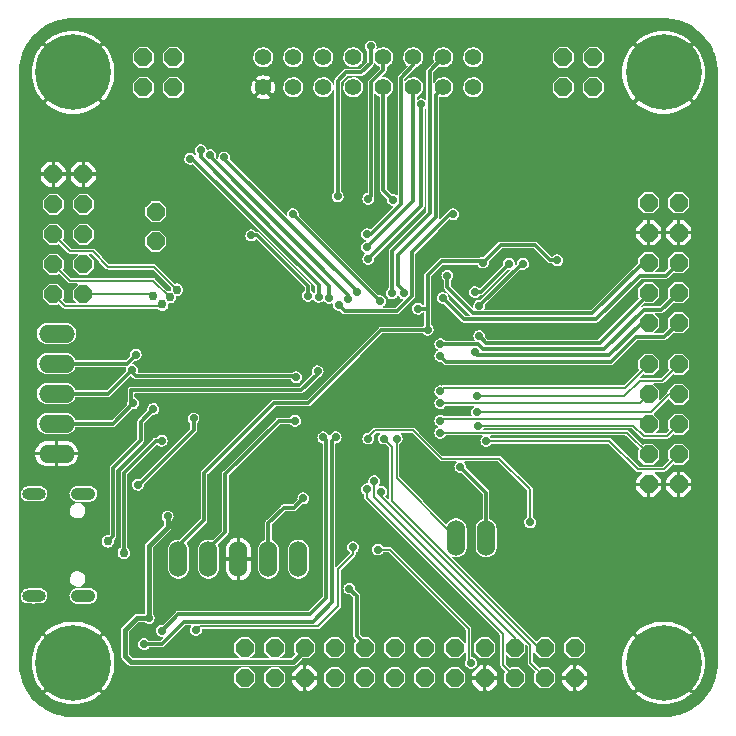
<source format=gbl>
G04 #@! TF.GenerationSoftware,KiCad,Pcbnew,(6.0.8)*
G04 #@! TF.CreationDate,2023-01-02T16:11:50+01:00*
G04 #@! TF.ProjectId,OpenFFBoard-main,4f70656e-4646-4426-9f61-72642d6d6169,1.2.4*
G04 #@! TF.SameCoordinates,Original*
G04 #@! TF.FileFunction,Copper,L2,Bot*
G04 #@! TF.FilePolarity,Positive*
%FSLAX46Y46*%
G04 Gerber Fmt 4.6, Leading zero omitted, Abs format (unit mm)*
G04 Created by KiCad (PCBNEW (6.0.8)) date 2023-01-02 16:11:50*
%MOMM*%
%LPD*%
G01*
G04 APERTURE LIST*
G04 Aperture macros list*
%AMOutline5P*
0 Free polygon, 5 corners , with rotation*
0 The origin of the aperture is its center*
0 number of corners: always 5*
0 $1 to $10 corner X, Y*
0 $11 Rotation angle, in degrees counterclockwise*
0 create outline with 5 corners*
4,1,5,$1,$2,$3,$4,$5,$6,$7,$8,$9,$10,$1,$2,$11*%
%AMOutline6P*
0 Free polygon, 6 corners , with rotation*
0 The origin of the aperture is its center*
0 number of corners: always 6*
0 $1 to $12 corner X, Y*
0 $13 Rotation angle, in degrees counterclockwise*
0 create outline with 6 corners*
4,1,6,$1,$2,$3,$4,$5,$6,$7,$8,$9,$10,$11,$12,$1,$2,$13*%
%AMOutline7P*
0 Free polygon, 7 corners , with rotation*
0 The origin of the aperture is its center*
0 number of corners: always 7*
0 $1 to $14 corner X, Y*
0 $15 Rotation angle, in degrees counterclockwise*
0 create outline with 7 corners*
4,1,7,$1,$2,$3,$4,$5,$6,$7,$8,$9,$10,$11,$12,$13,$14,$1,$2,$15*%
%AMOutline8P*
0 Free polygon, 8 corners , with rotation*
0 The origin of the aperture is its center*
0 number of corners: always 8*
0 $1 to $16 corner X, Y*
0 $17 Rotation angle, in degrees counterclockwise*
0 create outline with 8 corners*
4,1,8,$1,$2,$3,$4,$5,$6,$7,$8,$9,$10,$11,$12,$13,$14,$15,$16,$1,$2,$17*%
G04 Aperture macros list end*
G04 #@! TA.AperFunction,ComponentPad*
%ADD10Outline8P,-0.762000X0.315631X-0.315631X0.762000X0.315631X0.762000X0.762000X0.315631X0.762000X-0.315631X0.315631X-0.762000X-0.315631X-0.762000X-0.762000X-0.315631X0.000000*%
G04 #@! TD*
G04 #@! TA.AperFunction,ComponentPad*
%ADD11C,0.800000*%
G04 #@! TD*
G04 #@! TA.AperFunction,ComponentPad*
%ADD12C,6.400000*%
G04 #@! TD*
G04 #@! TA.AperFunction,ComponentPad*
%ADD13O,1.524000X3.048000*%
G04 #@! TD*
G04 #@! TA.AperFunction,ComponentPad*
%ADD14O,2.000000X1.000000*%
G04 #@! TD*
G04 #@! TA.AperFunction,ComponentPad*
%ADD15O,2.100000X1.050000*%
G04 #@! TD*
G04 #@! TA.AperFunction,ComponentPad*
%ADD16O,3.048000X1.524000*%
G04 #@! TD*
G04 #@! TA.AperFunction,ComponentPad*
%ADD17Outline8P,-0.762000X0.315631X-0.315631X0.762000X0.315631X0.762000X0.762000X0.315631X0.762000X-0.315631X0.315631X-0.762000X-0.315631X-0.762000X-0.762000X-0.315631X90.000000*%
G04 #@! TD*
G04 #@! TA.AperFunction,ComponentPad*
%ADD18Outline8P,-0.762000X0.315631X-0.315631X0.762000X0.315631X0.762000X0.762000X0.315631X0.762000X-0.315631X0.315631X-0.762000X-0.315631X-0.762000X-0.762000X-0.315631X180.000000*%
G04 #@! TD*
G04 #@! TA.AperFunction,ComponentPad*
%ADD19Outline8P,-0.762000X0.315631X-0.315631X0.762000X0.315631X0.762000X0.762000X0.315631X0.762000X-0.315631X0.315631X-0.762000X-0.315631X-0.762000X-0.762000X-0.315631X270.000000*%
G04 #@! TD*
G04 #@! TA.AperFunction,ComponentPad*
%ADD20C,1.422400*%
G04 #@! TD*
G04 #@! TA.AperFunction,ViaPad*
%ADD21C,0.706400*%
G04 #@! TD*
G04 #@! TA.AperFunction,ViaPad*
%ADD22C,0.756400*%
G04 #@! TD*
G04 #@! TA.AperFunction,Conductor*
%ADD23C,0.300000*%
G04 #@! TD*
G04 #@! TA.AperFunction,Conductor*
%ADD24C,0.200000*%
G04 #@! TD*
G04 #@! TA.AperFunction,Conductor*
%ADD25C,0.400000*%
G04 #@! TD*
G04 APERTURE END LIST*
D10*
X165011100Y-81273600D03*
X165011100Y-78733600D03*
X167551100Y-81273600D03*
X167551100Y-78733600D03*
X130501100Y-94303600D03*
X129461900Y-81273600D03*
X129461900Y-78733600D03*
X132001900Y-81273600D03*
X132001900Y-78733600D03*
D11*
X121804044Y-78306544D03*
X125198156Y-78306544D03*
X123501100Y-82403600D03*
X121101100Y-80003600D03*
X121804044Y-81700656D03*
X123501100Y-77603600D03*
D12*
X123501100Y-80003600D03*
D11*
X125901100Y-80003600D03*
X125198156Y-81700656D03*
D13*
X132421100Y-121203600D03*
X134961100Y-121203600D03*
X137501100Y-121203600D03*
X140041100Y-121203600D03*
X142581100Y-121203600D03*
D14*
X120201100Y-115683600D03*
D15*
X124381100Y-115683600D03*
D14*
X120201100Y-124323600D03*
D15*
X124381100Y-124323600D03*
D16*
X122101100Y-102123600D03*
X122101100Y-104663600D03*
X122101100Y-107203600D03*
X122101100Y-109743600D03*
X122101100Y-112283600D03*
D11*
X123501100Y-127603600D03*
X121101100Y-130003600D03*
X125901100Y-130003600D03*
X123501100Y-132403600D03*
X121804044Y-131700656D03*
X121804044Y-128306544D03*
X125198156Y-131700656D03*
D12*
X123501100Y-130003600D03*
D11*
X125198156Y-128306544D03*
D13*
X158471100Y-119403600D03*
X155931100Y-119403600D03*
D11*
X171804044Y-81700656D03*
X171101100Y-80003600D03*
D12*
X173501100Y-80003600D03*
D11*
X173501100Y-77603600D03*
X171804044Y-78306544D03*
X175901100Y-80003600D03*
X175198156Y-81700656D03*
X173501100Y-82403600D03*
X175198156Y-78306544D03*
D17*
X124371100Y-98783600D03*
X121831100Y-98783600D03*
X124371100Y-96243600D03*
X121831100Y-96243600D03*
X124371100Y-93703600D03*
X121831100Y-93703600D03*
X124371100Y-91163600D03*
X121831100Y-91163600D03*
X124371100Y-88623600D03*
X121831100Y-88623600D03*
D18*
X165971100Y-128733600D03*
X165971100Y-131273600D03*
X163431100Y-128733600D03*
X163431100Y-131273600D03*
X160891100Y-128733600D03*
X160891100Y-131273600D03*
X158351100Y-128733600D03*
X158351100Y-131273600D03*
X155811100Y-128733600D03*
X155811100Y-131273600D03*
X153271100Y-128733600D03*
X153271100Y-131273600D03*
X150731100Y-128733600D03*
X150731100Y-131273600D03*
X148191100Y-128733600D03*
X148191100Y-131273600D03*
X145651100Y-128733600D03*
X145651100Y-131273600D03*
X143111100Y-128733600D03*
X143111100Y-131273600D03*
X140571100Y-128733600D03*
X140571100Y-131273600D03*
X138031100Y-128733600D03*
X138031100Y-131273600D03*
D10*
X130501100Y-91803600D03*
D19*
X172231100Y-104723600D03*
X174771100Y-104723600D03*
X172231100Y-107263600D03*
X174771100Y-107263600D03*
X172231100Y-109803600D03*
X174771100Y-109803600D03*
X172231100Y-112343600D03*
X174771100Y-112343600D03*
X172231100Y-114883600D03*
X174771100Y-114883600D03*
X172231100Y-91023600D03*
X174771100Y-91023600D03*
X172231100Y-93563600D03*
X174771100Y-93563600D03*
X172231100Y-96103600D03*
X174771100Y-96103600D03*
X172231100Y-98643600D03*
X174771100Y-98643600D03*
X172231100Y-101183600D03*
X174771100Y-101183600D03*
D11*
X173501100Y-132403600D03*
X175198156Y-131700656D03*
X171804044Y-131700656D03*
X171804044Y-128306544D03*
X175198156Y-128306544D03*
X171101100Y-130003600D03*
X173501100Y-127603600D03*
D12*
X173501100Y-130003600D03*
D11*
X175901100Y-130003600D03*
D20*
X139611100Y-81273600D03*
X139611100Y-78733600D03*
X142151100Y-81273600D03*
X142151100Y-78733600D03*
X144691100Y-81273600D03*
X144691100Y-78733600D03*
X147231100Y-81273600D03*
X147231100Y-78733600D03*
X149771100Y-81273600D03*
X149771100Y-78733600D03*
X152311100Y-81273600D03*
X152311100Y-78733600D03*
X154851100Y-81273600D03*
X154851100Y-78733600D03*
X157391100Y-81273600D03*
X157391100Y-78733600D03*
D21*
X147501100Y-109003600D03*
X148501100Y-101903600D03*
X131701100Y-103203600D03*
X133301100Y-127803600D03*
X165101100Y-105503600D03*
X166401100Y-118903600D03*
X135501100Y-92003600D03*
X133801100Y-112003600D03*
X137301100Y-85703600D03*
X132101100Y-113503600D03*
X151901100Y-105403600D03*
X130701100Y-86903600D03*
X149501100Y-106003600D03*
X157801100Y-112003600D03*
X163801100Y-85903600D03*
X126101100Y-123203600D03*
X163501100Y-92003600D03*
X146501100Y-106003600D03*
X164301100Y-114403600D03*
X143301100Y-102803600D03*
X130701100Y-87903600D03*
X131901100Y-132403600D03*
X152901100Y-107403600D03*
X154501100Y-100503600D03*
X145101100Y-93603600D03*
X135701100Y-111203600D03*
X146701100Y-91303600D03*
X136501100Y-92503600D03*
X156601100Y-93003600D03*
X135501100Y-115003600D03*
X134501100Y-92503600D03*
X157601100Y-122403600D03*
X136001100Y-102403600D03*
X160101100Y-80303600D03*
X162501100Y-112503600D03*
X129701100Y-87903600D03*
X156601100Y-97203600D03*
X133901100Y-112803600D03*
X160501100Y-122303600D03*
X138801100Y-118003600D03*
X141801100Y-115503600D03*
X154901100Y-76503600D03*
X154601100Y-114603600D03*
X160801100Y-115503600D03*
X129701100Y-86903600D03*
X130801100Y-103203600D03*
X119401100Y-101603600D03*
X136801100Y-98203600D03*
X142101100Y-76503600D03*
X156301100Y-113403600D03*
X164501100Y-95903600D03*
X153520900Y-101803600D03*
X142101100Y-92003600D03*
X149501100Y-99373400D03*
X158201100Y-96103600D03*
X152701100Y-100003600D03*
X143401100Y-98903600D03*
X138601100Y-93803600D03*
X149301100Y-120403600D03*
X157201100Y-130003600D03*
X133701100Y-109303600D03*
X129001100Y-114903600D03*
X129901100Y-126203600D03*
X131501100Y-117603600D03*
D22*
X127801100Y-120685800D03*
D21*
X131001100Y-111203600D03*
D22*
X126445900Y-119703600D03*
D21*
X130296718Y-108499218D03*
X150901100Y-111003600D03*
X154601100Y-107003600D03*
X157701100Y-107423400D03*
X154601100Y-108003600D03*
X157701100Y-108763000D03*
X154601100Y-109503600D03*
X157801100Y-109923400D03*
X154601100Y-110503600D03*
X158501100Y-111203600D03*
X155201100Y-97203600D03*
X154801100Y-99103600D03*
X157901100Y-102323400D03*
X154601100Y-103003600D03*
X157501100Y-103703600D03*
X154601100Y-104003600D03*
X149801100Y-111003600D03*
X149601100Y-115503600D03*
X149001100Y-114603600D03*
X148401100Y-115303600D03*
X146901100Y-123703600D03*
X128801100Y-103903600D03*
X128501100Y-105203600D03*
X142401100Y-105803600D03*
X144201100Y-105303600D03*
X128601100Y-108003600D03*
D22*
X130301100Y-98903600D03*
X131051775Y-99652925D03*
X131676437Y-99028262D03*
X132301100Y-98403600D03*
D21*
X144290834Y-99013865D03*
X133420900Y-87303600D03*
X145201100Y-99103600D03*
X134301100Y-86603600D03*
X146790834Y-99213865D03*
X135101100Y-87003600D03*
X147501100Y-98603600D03*
X136301100Y-87203600D03*
X150601100Y-90803600D03*
X148501100Y-90703600D03*
X148401100Y-94803600D03*
X148401100Y-93703600D03*
X151501100Y-98703600D03*
X150501100Y-98703600D03*
X155701100Y-92003600D03*
X146001100Y-99703600D03*
X148501100Y-95803600D03*
X153001100Y-82703600D03*
X157501100Y-98603600D03*
X160401100Y-96203600D03*
X145901100Y-90503600D03*
X148701100Y-77803600D03*
X161601100Y-96203600D03*
X157901100Y-99773400D03*
X142301100Y-109503600D03*
X143001100Y-116058800D03*
X162201100Y-118103600D03*
X148501100Y-111003600D03*
X131001100Y-127273400D03*
X144701100Y-110903600D03*
X145734500Y-110903600D03*
X129501100Y-128403600D03*
X133901100Y-127203600D03*
X147201100Y-120203600D03*
D23*
X158471100Y-115573600D02*
X156301100Y-113403600D01*
X158471100Y-119403600D02*
X158471100Y-115573600D01*
X158101100Y-96003600D02*
X158201100Y-96103600D01*
X140501100Y-108003600D02*
X143401100Y-108003600D01*
X149601100Y-101803600D02*
X153520900Y-101803600D01*
X143401100Y-108003600D02*
X149601100Y-101803600D01*
X163901100Y-95903600D02*
X162601100Y-94603600D01*
X153520900Y-97183800D02*
X153520900Y-100003600D01*
X162601100Y-94603600D02*
X159701100Y-94603600D01*
X153520900Y-97183800D02*
X154701100Y-96003600D01*
X149470900Y-99373400D02*
X142101100Y-92003600D01*
X134601100Y-113903600D02*
X134601100Y-117923600D01*
X164501100Y-95903600D02*
X163901100Y-95903600D01*
X140501100Y-108003600D02*
X134601100Y-113903600D01*
X149501100Y-99373400D02*
X149470900Y-99373400D01*
X158101100Y-96003600D02*
X154701100Y-96003600D01*
X132421100Y-120103600D02*
X132421100Y-121203600D01*
X153520900Y-100003600D02*
X153520900Y-101803600D01*
X134601100Y-117923600D02*
X132421100Y-120103600D01*
X159701100Y-94603600D02*
X158201100Y-96103600D01*
X152701100Y-100003600D02*
X153520900Y-100003600D01*
X138601100Y-93803600D02*
X139101100Y-93803600D01*
X143401100Y-98903600D02*
X143401100Y-98103600D01*
X143401100Y-98103600D02*
X139101100Y-93803600D01*
D24*
X157001100Y-129803600D02*
X157201100Y-130003600D01*
X157001100Y-127103600D02*
X157001100Y-129803600D01*
X157001100Y-127103600D02*
X150301100Y-120403600D01*
X149301100Y-120403600D02*
X150301100Y-120403600D01*
D23*
X129001100Y-114903600D02*
X129109862Y-114903600D01*
X133701100Y-110312362D02*
X129109862Y-114903600D01*
X133701100Y-110312362D02*
X133701100Y-109303600D01*
D25*
X128420100Y-129922600D02*
X127901100Y-129403600D01*
X127901100Y-129403600D02*
X127901100Y-127203600D01*
X131501100Y-118503600D02*
X131501100Y-117603600D01*
X143111100Y-128733600D02*
X143111100Y-128922600D01*
X128901100Y-126203600D02*
X129901100Y-126203600D01*
X129901100Y-126203600D02*
X129901100Y-120103600D01*
X142111100Y-129922600D02*
X128420100Y-129922600D01*
X127901100Y-127203600D02*
X128901100Y-126203600D01*
X131501100Y-118503600D02*
X129901100Y-120103600D01*
X143111100Y-128922600D02*
X142111100Y-129922600D01*
D23*
X130501100Y-111203600D02*
X127801100Y-113903600D01*
X131001100Y-111203600D02*
X130501100Y-111203600D01*
X127801100Y-113903600D02*
X127801100Y-120685800D01*
X129231300Y-111164637D02*
X126866100Y-113529837D01*
X129231300Y-111164637D02*
X129231300Y-109564637D01*
X126866100Y-113529837D02*
X126866100Y-119283400D01*
X129231300Y-109564637D02*
X130296718Y-108499218D01*
X126445900Y-119703600D02*
X126866100Y-119283400D01*
D24*
X150901100Y-111003600D02*
X150901100Y-114373600D01*
X150901100Y-114373600D02*
X155931100Y-119403600D01*
X170251100Y-106703600D02*
X154901100Y-106703600D01*
X172231100Y-104723600D02*
X170251100Y-106703600D01*
X154901100Y-106703600D02*
X154601100Y-107003600D01*
X173391100Y-106103600D02*
X174771100Y-104723600D01*
X157701100Y-107423400D02*
X170181300Y-107423400D01*
X170181300Y-107423400D02*
X171501100Y-106103600D01*
X171501100Y-106103600D02*
X173391100Y-106103600D01*
X171491100Y-108003600D02*
X154601100Y-108003600D01*
X172231100Y-107263600D02*
X171491100Y-108003600D01*
X173971100Y-107263600D02*
X174771100Y-107263600D01*
X173971100Y-107263600D02*
X172471700Y-108763000D01*
X157701100Y-108763000D02*
X172471700Y-108763000D01*
X172231100Y-109803600D02*
X171770700Y-109343200D01*
X154761500Y-109343200D02*
X154601100Y-109503600D01*
X171770700Y-109343200D02*
X154761500Y-109343200D01*
X173782100Y-110792600D02*
X174771100Y-109803600D01*
X170952237Y-109923400D02*
X171821437Y-110792600D01*
X157801100Y-109923400D02*
X170952237Y-109923400D01*
X171821437Y-110792600D02*
X173782100Y-110792600D01*
X172231100Y-112343600D02*
X170391100Y-110503600D01*
X170391100Y-110503600D02*
X154601100Y-110503600D01*
X173511100Y-113603600D02*
X174771100Y-112343600D01*
X168901100Y-111203600D02*
X171301100Y-113603600D01*
X171301100Y-113603600D02*
X173511100Y-113603600D01*
X158501100Y-111203600D02*
X168901100Y-111203600D01*
D23*
X171738650Y-96103600D02*
X172231100Y-96103600D01*
X167438650Y-100403600D02*
X157401100Y-100403600D01*
X171738650Y-96103600D02*
X167438650Y-100403600D01*
X155201100Y-97203600D02*
X155201100Y-98203600D01*
X157401100Y-100403600D02*
X155201100Y-98203600D01*
X174771100Y-96103600D02*
X173671100Y-97203600D01*
X171501100Y-97203600D02*
X167801100Y-100903600D01*
X167801100Y-100903600D02*
X156601100Y-100903600D01*
X173671100Y-97203600D02*
X171501100Y-97203600D01*
X154801100Y-99103600D02*
X156601100Y-100903600D01*
X157901100Y-102323400D02*
X157920900Y-102323400D01*
D24*
X172231100Y-98743600D02*
X172231100Y-98643600D01*
D23*
X157920900Y-102323400D02*
X158493900Y-102896400D01*
X172231100Y-98743600D02*
X168078300Y-102896400D01*
X158493900Y-102896400D02*
X168078300Y-102896400D01*
X158220900Y-103423400D02*
X157801100Y-103003600D01*
X168492637Y-103423400D02*
X171821437Y-100094600D01*
X173320100Y-100094600D02*
X174771100Y-98643600D01*
X171821437Y-100094600D02*
X173320100Y-100094600D01*
X168492637Y-103423400D02*
X158220900Y-103423400D01*
X154601100Y-103003600D02*
X157801100Y-103003600D01*
X157701100Y-103903600D02*
X157501100Y-103703600D01*
X171631100Y-101183600D02*
X168911100Y-103903600D01*
D24*
X172231100Y-101183600D02*
X171631100Y-101183600D01*
D23*
X168911100Y-103903600D02*
X157701100Y-103903600D01*
X154601100Y-104003600D02*
X155101100Y-104503600D01*
X173571100Y-102383600D02*
X171172437Y-102383600D01*
X171172437Y-102383600D02*
X169052437Y-104503600D01*
X173571100Y-102383600D02*
X174771100Y-101183600D01*
X155101100Y-104503600D02*
X169052437Y-104503600D01*
D24*
X150481300Y-111683800D02*
X150481300Y-116304331D01*
X162910568Y-128733600D02*
X163431100Y-128733600D01*
X162910568Y-128733600D02*
X150481300Y-116304331D01*
X149801100Y-111003600D02*
X150481300Y-111683800D01*
X163530100Y-131273600D02*
X162230100Y-129973600D01*
X162230100Y-128523937D02*
X162230100Y-129973600D01*
X163530100Y-131273600D02*
X163431100Y-131273600D01*
X149601100Y-115894937D02*
X162230100Y-128523937D01*
X149601100Y-115503600D02*
X149601100Y-115894937D01*
X149001100Y-114603600D02*
X149001100Y-115993600D01*
X160891100Y-128733600D02*
X160891100Y-127883600D01*
X160891100Y-127883600D02*
X149001100Y-115993600D01*
X148401100Y-115303600D02*
X148401100Y-116034937D01*
X160990100Y-131273600D02*
X160891100Y-131273600D01*
X148401100Y-116034937D02*
X159890100Y-127523937D01*
X160990100Y-131273600D02*
X159890100Y-130173600D01*
X159890100Y-127523937D02*
X159890100Y-130173600D01*
D23*
X148191100Y-128733600D02*
X148191100Y-128383600D01*
X147501100Y-124303600D02*
X147501100Y-127693600D01*
X148191100Y-128383600D02*
X147501100Y-127693600D01*
X146901100Y-123703600D02*
X147501100Y-124303600D01*
X122101100Y-104663600D02*
X128041100Y-104663600D01*
X128041100Y-104663600D02*
X128801100Y-103903600D01*
X142301100Y-105703600D02*
X128801100Y-105703600D01*
X126501100Y-107203600D02*
X128501100Y-105203600D01*
X122101100Y-107203600D02*
X126501100Y-107203600D01*
X128301100Y-105203600D02*
X128501100Y-105203600D01*
X142401100Y-105803600D02*
X142301100Y-105703600D01*
X128801100Y-105703600D02*
X128301100Y-105203600D01*
X144201100Y-105303600D02*
X144201100Y-105503600D01*
X144201100Y-105503600D02*
X142801100Y-106903600D01*
X142801100Y-106903600D02*
X128401100Y-106903600D01*
X128401100Y-106903600D02*
X128401100Y-107803600D01*
X128601100Y-108003600D02*
X128401100Y-107803600D01*
X126861100Y-109743600D02*
X128601100Y-108003600D01*
X122101100Y-109743600D02*
X126861100Y-109743600D01*
D24*
X124371100Y-98783600D02*
X130181100Y-98783600D01*
X130181100Y-98783600D02*
X130301100Y-98903600D01*
X130932100Y-99772600D02*
X122820100Y-99772600D01*
X131051775Y-99652925D02*
X130932100Y-99772600D01*
X122820100Y-99772600D02*
X121831100Y-98783600D01*
X123231856Y-97644356D02*
X121831100Y-96243600D01*
X130292531Y-97644356D02*
X123231856Y-97644356D01*
X131676437Y-99028262D02*
X130292531Y-97644356D01*
X125159350Y-95142934D02*
X123270434Y-95142934D01*
X132301100Y-98403600D02*
X130364312Y-96466812D01*
X130364312Y-96466812D02*
X126483228Y-96466812D01*
X123270434Y-95142934D02*
X121831100Y-93703600D01*
X126483228Y-96466812D02*
X125159350Y-95142934D01*
D23*
X133420900Y-87303600D02*
X133580568Y-87303600D01*
X144290834Y-98013865D02*
X133580568Y-87303600D01*
X144290834Y-99013865D02*
X144290834Y-98013865D01*
X141301100Y-94203600D02*
X134301100Y-87203600D01*
X145201100Y-98103600D02*
X141301100Y-94203600D01*
X134301100Y-86603600D02*
X134301100Y-87203600D01*
X145201100Y-99103600D02*
X145201100Y-98103600D01*
X146790834Y-99213865D02*
X146790834Y-98813865D01*
X146790834Y-98813865D02*
X135101100Y-87124131D01*
D24*
X135101100Y-87124131D02*
X135101100Y-87003600D01*
D23*
X147501100Y-98503600D02*
X136301100Y-87303600D01*
X136301100Y-87203600D02*
X136301100Y-87303600D01*
X147501100Y-98603600D02*
X147501100Y-98503600D01*
X149771100Y-81273600D02*
X149771100Y-89973600D01*
X149771100Y-89973600D02*
X150601100Y-90803600D01*
X148740100Y-80846543D02*
X148740100Y-90464600D01*
X149771100Y-79815543D02*
X148740100Y-80846543D01*
X149771100Y-78733600D02*
X149771100Y-79815543D01*
X148740100Y-90464600D02*
X148501100Y-90703600D01*
X148401100Y-94803600D02*
X152311100Y-90893600D01*
X152311100Y-90893600D02*
X152311100Y-81273600D01*
X151280100Y-91115837D02*
X148692337Y-93703600D01*
X152311100Y-79415543D02*
X152311100Y-78733600D01*
X148401100Y-93703600D02*
X148692337Y-93703600D01*
X151280100Y-91115837D02*
X151280100Y-80446543D01*
X151280100Y-80446543D02*
X152311100Y-79415543D01*
X151001100Y-95494837D02*
X151001100Y-98003600D01*
X154228100Y-92267837D02*
X151001100Y-95494837D01*
X151501100Y-98503600D02*
X151501100Y-98703600D01*
X154228100Y-81896600D02*
X154228100Y-92267837D01*
X154851100Y-81273600D02*
X154228100Y-81896600D01*
X151501100Y-98503600D02*
X151001100Y-98003600D01*
X153701100Y-91903600D02*
X153701100Y-79883600D01*
X153701100Y-79883600D02*
X154851100Y-78733600D01*
X153701100Y-91903600D02*
X150501100Y-95103600D01*
X150501100Y-98703600D02*
X150501100Y-95103600D01*
X146501100Y-100203600D02*
X150901100Y-100203600D01*
X152201100Y-98903600D02*
X152201100Y-95203600D01*
X152201100Y-95203600D02*
X155401100Y-92003600D01*
X146001100Y-99703600D02*
X146501100Y-100203600D01*
X150901100Y-100203600D02*
X152201100Y-98903600D01*
X155401100Y-92003600D02*
X155701100Y-92003600D01*
X148501100Y-95803600D02*
X153001100Y-91303600D01*
X153001100Y-91303600D02*
X153001100Y-82703600D01*
X157501100Y-98603600D02*
X158001100Y-98603600D01*
X160401100Y-96203600D02*
X158001100Y-98603600D01*
X148701100Y-79203600D02*
X147901100Y-80003600D01*
X147901100Y-80003600D02*
X146601100Y-80003600D01*
X145901100Y-80703600D02*
X145901100Y-90503600D01*
X148701100Y-77803600D02*
X148701100Y-79203600D01*
X146601100Y-80003600D02*
X145901100Y-80703600D01*
X161470900Y-96203600D02*
X161601100Y-96203600D01*
X161470900Y-96203600D02*
X157901100Y-99773400D01*
X142301100Y-109503600D02*
X140901100Y-109503600D01*
X140901100Y-109503600D02*
X136401100Y-114003600D01*
X134961100Y-121203600D02*
X134961100Y-120343600D01*
X134961100Y-120343600D02*
X136401100Y-118903600D01*
X136401100Y-118903600D02*
X136401100Y-114003600D01*
X140041100Y-118163600D02*
X141345900Y-116858800D01*
X140041100Y-121203600D02*
X140041100Y-118163600D01*
X141345900Y-116858800D02*
X142201100Y-116858800D01*
X142201100Y-116858800D02*
X143001100Y-116058800D01*
D24*
X149101100Y-110303600D02*
X148501100Y-110903600D01*
X148501100Y-111003600D02*
X148501100Y-110903600D01*
X152301100Y-110303600D02*
X154701100Y-112703600D01*
X159601100Y-112703600D02*
X162201100Y-115303600D01*
X162201100Y-115303600D02*
X162201100Y-118103600D01*
X154701100Y-112703600D02*
X159601100Y-112703600D01*
X149101100Y-110303600D02*
X152301100Y-110303600D01*
D23*
X144901100Y-124503600D02*
X144901100Y-111103600D01*
X132401100Y-125873400D02*
X143531300Y-125873400D01*
X132401100Y-125873400D02*
X131001100Y-127273400D01*
X143531300Y-125873400D02*
X144901100Y-124503600D01*
X144701100Y-110903600D02*
X144901100Y-111103600D01*
X129501100Y-128403600D02*
X131001100Y-128403600D01*
X145434500Y-111203600D02*
X145734500Y-110903600D01*
X143792318Y-126503600D02*
X145434500Y-124861418D01*
X145434500Y-124861418D02*
X145434500Y-111203600D01*
X132901100Y-126503600D02*
X131001100Y-128403600D01*
X132901100Y-126503600D02*
X143792318Y-126503600D01*
D24*
X145936100Y-122048068D02*
X147201100Y-120783068D01*
X133901100Y-127203600D02*
X134224100Y-126880600D01*
X147201100Y-120783068D02*
X147201100Y-120203600D01*
X134224100Y-126880600D02*
X144263556Y-126880600D01*
X144263556Y-126880600D02*
X145936100Y-125208056D01*
X145936100Y-125208056D02*
X145936100Y-122048068D01*
G04 #@! TA.AperFunction,Conductor*
G36*
X173474436Y-75404869D02*
G01*
X173482613Y-75406164D01*
X173501100Y-75409092D01*
X173505956Y-75408323D01*
X173505959Y-75408323D01*
X173519590Y-75406164D01*
X173532090Y-75405453D01*
X173899263Y-75421484D01*
X173904680Y-75421958D01*
X174153794Y-75454755D01*
X174297082Y-75473620D01*
X174302451Y-75474566D01*
X174688881Y-75560235D01*
X174694149Y-75561647D01*
X175071625Y-75680665D01*
X175076738Y-75682526D01*
X175211154Y-75738203D01*
X175442412Y-75833993D01*
X175447353Y-75836297D01*
X175798427Y-76019055D01*
X175803149Y-76021781D01*
X176136957Y-76234440D01*
X176141424Y-76237567D01*
X176455444Y-76478523D01*
X176459618Y-76482026D01*
X176556947Y-76571211D01*
X176751426Y-76749418D01*
X176755278Y-76753270D01*
X177022672Y-77045080D01*
X177026177Y-77049256D01*
X177267133Y-77363276D01*
X177270260Y-77367743D01*
X177482919Y-77701551D01*
X177485645Y-77706273D01*
X177668403Y-78057347D01*
X177670707Y-78062288D01*
X177719102Y-78179124D01*
X177820856Y-78424779D01*
X177822172Y-78427957D01*
X177824037Y-78433081D01*
X177943053Y-78810552D01*
X177944465Y-78815819D01*
X178030134Y-79202249D01*
X178031080Y-79207618D01*
X178047868Y-79335129D01*
X178082039Y-79594678D01*
X178082741Y-79600013D01*
X178083216Y-79605437D01*
X178098976Y-79966394D01*
X178099247Y-79972606D01*
X178098536Y-79985110D01*
X178096377Y-79998741D01*
X178096377Y-79998744D01*
X178095608Y-80003600D01*
X178096377Y-80008455D01*
X178099831Y-80030264D01*
X178100600Y-80040041D01*
X178100600Y-129967159D01*
X178099831Y-129976936D01*
X178095608Y-130003600D01*
X178096377Y-130008456D01*
X178096377Y-130008459D01*
X178098536Y-130022090D01*
X178099247Y-130034590D01*
X178083232Y-130401400D01*
X178083217Y-130401755D01*
X178082742Y-130407180D01*
X178049945Y-130656294D01*
X178031080Y-130799582D01*
X178030134Y-130804951D01*
X177944465Y-131191381D01*
X177943053Y-131196648D01*
X177824037Y-131574119D01*
X177822174Y-131579238D01*
X177789892Y-131657173D01*
X177670707Y-131944912D01*
X177668403Y-131949853D01*
X177485645Y-132300927D01*
X177482919Y-132305649D01*
X177270260Y-132639457D01*
X177267133Y-132643924D01*
X177026177Y-132957944D01*
X177022674Y-132962118D01*
X176795862Y-133209641D01*
X176755282Y-133253926D01*
X176751430Y-133257778D01*
X176494803Y-133492933D01*
X176459620Y-133525172D01*
X176455444Y-133528677D01*
X176141424Y-133769633D01*
X176136957Y-133772760D01*
X175803149Y-133985419D01*
X175798427Y-133988145D01*
X175447353Y-134170903D01*
X175442412Y-134173207D01*
X175259578Y-134248939D01*
X175076738Y-134324674D01*
X175071625Y-134326535D01*
X174769496Y-134421796D01*
X174694148Y-134445553D01*
X174688881Y-134446965D01*
X174302451Y-134532634D01*
X174297082Y-134533580D01*
X174153794Y-134552445D01*
X173904680Y-134585242D01*
X173899263Y-134585716D01*
X173532090Y-134601747D01*
X173519590Y-134601036D01*
X173505959Y-134598877D01*
X173505956Y-134598877D01*
X173501100Y-134598108D01*
X173496245Y-134598877D01*
X173474436Y-134602331D01*
X173464659Y-134603100D01*
X123537541Y-134603100D01*
X123527764Y-134602331D01*
X123505955Y-134598877D01*
X123501100Y-134598108D01*
X123496244Y-134598877D01*
X123496241Y-134598877D01*
X123482610Y-134601036D01*
X123470110Y-134601747D01*
X123102937Y-134585716D01*
X123097520Y-134585242D01*
X122848406Y-134552445D01*
X122705118Y-134533580D01*
X122699749Y-134532634D01*
X122313319Y-134446965D01*
X122308052Y-134445553D01*
X122232704Y-134421796D01*
X121930575Y-134326535D01*
X121925462Y-134324674D01*
X121742622Y-134248939D01*
X121559788Y-134173207D01*
X121554847Y-134170903D01*
X121203773Y-133988145D01*
X121199051Y-133985419D01*
X120865243Y-133772760D01*
X120860776Y-133769633D01*
X120546756Y-133528677D01*
X120542580Y-133525172D01*
X120507397Y-133492933D01*
X120250770Y-133257778D01*
X120246918Y-133253926D01*
X120206339Y-133209641D01*
X119979526Y-132962118D01*
X119976023Y-132957944D01*
X119735067Y-132643924D01*
X119731940Y-132639457D01*
X119699656Y-132588782D01*
X121136027Y-132588782D01*
X121139668Y-132597572D01*
X121152090Y-132609994D01*
X121154517Y-132612180D01*
X121437411Y-132841263D01*
X121440041Y-132843174D01*
X121745320Y-133041425D01*
X121748158Y-133043064D01*
X122072485Y-133208316D01*
X122075460Y-133209641D01*
X122415288Y-133340089D01*
X122418406Y-133341102D01*
X122769987Y-133435307D01*
X122773197Y-133435989D01*
X123132727Y-133492933D01*
X123135958Y-133493272D01*
X123499459Y-133512323D01*
X123502741Y-133512323D01*
X123866242Y-133493272D01*
X123869473Y-133492933D01*
X124229003Y-133435989D01*
X124232213Y-133435307D01*
X124583794Y-133341102D01*
X124586912Y-133340089D01*
X124926740Y-133209641D01*
X124929715Y-133208316D01*
X125254042Y-133043064D01*
X125256880Y-133041425D01*
X125562159Y-132843174D01*
X125564789Y-132841263D01*
X125847683Y-132612180D01*
X125850110Y-132609994D01*
X125862532Y-132597572D01*
X125866173Y-132588782D01*
X171136027Y-132588782D01*
X171139668Y-132597572D01*
X171152090Y-132609994D01*
X171154517Y-132612180D01*
X171437411Y-132841263D01*
X171440041Y-132843174D01*
X171745320Y-133041425D01*
X171748158Y-133043064D01*
X172072485Y-133208316D01*
X172075460Y-133209641D01*
X172415288Y-133340089D01*
X172418406Y-133341102D01*
X172769987Y-133435307D01*
X172773197Y-133435989D01*
X173132727Y-133492933D01*
X173135958Y-133493272D01*
X173499459Y-133512323D01*
X173502741Y-133512323D01*
X173866242Y-133493272D01*
X173869473Y-133492933D01*
X174229003Y-133435989D01*
X174232213Y-133435307D01*
X174583794Y-133341102D01*
X174586912Y-133340089D01*
X174926740Y-133209641D01*
X174929715Y-133208316D01*
X175254042Y-133043064D01*
X175256880Y-133041425D01*
X175562159Y-132843174D01*
X175564789Y-132841263D01*
X175847683Y-132612180D01*
X175850110Y-132609994D01*
X175862532Y-132597572D01*
X175866173Y-132588782D01*
X175862532Y-132579992D01*
X174613017Y-131330478D01*
X174564588Y-131282049D01*
X173509890Y-130227350D01*
X173501100Y-130223709D01*
X173492310Y-130227350D01*
X172437612Y-131282049D01*
X172389183Y-131330478D01*
X171139668Y-132579992D01*
X171136027Y-132588782D01*
X125866173Y-132588782D01*
X125862532Y-132579992D01*
X124613017Y-131330478D01*
X124564588Y-131282049D01*
X123509890Y-130227350D01*
X123501100Y-130223709D01*
X123492310Y-130227350D01*
X122437612Y-131282049D01*
X122389183Y-131330478D01*
X121139668Y-132579992D01*
X121136027Y-132588782D01*
X119699656Y-132588782D01*
X119519281Y-132305649D01*
X119516555Y-132300927D01*
X119333797Y-131949853D01*
X119331493Y-131944912D01*
X119212308Y-131657173D01*
X119180026Y-131579238D01*
X119178163Y-131574119D01*
X119059147Y-131196648D01*
X119057735Y-131191381D01*
X118972066Y-130804951D01*
X118971120Y-130799582D01*
X118952255Y-130656294D01*
X118919458Y-130407180D01*
X118918983Y-130401755D01*
X118918968Y-130401400D01*
X118902953Y-130034590D01*
X118903664Y-130022090D01*
X118905823Y-130008459D01*
X118905823Y-130008456D01*
X118906332Y-130005241D01*
X119992377Y-130005241D01*
X120011428Y-130368742D01*
X120011767Y-130371973D01*
X120068711Y-130731503D01*
X120069393Y-130734713D01*
X120163598Y-131086294D01*
X120164611Y-131089412D01*
X120295059Y-131429240D01*
X120296384Y-131432215D01*
X120461636Y-131756541D01*
X120463275Y-131759379D01*
X120661526Y-132064659D01*
X120663437Y-132067289D01*
X120892520Y-132350183D01*
X120894706Y-132352610D01*
X120907128Y-132365032D01*
X120915918Y-132368673D01*
X120924708Y-132365032D01*
X122168139Y-131121600D01*
X122222651Y-131067088D01*
X123277350Y-130012390D01*
X123280991Y-130003600D01*
X123721209Y-130003600D01*
X123724850Y-130012390D01*
X124779549Y-131067088D01*
X124834061Y-131121600D01*
X126077492Y-132365032D01*
X126086282Y-132368673D01*
X126095072Y-132365032D01*
X126107494Y-132352610D01*
X126109680Y-132350183D01*
X126338763Y-132067289D01*
X126340674Y-132064659D01*
X126538925Y-131759379D01*
X126540564Y-131756541D01*
X126705816Y-131432215D01*
X126707141Y-131429240D01*
X126837589Y-131089412D01*
X126838602Y-131086294D01*
X126876367Y-130945353D01*
X137141600Y-130945353D01*
X137141601Y-131601844D01*
X137149085Y-131639188D01*
X137170025Y-131670468D01*
X137634235Y-132134678D01*
X137665931Y-132155789D01*
X137671957Y-132156982D01*
X137671959Y-132156983D01*
X137699856Y-132162507D01*
X137699860Y-132162507D01*
X137702853Y-132163100D01*
X138029336Y-132163100D01*
X138359344Y-132163099D01*
X138382637Y-132158431D01*
X138390656Y-132156824D01*
X138390657Y-132156824D01*
X138396688Y-132155615D01*
X138427968Y-132134675D01*
X138892178Y-131670465D01*
X138913289Y-131638769D01*
X138914483Y-131632741D01*
X138920007Y-131604844D01*
X138920007Y-131604840D01*
X138920600Y-131601847D01*
X138920599Y-130945356D01*
X138920598Y-130945353D01*
X139681600Y-130945353D01*
X139681601Y-131601844D01*
X139689085Y-131639188D01*
X139710025Y-131670468D01*
X140174235Y-132134678D01*
X140205931Y-132155789D01*
X140211957Y-132156982D01*
X140211959Y-132156983D01*
X140239856Y-132162507D01*
X140239860Y-132162507D01*
X140242853Y-132163100D01*
X140569336Y-132163100D01*
X140899344Y-132163099D01*
X140922637Y-132158431D01*
X140930656Y-132156824D01*
X140930657Y-132156824D01*
X140936688Y-132155615D01*
X140967968Y-132134675D01*
X141432178Y-131670465D01*
X141453289Y-131638769D01*
X141453424Y-131638087D01*
X142045101Y-131638087D01*
X142045281Y-131641430D01*
X142046111Y-131649092D01*
X142048304Y-131657655D01*
X142088294Y-131753961D01*
X142092861Y-131761622D01*
X142097376Y-131767188D01*
X142099564Y-131769615D01*
X142615048Y-132285101D01*
X142617549Y-132287346D01*
X142623548Y-132292171D01*
X142631162Y-132296679D01*
X142727527Y-132336497D01*
X142736186Y-132338688D01*
X142743312Y-132339430D01*
X142746571Y-132339600D01*
X142946669Y-132339600D01*
X142955459Y-132335959D01*
X142959100Y-132327169D01*
X142959100Y-132327168D01*
X143263100Y-132327168D01*
X143266741Y-132335958D01*
X143275531Y-132339599D01*
X143475587Y-132339599D01*
X143478930Y-132339419D01*
X143486592Y-132338589D01*
X143495155Y-132336396D01*
X143591461Y-132296406D01*
X143599122Y-132291839D01*
X143604688Y-132287324D01*
X143607115Y-132285136D01*
X144122601Y-131769652D01*
X144124846Y-131767151D01*
X144129671Y-131761152D01*
X144134179Y-131753538D01*
X144173997Y-131657173D01*
X144176188Y-131648514D01*
X144176930Y-131641388D01*
X144177100Y-131638129D01*
X144177100Y-131438031D01*
X144173459Y-131429241D01*
X144164669Y-131425600D01*
X143275531Y-131425600D01*
X143266741Y-131429241D01*
X143263100Y-131438031D01*
X143263100Y-132327168D01*
X142959100Y-132327168D01*
X142959100Y-131438031D01*
X142955459Y-131429241D01*
X142946669Y-131425600D01*
X142057532Y-131425600D01*
X142048742Y-131429241D01*
X142045101Y-131438031D01*
X142045101Y-131638087D01*
X141453424Y-131638087D01*
X141454483Y-131632741D01*
X141460007Y-131604844D01*
X141460007Y-131604840D01*
X141460600Y-131601847D01*
X141460599Y-131109169D01*
X142045100Y-131109169D01*
X142048741Y-131117959D01*
X142057531Y-131121600D01*
X142946669Y-131121600D01*
X142955459Y-131117959D01*
X142959100Y-131109169D01*
X143263100Y-131109169D01*
X143266741Y-131117959D01*
X143275531Y-131121600D01*
X144164668Y-131121600D01*
X144173458Y-131117959D01*
X144177099Y-131109169D01*
X144177099Y-130945353D01*
X144761600Y-130945353D01*
X144761601Y-131601844D01*
X144769085Y-131639188D01*
X144790025Y-131670468D01*
X145254235Y-132134678D01*
X145285931Y-132155789D01*
X145291957Y-132156982D01*
X145291959Y-132156983D01*
X145319856Y-132162507D01*
X145319860Y-132162507D01*
X145322853Y-132163100D01*
X145649336Y-132163100D01*
X145979344Y-132163099D01*
X146002637Y-132158431D01*
X146010656Y-132156824D01*
X146010657Y-132156824D01*
X146016688Y-132155615D01*
X146047968Y-132134675D01*
X146512178Y-131670465D01*
X146533289Y-131638769D01*
X146534483Y-131632741D01*
X146540007Y-131604844D01*
X146540007Y-131604840D01*
X146540600Y-131601847D01*
X146540599Y-130945356D01*
X146540598Y-130945353D01*
X147301600Y-130945353D01*
X147301601Y-131601844D01*
X147309085Y-131639188D01*
X147330025Y-131670468D01*
X147794235Y-132134678D01*
X147825931Y-132155789D01*
X147831957Y-132156982D01*
X147831959Y-132156983D01*
X147859856Y-132162507D01*
X147859860Y-132162507D01*
X147862853Y-132163100D01*
X148189336Y-132163100D01*
X148519344Y-132163099D01*
X148542637Y-132158431D01*
X148550656Y-132156824D01*
X148550657Y-132156824D01*
X148556688Y-132155615D01*
X148587968Y-132134675D01*
X149052178Y-131670465D01*
X149073289Y-131638769D01*
X149074483Y-131632741D01*
X149080007Y-131604844D01*
X149080007Y-131604840D01*
X149080600Y-131601847D01*
X149080599Y-130945356D01*
X149080598Y-130945353D01*
X149841600Y-130945353D01*
X149841601Y-131601844D01*
X149849085Y-131639188D01*
X149870025Y-131670468D01*
X150334235Y-132134678D01*
X150365931Y-132155789D01*
X150371957Y-132156982D01*
X150371959Y-132156983D01*
X150399856Y-132162507D01*
X150399860Y-132162507D01*
X150402853Y-132163100D01*
X150729336Y-132163100D01*
X151059344Y-132163099D01*
X151082637Y-132158431D01*
X151090656Y-132156824D01*
X151090657Y-132156824D01*
X151096688Y-132155615D01*
X151127968Y-132134675D01*
X151592178Y-131670465D01*
X151613289Y-131638769D01*
X151614483Y-131632741D01*
X151620007Y-131604844D01*
X151620007Y-131604840D01*
X151620600Y-131601847D01*
X151620599Y-130945356D01*
X151620598Y-130945353D01*
X152381600Y-130945353D01*
X152381601Y-131601844D01*
X152389085Y-131639188D01*
X152410025Y-131670468D01*
X152874235Y-132134678D01*
X152905931Y-132155789D01*
X152911957Y-132156982D01*
X152911959Y-132156983D01*
X152939856Y-132162507D01*
X152939860Y-132162507D01*
X152942853Y-132163100D01*
X153269336Y-132163100D01*
X153599344Y-132163099D01*
X153622637Y-132158431D01*
X153630656Y-132156824D01*
X153630657Y-132156824D01*
X153636688Y-132155615D01*
X153667968Y-132134675D01*
X154132178Y-131670465D01*
X154153289Y-131638769D01*
X154154483Y-131632741D01*
X154160007Y-131604844D01*
X154160007Y-131604840D01*
X154160600Y-131601847D01*
X154160599Y-130945356D01*
X154160598Y-130945353D01*
X154921600Y-130945353D01*
X154921601Y-131601844D01*
X154929085Y-131639188D01*
X154950025Y-131670468D01*
X155414235Y-132134678D01*
X155445931Y-132155789D01*
X155451957Y-132156982D01*
X155451959Y-132156983D01*
X155479856Y-132162507D01*
X155479860Y-132162507D01*
X155482853Y-132163100D01*
X155809336Y-132163100D01*
X156139344Y-132163099D01*
X156162637Y-132158431D01*
X156170656Y-132156824D01*
X156170657Y-132156824D01*
X156176688Y-132155615D01*
X156207968Y-132134675D01*
X156672178Y-131670465D01*
X156693289Y-131638769D01*
X156693424Y-131638087D01*
X157285101Y-131638087D01*
X157285281Y-131641430D01*
X157286111Y-131649092D01*
X157288304Y-131657655D01*
X157328294Y-131753961D01*
X157332861Y-131761622D01*
X157337376Y-131767188D01*
X157339564Y-131769615D01*
X157855048Y-132285101D01*
X157857549Y-132287346D01*
X157863548Y-132292171D01*
X157871162Y-132296679D01*
X157967527Y-132336497D01*
X157976186Y-132338688D01*
X157983312Y-132339430D01*
X157986571Y-132339600D01*
X158186669Y-132339600D01*
X158195459Y-132335959D01*
X158199100Y-132327169D01*
X158199100Y-132327168D01*
X158503100Y-132327168D01*
X158506741Y-132335958D01*
X158515531Y-132339599D01*
X158715587Y-132339599D01*
X158718930Y-132339419D01*
X158726592Y-132338589D01*
X158735155Y-132336396D01*
X158831461Y-132296406D01*
X158839122Y-132291839D01*
X158844688Y-132287324D01*
X158847115Y-132285136D01*
X159362601Y-131769652D01*
X159364846Y-131767151D01*
X159369671Y-131761152D01*
X159374179Y-131753538D01*
X159413997Y-131657173D01*
X159416188Y-131648514D01*
X159416930Y-131641388D01*
X159417100Y-131638129D01*
X159417100Y-131438031D01*
X159413459Y-131429241D01*
X159404669Y-131425600D01*
X158515531Y-131425600D01*
X158506741Y-131429241D01*
X158503100Y-131438031D01*
X158503100Y-132327168D01*
X158199100Y-132327168D01*
X158199100Y-131438031D01*
X158195459Y-131429241D01*
X158186669Y-131425600D01*
X157297532Y-131425600D01*
X157288742Y-131429241D01*
X157285101Y-131438031D01*
X157285101Y-131638087D01*
X156693424Y-131638087D01*
X156694483Y-131632741D01*
X156700007Y-131604844D01*
X156700007Y-131604840D01*
X156700600Y-131601847D01*
X156700599Y-131109169D01*
X157285100Y-131109169D01*
X157288741Y-131117959D01*
X157297531Y-131121600D01*
X158186669Y-131121600D01*
X158195459Y-131117959D01*
X158199100Y-131109169D01*
X158503100Y-131109169D01*
X158506741Y-131117959D01*
X158515531Y-131121600D01*
X159404668Y-131121600D01*
X159413458Y-131117959D01*
X159417099Y-131109169D01*
X159417099Y-130909113D01*
X159416919Y-130905770D01*
X159416089Y-130898108D01*
X159413896Y-130889545D01*
X159373906Y-130793239D01*
X159369339Y-130785578D01*
X159364824Y-130780012D01*
X159362636Y-130777585D01*
X158847152Y-130262099D01*
X158844651Y-130259854D01*
X158838652Y-130255029D01*
X158831038Y-130250521D01*
X158734673Y-130210703D01*
X158726014Y-130208512D01*
X158718888Y-130207770D01*
X158715629Y-130207600D01*
X158515531Y-130207600D01*
X158506741Y-130211241D01*
X158503100Y-130220031D01*
X158503100Y-131109169D01*
X158199100Y-131109169D01*
X158199100Y-130220032D01*
X158195459Y-130211242D01*
X158186669Y-130207601D01*
X157986613Y-130207601D01*
X157983270Y-130207781D01*
X157975608Y-130208611D01*
X157967045Y-130210804D01*
X157870739Y-130250794D01*
X157863078Y-130255361D01*
X157857512Y-130259876D01*
X157855085Y-130262064D01*
X157339599Y-130777548D01*
X157337354Y-130780049D01*
X157332529Y-130786048D01*
X157328021Y-130793662D01*
X157288203Y-130890027D01*
X157286012Y-130898686D01*
X157285270Y-130905812D01*
X157285100Y-130909071D01*
X157285100Y-131109169D01*
X156700599Y-131109169D01*
X156700599Y-130945356D01*
X156693115Y-130908012D01*
X156672175Y-130876732D01*
X156207965Y-130412522D01*
X156176269Y-130391411D01*
X156170243Y-130390218D01*
X156170241Y-130390217D01*
X156142344Y-130384693D01*
X156142340Y-130384693D01*
X156139347Y-130384100D01*
X155812864Y-130384100D01*
X155482856Y-130384101D01*
X155459563Y-130388769D01*
X155451544Y-130390376D01*
X155451543Y-130390376D01*
X155445512Y-130391585D01*
X155440401Y-130395006D01*
X155440402Y-130395006D01*
X155416851Y-130410772D01*
X155414232Y-130412525D01*
X154950022Y-130876735D01*
X154928911Y-130908431D01*
X154927718Y-130914457D01*
X154927717Y-130914459D01*
X154922200Y-130942324D01*
X154921600Y-130945353D01*
X154160598Y-130945353D01*
X154153115Y-130908012D01*
X154132175Y-130876732D01*
X153667965Y-130412522D01*
X153636269Y-130391411D01*
X153630243Y-130390218D01*
X153630241Y-130390217D01*
X153602344Y-130384693D01*
X153602340Y-130384693D01*
X153599347Y-130384100D01*
X153272864Y-130384100D01*
X152942856Y-130384101D01*
X152919563Y-130388769D01*
X152911544Y-130390376D01*
X152911543Y-130390376D01*
X152905512Y-130391585D01*
X152900401Y-130395006D01*
X152900402Y-130395006D01*
X152876851Y-130410772D01*
X152874232Y-130412525D01*
X152410022Y-130876735D01*
X152388911Y-130908431D01*
X152387718Y-130914457D01*
X152387717Y-130914459D01*
X152382200Y-130942324D01*
X152381600Y-130945353D01*
X151620598Y-130945353D01*
X151613115Y-130908012D01*
X151592175Y-130876732D01*
X151127965Y-130412522D01*
X151096269Y-130391411D01*
X151090243Y-130390218D01*
X151090241Y-130390217D01*
X151062344Y-130384693D01*
X151062340Y-130384693D01*
X151059347Y-130384100D01*
X150732864Y-130384100D01*
X150402856Y-130384101D01*
X150379563Y-130388769D01*
X150371544Y-130390376D01*
X150371543Y-130390376D01*
X150365512Y-130391585D01*
X150360401Y-130395006D01*
X150360402Y-130395006D01*
X150336851Y-130410772D01*
X150334232Y-130412525D01*
X149870022Y-130876735D01*
X149848911Y-130908431D01*
X149847718Y-130914457D01*
X149847717Y-130914459D01*
X149842200Y-130942324D01*
X149841600Y-130945353D01*
X149080598Y-130945353D01*
X149073115Y-130908012D01*
X149052175Y-130876732D01*
X148587965Y-130412522D01*
X148556269Y-130391411D01*
X148550243Y-130390218D01*
X148550241Y-130390217D01*
X148522344Y-130384693D01*
X148522340Y-130384693D01*
X148519347Y-130384100D01*
X148192864Y-130384100D01*
X147862856Y-130384101D01*
X147839563Y-130388769D01*
X147831544Y-130390376D01*
X147831543Y-130390376D01*
X147825512Y-130391585D01*
X147820401Y-130395006D01*
X147820402Y-130395006D01*
X147796851Y-130410772D01*
X147794232Y-130412525D01*
X147330022Y-130876735D01*
X147308911Y-130908431D01*
X147307718Y-130914457D01*
X147307717Y-130914459D01*
X147302200Y-130942324D01*
X147301600Y-130945353D01*
X146540598Y-130945353D01*
X146533115Y-130908012D01*
X146512175Y-130876732D01*
X146047965Y-130412522D01*
X146016269Y-130391411D01*
X146010243Y-130390218D01*
X146010241Y-130390217D01*
X145982344Y-130384693D01*
X145982340Y-130384693D01*
X145979347Y-130384100D01*
X145652864Y-130384100D01*
X145322856Y-130384101D01*
X145299563Y-130388769D01*
X145291544Y-130390376D01*
X145291543Y-130390376D01*
X145285512Y-130391585D01*
X145280401Y-130395006D01*
X145280402Y-130395006D01*
X145256851Y-130410772D01*
X145254232Y-130412525D01*
X144790022Y-130876735D01*
X144768911Y-130908431D01*
X144767718Y-130914457D01*
X144767717Y-130914459D01*
X144762200Y-130942324D01*
X144761600Y-130945353D01*
X144177099Y-130945353D01*
X144177099Y-130909113D01*
X144176919Y-130905770D01*
X144176089Y-130898108D01*
X144173896Y-130889545D01*
X144133906Y-130793239D01*
X144129339Y-130785578D01*
X144124824Y-130780012D01*
X144122636Y-130777585D01*
X143607152Y-130262099D01*
X143604651Y-130259854D01*
X143598652Y-130255029D01*
X143591038Y-130250521D01*
X143494673Y-130210703D01*
X143486014Y-130208512D01*
X143478888Y-130207770D01*
X143475629Y-130207600D01*
X143275531Y-130207600D01*
X143266741Y-130211241D01*
X143263100Y-130220031D01*
X143263100Y-131109169D01*
X142959100Y-131109169D01*
X142959100Y-130220032D01*
X142955459Y-130211242D01*
X142946669Y-130207601D01*
X142746613Y-130207601D01*
X142743270Y-130207781D01*
X142735608Y-130208611D01*
X142727045Y-130210804D01*
X142630739Y-130250794D01*
X142623078Y-130255361D01*
X142617512Y-130259876D01*
X142615085Y-130262064D01*
X142099599Y-130777548D01*
X142097354Y-130780049D01*
X142092529Y-130786048D01*
X142088021Y-130793662D01*
X142048203Y-130890027D01*
X142046012Y-130898686D01*
X142045270Y-130905812D01*
X142045100Y-130909071D01*
X142045100Y-131109169D01*
X141460599Y-131109169D01*
X141460599Y-130945356D01*
X141453115Y-130908012D01*
X141432175Y-130876732D01*
X140967965Y-130412522D01*
X140936269Y-130391411D01*
X140930243Y-130390218D01*
X140930241Y-130390217D01*
X140902344Y-130384693D01*
X140902340Y-130384693D01*
X140899347Y-130384100D01*
X140572864Y-130384100D01*
X140242856Y-130384101D01*
X140219563Y-130388769D01*
X140211544Y-130390376D01*
X140211543Y-130390376D01*
X140205512Y-130391585D01*
X140200401Y-130395006D01*
X140200402Y-130395006D01*
X140176851Y-130410772D01*
X140174232Y-130412525D01*
X139710022Y-130876735D01*
X139688911Y-130908431D01*
X139687718Y-130914457D01*
X139687717Y-130914459D01*
X139682200Y-130942324D01*
X139681600Y-130945353D01*
X138920598Y-130945353D01*
X138913115Y-130908012D01*
X138892175Y-130876732D01*
X138427965Y-130412522D01*
X138396269Y-130391411D01*
X138390243Y-130390218D01*
X138390241Y-130390217D01*
X138362344Y-130384693D01*
X138362340Y-130384693D01*
X138359347Y-130384100D01*
X138032864Y-130384100D01*
X137702856Y-130384101D01*
X137679563Y-130388769D01*
X137671544Y-130390376D01*
X137671543Y-130390376D01*
X137665512Y-130391585D01*
X137660401Y-130395006D01*
X137660402Y-130395006D01*
X137636851Y-130410772D01*
X137634232Y-130412525D01*
X137170022Y-130876735D01*
X137148911Y-130908431D01*
X137147718Y-130914457D01*
X137147717Y-130914459D01*
X137142200Y-130942324D01*
X137141600Y-130945353D01*
X126876367Y-130945353D01*
X126932807Y-130734713D01*
X126933489Y-130731503D01*
X126990433Y-130371973D01*
X126990772Y-130368742D01*
X127009823Y-130005241D01*
X127009823Y-130001959D01*
X126990772Y-129638458D01*
X126990433Y-129635227D01*
X126958337Y-129432584D01*
X127569813Y-129432584D01*
X127571229Y-129437867D01*
X127580352Y-129471916D01*
X127581532Y-129477239D01*
X127588603Y-129517339D01*
X127591807Y-129522888D01*
X127598048Y-129537956D01*
X127599706Y-129544143D01*
X127602840Y-129548619D01*
X127602841Y-129548621D01*
X127623058Y-129577493D01*
X127625988Y-129582092D01*
X127633253Y-129594675D01*
X127646350Y-129617360D01*
X127650538Y-129620874D01*
X127677548Y-129643538D01*
X127681568Y-129647222D01*
X128176482Y-130142137D01*
X128180166Y-130146157D01*
X128206340Y-130177350D01*
X128211074Y-130180083D01*
X128241610Y-130197713D01*
X128246206Y-130200642D01*
X128279557Y-130223994D01*
X128285637Y-130225623D01*
X128285744Y-130225652D01*
X128300812Y-130231893D01*
X128306361Y-130235097D01*
X128311746Y-130236046D01*
X128311747Y-130236047D01*
X128346461Y-130242168D01*
X128351783Y-130243348D01*
X128391116Y-130253887D01*
X128431677Y-130250338D01*
X128437125Y-130250100D01*
X142094075Y-130250100D01*
X142099523Y-130250338D01*
X142140084Y-130253887D01*
X142179417Y-130243348D01*
X142184739Y-130242168D01*
X142219453Y-130236047D01*
X142219454Y-130236046D01*
X142224839Y-130235097D01*
X142230388Y-130231893D01*
X142245456Y-130225652D01*
X142246363Y-130225409D01*
X142246364Y-130225409D01*
X142251643Y-130223994D01*
X142256119Y-130220860D01*
X142256121Y-130220859D01*
X142284993Y-130200642D01*
X142289592Y-130197712D01*
X142320126Y-130180083D01*
X142320125Y-130180083D01*
X142324860Y-130177350D01*
X142351038Y-130146152D01*
X142354722Y-130142132D01*
X142855449Y-129641406D01*
X142899643Y-129623100D01*
X143379034Y-129623099D01*
X143439344Y-129623099D01*
X143467981Y-129617360D01*
X143470656Y-129616824D01*
X143470657Y-129616824D01*
X143476688Y-129615615D01*
X143507968Y-129594675D01*
X143972178Y-129130465D01*
X143993289Y-129098769D01*
X143994483Y-129092741D01*
X144000007Y-129064844D01*
X144000007Y-129064840D01*
X144000600Y-129061847D01*
X144000599Y-128405356D01*
X144000598Y-128405353D01*
X144761600Y-128405353D01*
X144761601Y-129061844D01*
X144769085Y-129099188D01*
X144772506Y-129104298D01*
X144781298Y-129117431D01*
X144790025Y-129130468D01*
X145254235Y-129594678D01*
X145285931Y-129615789D01*
X145291957Y-129616982D01*
X145291959Y-129616983D01*
X145319856Y-129622507D01*
X145319860Y-129622507D01*
X145322853Y-129623100D01*
X145649336Y-129623100D01*
X145979344Y-129623099D01*
X146007981Y-129617360D01*
X146010656Y-129616824D01*
X146010657Y-129616824D01*
X146016688Y-129615615D01*
X146047968Y-129594675D01*
X146512178Y-129130465D01*
X146533289Y-129098769D01*
X146534483Y-129092741D01*
X146540007Y-129064844D01*
X146540007Y-129064840D01*
X146540600Y-129061847D01*
X146540599Y-128405356D01*
X146533115Y-128368012D01*
X146523741Y-128354009D01*
X146513877Y-128339274D01*
X146513875Y-128339272D01*
X146512175Y-128336732D01*
X146047965Y-127872522D01*
X146016269Y-127851411D01*
X146010243Y-127850218D01*
X146010241Y-127850217D01*
X145982344Y-127844693D01*
X145982340Y-127844693D01*
X145979347Y-127844100D01*
X145652864Y-127844100D01*
X145322856Y-127844101D01*
X145299563Y-127848769D01*
X145291544Y-127850376D01*
X145291543Y-127850376D01*
X145285512Y-127851585D01*
X145280401Y-127855006D01*
X145280402Y-127855006D01*
X145267938Y-127863350D01*
X145254232Y-127872525D01*
X144790022Y-128336735D01*
X144768911Y-128368431D01*
X144767718Y-128374457D01*
X144767717Y-128374459D01*
X144762200Y-128402324D01*
X144761600Y-128405353D01*
X144000598Y-128405353D01*
X143993115Y-128368012D01*
X143983741Y-128354009D01*
X143973877Y-128339274D01*
X143973875Y-128339272D01*
X143972175Y-128336732D01*
X143507965Y-127872522D01*
X143476269Y-127851411D01*
X143470243Y-127850218D01*
X143470241Y-127850217D01*
X143442344Y-127844693D01*
X143442340Y-127844693D01*
X143439347Y-127844100D01*
X143112864Y-127844100D01*
X142782856Y-127844101D01*
X142759563Y-127848769D01*
X142751544Y-127850376D01*
X142751543Y-127850376D01*
X142745512Y-127851585D01*
X142740401Y-127855006D01*
X142740402Y-127855006D01*
X142727938Y-127863350D01*
X142714232Y-127872525D01*
X142250022Y-128336735D01*
X142228911Y-128368431D01*
X142227718Y-128374457D01*
X142227717Y-128374459D01*
X142222200Y-128402324D01*
X142221600Y-128405353D01*
X142221601Y-129061844D01*
X142229085Y-129099188D01*
X142232506Y-129104298D01*
X142241298Y-129117431D01*
X142250025Y-129130468D01*
X142300857Y-129181300D01*
X142319163Y-129225494D01*
X142300857Y-129269688D01*
X141993752Y-129576794D01*
X141949558Y-129595100D01*
X141118431Y-129595100D01*
X141074237Y-129576794D01*
X141055931Y-129532600D01*
X141074237Y-129488406D01*
X141432178Y-129130465D01*
X141453289Y-129098769D01*
X141454483Y-129092741D01*
X141460007Y-129064844D01*
X141460007Y-129064840D01*
X141460600Y-129061847D01*
X141460599Y-128405356D01*
X141453115Y-128368012D01*
X141443741Y-128354009D01*
X141433877Y-128339274D01*
X141433875Y-128339272D01*
X141432175Y-128336732D01*
X140967965Y-127872522D01*
X140936269Y-127851411D01*
X140930243Y-127850218D01*
X140930241Y-127850217D01*
X140902344Y-127844693D01*
X140902340Y-127844693D01*
X140899347Y-127844100D01*
X140572864Y-127844100D01*
X140242856Y-127844101D01*
X140219563Y-127848769D01*
X140211544Y-127850376D01*
X140211543Y-127850376D01*
X140205512Y-127851585D01*
X140200401Y-127855006D01*
X140200402Y-127855006D01*
X140187938Y-127863350D01*
X140174232Y-127872525D01*
X139710022Y-128336735D01*
X139688911Y-128368431D01*
X139687718Y-128374457D01*
X139687717Y-128374459D01*
X139682200Y-128402324D01*
X139681600Y-128405353D01*
X139681601Y-129061844D01*
X139689085Y-129099188D01*
X139692506Y-129104298D01*
X139701298Y-129117431D01*
X139710025Y-129130468D01*
X140067963Y-129488406D01*
X140086269Y-129532600D01*
X140067963Y-129576794D01*
X140023769Y-129595100D01*
X138578431Y-129595100D01*
X138534237Y-129576794D01*
X138515931Y-129532600D01*
X138534237Y-129488406D01*
X138892178Y-129130465D01*
X138913289Y-129098769D01*
X138914483Y-129092741D01*
X138920007Y-129064844D01*
X138920007Y-129064840D01*
X138920600Y-129061847D01*
X138920599Y-128405356D01*
X138913115Y-128368012D01*
X138903741Y-128354009D01*
X138893877Y-128339274D01*
X138893875Y-128339272D01*
X138892175Y-128336732D01*
X138427965Y-127872522D01*
X138396269Y-127851411D01*
X138390243Y-127850218D01*
X138390241Y-127850217D01*
X138362344Y-127844693D01*
X138362340Y-127844693D01*
X138359347Y-127844100D01*
X138032864Y-127844100D01*
X137702856Y-127844101D01*
X137679563Y-127848769D01*
X137671544Y-127850376D01*
X137671543Y-127850376D01*
X137665512Y-127851585D01*
X137660401Y-127855006D01*
X137660402Y-127855006D01*
X137647938Y-127863350D01*
X137634232Y-127872525D01*
X137170022Y-128336735D01*
X137148911Y-128368431D01*
X137147718Y-128374457D01*
X137147717Y-128374459D01*
X137142200Y-128402324D01*
X137141600Y-128405353D01*
X137141601Y-129061844D01*
X137149085Y-129099188D01*
X137152506Y-129104298D01*
X137161298Y-129117431D01*
X137170025Y-129130468D01*
X137527963Y-129488406D01*
X137546269Y-129532600D01*
X137527963Y-129576794D01*
X137483769Y-129595100D01*
X128581643Y-129595100D01*
X128537449Y-129576794D01*
X128246906Y-129286252D01*
X128228600Y-129242058D01*
X128228600Y-128397423D01*
X128995491Y-128397423D01*
X128996068Y-128401836D01*
X128996068Y-128401838D01*
X128996932Y-128408446D01*
X129014080Y-128539579D01*
X129015873Y-128543654D01*
X129068805Y-128663950D01*
X129071820Y-128670803D01*
X129081970Y-128682878D01*
X129161207Y-128777143D01*
X129161210Y-128777146D01*
X129164070Y-128780548D01*
X129283413Y-128859990D01*
X129287664Y-128861318D01*
X129416005Y-128901414D01*
X129416008Y-128901414D01*
X129420257Y-128902742D01*
X129424709Y-128902824D01*
X129424711Y-128902824D01*
X129495742Y-128904126D01*
X129563599Y-128905370D01*
X129701917Y-128867660D01*
X129824091Y-128792645D01*
X129827079Y-128789344D01*
X129906448Y-128701658D01*
X129952785Y-128681100D01*
X130950463Y-128681100D01*
X130955829Y-128681494D01*
X130959859Y-128682878D01*
X130965622Y-128682662D01*
X130965624Y-128682662D01*
X131006051Y-128681144D01*
X131008396Y-128681100D01*
X131026910Y-128681100D01*
X131029735Y-128680574D01*
X131032612Y-128680308D01*
X131032623Y-128680429D01*
X131036471Y-128680002D01*
X131057395Y-128679217D01*
X131057398Y-128679216D01*
X131063164Y-128679000D01*
X131075893Y-128673531D01*
X131089113Y-128669515D01*
X131097055Y-128668036D01*
X131102730Y-128666979D01*
X131125471Y-128652961D01*
X131133594Y-128648741D01*
X131154101Y-128639931D01*
X131154102Y-128639930D01*
X131158146Y-128638193D01*
X131162653Y-128634492D01*
X131169082Y-128628063D01*
X131180480Y-128619053D01*
X131181946Y-128618149D01*
X131190731Y-128612734D01*
X131208230Y-128589722D01*
X131213786Y-128583359D01*
X132997739Y-126799406D01*
X133041933Y-126781100D01*
X133467854Y-126781100D01*
X133512048Y-126799406D01*
X133530354Y-126843600D01*
X133514700Y-126884973D01*
X133478477Y-126925988D01*
X133417547Y-127055763D01*
X133395491Y-127197423D01*
X133396068Y-127201836D01*
X133396068Y-127201838D01*
X133397914Y-127215954D01*
X133414080Y-127339579D01*
X133415873Y-127343654D01*
X133453575Y-127429337D01*
X133471820Y-127470803D01*
X133474684Y-127474210D01*
X133561207Y-127577143D01*
X133561210Y-127577146D01*
X133564070Y-127580548D01*
X133683413Y-127659990D01*
X133687664Y-127661318D01*
X133816005Y-127701414D01*
X133816008Y-127701414D01*
X133820257Y-127702742D01*
X133824709Y-127702824D01*
X133824711Y-127702824D01*
X133895742Y-127704126D01*
X133963599Y-127705370D01*
X134101917Y-127667660D01*
X134224091Y-127592645D01*
X134260187Y-127552767D01*
X134317313Y-127489654D01*
X134320300Y-127486354D01*
X134382810Y-127357333D01*
X134385112Y-127343654D01*
X134396931Y-127273400D01*
X134406596Y-127215954D01*
X134406747Y-127203600D01*
X134403376Y-127180064D01*
X134403290Y-127179460D01*
X134415146Y-127133117D01*
X134456299Y-127108731D01*
X134465159Y-127108100D01*
X144255983Y-127108100D01*
X144259254Y-127108186D01*
X144299940Y-127110318D01*
X144323787Y-127101165D01*
X144333175Y-127098384D01*
X144358156Y-127093074D01*
X144363472Y-127089212D01*
X144363474Y-127089211D01*
X144366391Y-127087092D01*
X144380724Y-127079309D01*
X144384097Y-127078014D01*
X144390229Y-127075660D01*
X144408283Y-127057606D01*
X144415741Y-127051236D01*
X144431084Y-127040089D01*
X144431084Y-127040088D01*
X144436398Y-127036228D01*
X144439681Y-127030541D01*
X144439685Y-127030537D01*
X144441489Y-127027412D01*
X144451421Y-127014468D01*
X146091607Y-125374283D01*
X146093959Y-125372049D01*
X146124263Y-125344764D01*
X146126933Y-125338766D01*
X146126935Y-125338764D01*
X146134647Y-125321441D01*
X146139328Y-125312820D01*
X146149654Y-125296919D01*
X146149654Y-125296918D01*
X146153234Y-125291406D01*
X146154826Y-125281354D01*
X146159458Y-125265716D01*
X146163600Y-125256413D01*
X146163600Y-125230879D01*
X146164369Y-125221102D01*
X146167336Y-125202370D01*
X146167336Y-125202369D01*
X146168363Y-125195884D01*
X146165728Y-125186051D01*
X146163600Y-125169881D01*
X146163600Y-123697423D01*
X146395491Y-123697423D01*
X146396068Y-123701836D01*
X146396068Y-123701838D01*
X146400346Y-123734549D01*
X146414080Y-123839579D01*
X146471820Y-123970803D01*
X146474684Y-123974210D01*
X146561207Y-124077143D01*
X146561210Y-124077146D01*
X146564070Y-124080548D01*
X146683413Y-124159990D01*
X146687664Y-124161318D01*
X146816005Y-124201414D01*
X146816008Y-124201414D01*
X146820257Y-124202742D01*
X146824709Y-124202824D01*
X146824711Y-124202824D01*
X146895742Y-124204126D01*
X146963599Y-124205370D01*
X146967898Y-124204198D01*
X146972315Y-124203648D01*
X146972581Y-124205788D01*
X147012869Y-124210921D01*
X147026039Y-124220983D01*
X147205294Y-124400238D01*
X147223600Y-124444432D01*
X147223600Y-127642963D01*
X147223206Y-127648329D01*
X147221822Y-127652359D01*
X147222038Y-127658122D01*
X147222038Y-127658124D01*
X147223556Y-127698551D01*
X147223600Y-127700896D01*
X147223600Y-127719410D01*
X147224126Y-127722235D01*
X147224392Y-127725112D01*
X147224271Y-127725123D01*
X147224698Y-127728971D01*
X147225483Y-127749895D01*
X147225484Y-127749898D01*
X147225700Y-127755664D01*
X147231169Y-127768393D01*
X147235185Y-127781613D01*
X147237721Y-127795230D01*
X147250461Y-127815897D01*
X147251738Y-127817969D01*
X147255959Y-127826094D01*
X147264669Y-127846367D01*
X147266507Y-127850646D01*
X147270208Y-127855153D01*
X147276637Y-127861582D01*
X147285647Y-127872980D01*
X147291966Y-127883231D01*
X147296560Y-127886724D01*
X147314979Y-127900730D01*
X147321343Y-127906287D01*
X147496712Y-128081657D01*
X147515018Y-128125851D01*
X147496712Y-128170045D01*
X147330022Y-128336735D01*
X147308911Y-128368431D01*
X147307718Y-128374457D01*
X147307717Y-128374459D01*
X147302200Y-128402324D01*
X147301600Y-128405353D01*
X147301601Y-129061844D01*
X147309085Y-129099188D01*
X147312506Y-129104298D01*
X147321298Y-129117431D01*
X147330025Y-129130468D01*
X147794235Y-129594678D01*
X147825931Y-129615789D01*
X147831957Y-129616982D01*
X147831959Y-129616983D01*
X147859856Y-129622507D01*
X147859860Y-129622507D01*
X147862853Y-129623100D01*
X148189336Y-129623100D01*
X148519344Y-129623099D01*
X148547981Y-129617360D01*
X148550656Y-129616824D01*
X148550657Y-129616824D01*
X148556688Y-129615615D01*
X148587968Y-129594675D01*
X149052178Y-129130465D01*
X149073289Y-129098769D01*
X149074483Y-129092741D01*
X149080007Y-129064844D01*
X149080007Y-129064840D01*
X149080600Y-129061847D01*
X149080599Y-128405356D01*
X149080598Y-128405353D01*
X149841600Y-128405353D01*
X149841601Y-129061844D01*
X149849085Y-129099188D01*
X149852506Y-129104298D01*
X149861298Y-129117431D01*
X149870025Y-129130468D01*
X150334235Y-129594678D01*
X150365931Y-129615789D01*
X150371957Y-129616982D01*
X150371959Y-129616983D01*
X150399856Y-129622507D01*
X150399860Y-129622507D01*
X150402853Y-129623100D01*
X150729336Y-129623100D01*
X151059344Y-129623099D01*
X151087981Y-129617360D01*
X151090656Y-129616824D01*
X151090657Y-129616824D01*
X151096688Y-129615615D01*
X151127968Y-129594675D01*
X151592178Y-129130465D01*
X151613289Y-129098769D01*
X151614483Y-129092741D01*
X151620007Y-129064844D01*
X151620007Y-129064840D01*
X151620600Y-129061847D01*
X151620599Y-128405356D01*
X151620598Y-128405353D01*
X152381600Y-128405353D01*
X152381601Y-129061844D01*
X152389085Y-129099188D01*
X152392506Y-129104298D01*
X152401298Y-129117431D01*
X152410025Y-129130468D01*
X152874235Y-129594678D01*
X152905931Y-129615789D01*
X152911957Y-129616982D01*
X152911959Y-129616983D01*
X152939856Y-129622507D01*
X152939860Y-129622507D01*
X152942853Y-129623100D01*
X153269336Y-129623100D01*
X153599344Y-129623099D01*
X153627981Y-129617360D01*
X153630656Y-129616824D01*
X153630657Y-129616824D01*
X153636688Y-129615615D01*
X153667968Y-129594675D01*
X154132178Y-129130465D01*
X154153289Y-129098769D01*
X154154483Y-129092741D01*
X154160007Y-129064844D01*
X154160007Y-129064840D01*
X154160600Y-129061847D01*
X154160599Y-128405356D01*
X154153115Y-128368012D01*
X154143741Y-128354009D01*
X154133877Y-128339274D01*
X154133875Y-128339272D01*
X154132175Y-128336732D01*
X153667965Y-127872522D01*
X153636269Y-127851411D01*
X153630243Y-127850218D01*
X153630241Y-127850217D01*
X153602344Y-127844693D01*
X153602340Y-127844693D01*
X153599347Y-127844100D01*
X153272864Y-127844100D01*
X152942856Y-127844101D01*
X152919563Y-127848769D01*
X152911544Y-127850376D01*
X152911543Y-127850376D01*
X152905512Y-127851585D01*
X152900401Y-127855006D01*
X152900402Y-127855006D01*
X152887938Y-127863350D01*
X152874232Y-127872525D01*
X152410022Y-128336735D01*
X152388911Y-128368431D01*
X152387718Y-128374457D01*
X152387717Y-128374459D01*
X152382200Y-128402324D01*
X152381600Y-128405353D01*
X151620598Y-128405353D01*
X151613115Y-128368012D01*
X151603741Y-128354009D01*
X151593877Y-128339274D01*
X151593875Y-128339272D01*
X151592175Y-128336732D01*
X151127965Y-127872522D01*
X151096269Y-127851411D01*
X151090243Y-127850218D01*
X151090241Y-127850217D01*
X151062344Y-127844693D01*
X151062340Y-127844693D01*
X151059347Y-127844100D01*
X150732864Y-127844100D01*
X150402856Y-127844101D01*
X150379563Y-127848769D01*
X150371544Y-127850376D01*
X150371543Y-127850376D01*
X150365512Y-127851585D01*
X150360401Y-127855006D01*
X150360402Y-127855006D01*
X150347938Y-127863350D01*
X150334232Y-127872525D01*
X149870022Y-128336735D01*
X149848911Y-128368431D01*
X149847718Y-128374457D01*
X149847717Y-128374459D01*
X149842200Y-128402324D01*
X149841600Y-128405353D01*
X149080598Y-128405353D01*
X149073115Y-128368012D01*
X149063741Y-128354009D01*
X149053877Y-128339274D01*
X149053875Y-128339272D01*
X149052175Y-128336732D01*
X148587965Y-127872522D01*
X148556269Y-127851411D01*
X148550243Y-127850218D01*
X148550241Y-127850217D01*
X148522344Y-127844693D01*
X148522340Y-127844693D01*
X148519347Y-127844100D01*
X148469148Y-127844100D01*
X148069933Y-127844101D01*
X148025739Y-127825795D01*
X147796906Y-127596961D01*
X147778600Y-127552767D01*
X147778600Y-124354236D01*
X147778994Y-124348870D01*
X147780378Y-124344840D01*
X147778644Y-124298649D01*
X147778600Y-124296304D01*
X147778600Y-124277790D01*
X147778074Y-124274965D01*
X147777808Y-124272088D01*
X147777929Y-124272077D01*
X147777502Y-124268229D01*
X147776717Y-124247305D01*
X147776716Y-124247302D01*
X147776500Y-124241536D01*
X147771031Y-124228807D01*
X147767015Y-124215587D01*
X147765536Y-124207645D01*
X147764479Y-124201970D01*
X147750461Y-124179229D01*
X147746241Y-124171106D01*
X147737435Y-124150609D01*
X147735693Y-124146554D01*
X147731991Y-124142047D01*
X147725564Y-124135620D01*
X147716554Y-124124221D01*
X147713264Y-124118884D01*
X147713263Y-124118883D01*
X147710234Y-124113969D01*
X147687218Y-124096467D01*
X147680855Y-124090911D01*
X147414880Y-123824936D01*
X147396574Y-123780742D01*
X147397440Y-123770372D01*
X147397613Y-123769347D01*
X147403303Y-123735528D01*
X147406197Y-123718328D01*
X147406197Y-123718323D01*
X147406596Y-123715954D01*
X147406747Y-123703600D01*
X147386423Y-123561682D01*
X147327084Y-123431172D01*
X147233500Y-123322563D01*
X147113195Y-123244585D01*
X147100556Y-123240805D01*
X147066763Y-123230699D01*
X146975839Y-123203507D01*
X146904158Y-123203069D01*
X146836929Y-123202658D01*
X146836928Y-123202658D01*
X146832476Y-123202631D01*
X146694629Y-123242028D01*
X146573380Y-123318530D01*
X146570437Y-123321862D01*
X146570435Y-123321864D01*
X146525974Y-123372207D01*
X146478477Y-123425988D01*
X146417547Y-123555763D01*
X146395491Y-123697423D01*
X146163600Y-123697423D01*
X146163600Y-122168189D01*
X146181906Y-122123995D01*
X147356607Y-120949295D01*
X147358959Y-120947061D01*
X147389263Y-120919776D01*
X147391933Y-120913778D01*
X147391935Y-120913776D01*
X147399647Y-120896453D01*
X147404328Y-120887832D01*
X147414654Y-120871931D01*
X147414654Y-120871930D01*
X147418234Y-120866418D01*
X147419826Y-120856366D01*
X147424458Y-120840728D01*
X147428600Y-120831425D01*
X147428600Y-120805891D01*
X147429369Y-120796114D01*
X147432336Y-120777382D01*
X147432336Y-120777381D01*
X147433363Y-120770896D01*
X147430728Y-120761063D01*
X147428600Y-120744893D01*
X147428600Y-120686242D01*
X147446906Y-120642048D01*
X147458389Y-120632987D01*
X147524091Y-120592645D01*
X147620300Y-120486354D01*
X147663387Y-120397423D01*
X148795491Y-120397423D01*
X148796068Y-120401836D01*
X148796068Y-120401838D01*
X148799040Y-120424567D01*
X148814080Y-120539579D01*
X148815873Y-120543654D01*
X148869861Y-120666350D01*
X148871820Y-120670803D01*
X148874684Y-120674210D01*
X148961207Y-120777143D01*
X148961210Y-120777146D01*
X148964070Y-120780548D01*
X149083413Y-120859990D01*
X149087664Y-120861318D01*
X149216005Y-120901414D01*
X149216008Y-120901414D01*
X149220257Y-120902742D01*
X149224709Y-120902824D01*
X149224711Y-120902824D01*
X149295742Y-120904126D01*
X149363599Y-120905370D01*
X149501917Y-120867660D01*
X149624091Y-120792645D01*
X149649518Y-120764554D01*
X149717313Y-120689654D01*
X149720300Y-120686354D01*
X149729992Y-120666349D01*
X149765735Y-120634559D01*
X149786238Y-120631100D01*
X150180979Y-120631100D01*
X150225173Y-120649406D01*
X156755294Y-127179527D01*
X156773600Y-127223721D01*
X156773600Y-128287269D01*
X156755294Y-128331463D01*
X156711100Y-128349769D01*
X156666906Y-128331463D01*
X156207965Y-127872522D01*
X156176269Y-127851411D01*
X156170243Y-127850218D01*
X156170241Y-127850217D01*
X156142344Y-127844693D01*
X156142340Y-127844693D01*
X156139347Y-127844100D01*
X155812864Y-127844100D01*
X155482856Y-127844101D01*
X155459563Y-127848769D01*
X155451544Y-127850376D01*
X155451543Y-127850376D01*
X155445512Y-127851585D01*
X155440401Y-127855006D01*
X155440402Y-127855006D01*
X155427938Y-127863350D01*
X155414232Y-127872525D01*
X154950022Y-128336735D01*
X154928911Y-128368431D01*
X154927718Y-128374457D01*
X154927717Y-128374459D01*
X154922200Y-128402324D01*
X154921600Y-128405353D01*
X154921601Y-129061844D01*
X154929085Y-129099188D01*
X154932506Y-129104298D01*
X154941298Y-129117431D01*
X154950025Y-129130468D01*
X155414235Y-129594678D01*
X155445931Y-129615789D01*
X155451957Y-129616982D01*
X155451959Y-129616983D01*
X155479856Y-129622507D01*
X155479860Y-129622507D01*
X155482853Y-129623100D01*
X155809336Y-129623100D01*
X156139344Y-129623099D01*
X156167981Y-129617360D01*
X156170656Y-129616824D01*
X156170657Y-129616824D01*
X156176688Y-129615615D01*
X156207968Y-129594675D01*
X156666906Y-129135737D01*
X156711100Y-129117431D01*
X156755294Y-129135737D01*
X156773600Y-129179931D01*
X156773600Y-129722434D01*
X156767675Y-129748995D01*
X156717547Y-129855763D01*
X156695491Y-129997423D01*
X156696068Y-130001836D01*
X156696068Y-130001838D01*
X156700250Y-130033819D01*
X156714080Y-130139579D01*
X156715873Y-130143654D01*
X156767975Y-130262064D01*
X156771820Y-130270803D01*
X156774684Y-130274210D01*
X156861207Y-130377143D01*
X156861210Y-130377146D01*
X156864070Y-130380548D01*
X156983413Y-130459990D01*
X156987664Y-130461318D01*
X157116005Y-130501414D01*
X157116008Y-130501414D01*
X157120257Y-130502742D01*
X157124709Y-130502824D01*
X157124711Y-130502824D01*
X157195742Y-130504126D01*
X157263599Y-130505370D01*
X157401917Y-130467660D01*
X157524091Y-130392645D01*
X157531826Y-130384100D01*
X157617313Y-130289654D01*
X157620300Y-130286354D01*
X157682810Y-130157333D01*
X157684090Y-130149729D01*
X157695927Y-130079366D01*
X157706596Y-130015954D01*
X157706747Y-130003600D01*
X157686423Y-129861682D01*
X157627084Y-129731172D01*
X157533500Y-129622563D01*
X157413195Y-129544585D01*
X157275839Y-129503507D01*
X157276366Y-129501745D01*
X157240853Y-129480400D01*
X157228600Y-129443231D01*
X157228600Y-128405353D01*
X157461600Y-128405353D01*
X157461601Y-129061844D01*
X157469085Y-129099188D01*
X157472506Y-129104298D01*
X157481298Y-129117431D01*
X157490025Y-129130468D01*
X157954235Y-129594678D01*
X157985931Y-129615789D01*
X157991957Y-129616982D01*
X157991959Y-129616983D01*
X158019856Y-129622507D01*
X158019860Y-129622507D01*
X158022853Y-129623100D01*
X158349336Y-129623100D01*
X158679344Y-129623099D01*
X158707981Y-129617360D01*
X158710656Y-129616824D01*
X158710657Y-129616824D01*
X158716688Y-129615615D01*
X158747968Y-129594675D01*
X159212178Y-129130465D01*
X159233289Y-129098769D01*
X159234483Y-129092741D01*
X159240007Y-129064844D01*
X159240007Y-129064840D01*
X159240600Y-129061847D01*
X159240599Y-128405356D01*
X159233115Y-128368012D01*
X159223741Y-128354009D01*
X159213877Y-128339274D01*
X159213875Y-128339272D01*
X159212175Y-128336732D01*
X158747965Y-127872522D01*
X158716269Y-127851411D01*
X158710243Y-127850218D01*
X158710241Y-127850217D01*
X158682344Y-127844693D01*
X158682340Y-127844693D01*
X158679347Y-127844100D01*
X158352864Y-127844100D01*
X158022856Y-127844101D01*
X157999563Y-127848769D01*
X157991544Y-127850376D01*
X157991543Y-127850376D01*
X157985512Y-127851585D01*
X157980401Y-127855006D01*
X157980402Y-127855006D01*
X157967938Y-127863350D01*
X157954232Y-127872525D01*
X157490022Y-128336735D01*
X157468911Y-128368431D01*
X157467718Y-128374457D01*
X157467717Y-128374459D01*
X157462200Y-128402324D01*
X157461600Y-128405353D01*
X157228600Y-128405353D01*
X157228600Y-127111184D01*
X157228686Y-127107913D01*
X157230475Y-127073778D01*
X157230819Y-127067216D01*
X157221667Y-127043374D01*
X157218882Y-127033971D01*
X157214940Y-127015427D01*
X157213574Y-127009000D01*
X157209712Y-127003685D01*
X157209711Y-127003682D01*
X157207593Y-127000767D01*
X157199806Y-126986425D01*
X157198515Y-126983062D01*
X157196160Y-126976927D01*
X157178106Y-126958873D01*
X157171736Y-126951415D01*
X157160589Y-126936072D01*
X157160588Y-126936072D01*
X157156728Y-126930758D01*
X157151041Y-126927475D01*
X157151037Y-126927471D01*
X157147912Y-126925667D01*
X157134968Y-126915735D01*
X150467327Y-120248093D01*
X150465093Y-120245741D01*
X150437808Y-120215437D01*
X150431810Y-120212767D01*
X150431808Y-120212765D01*
X150414485Y-120205053D01*
X150405864Y-120200372D01*
X150389963Y-120190046D01*
X150389962Y-120190046D01*
X150384450Y-120186466D01*
X150374398Y-120184874D01*
X150358760Y-120180242D01*
X150349457Y-120176100D01*
X150323923Y-120176100D01*
X150314146Y-120175331D01*
X150295414Y-120172364D01*
X150295413Y-120172364D01*
X150288928Y-120171337D01*
X150279095Y-120173972D01*
X150262925Y-120176100D01*
X149787751Y-120176100D01*
X149743557Y-120157794D01*
X149730856Y-120139469D01*
X149727084Y-120131172D01*
X149724182Y-120127804D01*
X149724180Y-120127801D01*
X149636403Y-120025932D01*
X149633500Y-120022563D01*
X149513195Y-119944585D01*
X149500556Y-119940805D01*
X149417228Y-119915885D01*
X149375839Y-119903507D01*
X149304157Y-119903069D01*
X149236929Y-119902658D01*
X149236928Y-119902658D01*
X149232476Y-119902631D01*
X149094629Y-119942028D01*
X148973380Y-120018530D01*
X148970437Y-120021862D01*
X148970435Y-120021864D01*
X148920513Y-120078391D01*
X148878477Y-120125988D01*
X148817547Y-120255763D01*
X148795491Y-120397423D01*
X147663387Y-120397423D01*
X147682810Y-120357333D01*
X147685112Y-120343654D01*
X147699158Y-120260162D01*
X147706596Y-120215954D01*
X147706747Y-120203600D01*
X147686423Y-120061682D01*
X147627084Y-119931172D01*
X147533500Y-119822563D01*
X147413195Y-119744585D01*
X147400556Y-119740805D01*
X147289739Y-119707664D01*
X147275839Y-119703507D01*
X147204158Y-119703069D01*
X147136929Y-119702658D01*
X147136928Y-119702658D01*
X147132476Y-119702631D01*
X146994629Y-119742028D01*
X146873380Y-119818530D01*
X146870437Y-119821862D01*
X146870435Y-119821864D01*
X146781424Y-119922651D01*
X146778477Y-119925988D01*
X146717547Y-120055763D01*
X146695491Y-120197423D01*
X146696068Y-120201836D01*
X146696068Y-120201838D01*
X146702593Y-120251734D01*
X146714080Y-120339579D01*
X146715873Y-120343654D01*
X146751476Y-120424567D01*
X146771820Y-120470803D01*
X146774684Y-120474210D01*
X146861207Y-120577143D01*
X146861210Y-120577146D01*
X146864070Y-120580548D01*
X146931332Y-120625322D01*
X146957977Y-120665048D01*
X146948727Y-120711980D01*
X146940893Y-120721542D01*
X145818694Y-121843740D01*
X145774500Y-121862046D01*
X145730306Y-121843740D01*
X145712000Y-121799546D01*
X145712000Y-115297423D01*
X147895491Y-115297423D01*
X147896068Y-115301836D01*
X147896068Y-115301838D01*
X147901673Y-115344697D01*
X147914080Y-115439579D01*
X147915873Y-115443654D01*
X147969846Y-115566316D01*
X147971820Y-115570803D01*
X147974684Y-115574210D01*
X148061207Y-115677143D01*
X148061210Y-115677146D01*
X148064070Y-115680548D01*
X148134122Y-115727179D01*
X148145733Y-115734908D01*
X148172378Y-115774635D01*
X148173600Y-115786935D01*
X148173600Y-116027364D01*
X148173514Y-116030635D01*
X148171382Y-116071321D01*
X148180535Y-116095168D01*
X148183316Y-116104556D01*
X148188626Y-116129537D01*
X148192488Y-116134853D01*
X148192489Y-116134855D01*
X148194608Y-116137772D01*
X148202391Y-116152105D01*
X148206040Y-116161610D01*
X148224094Y-116179664D01*
X148230463Y-116187121D01*
X148245472Y-116207779D01*
X148251159Y-116211062D01*
X148251163Y-116211066D01*
X148254288Y-116212870D01*
X148267232Y-116222802D01*
X159644294Y-127599864D01*
X159662600Y-127644058D01*
X159662600Y-130166027D01*
X159662514Y-130169298D01*
X159660382Y-130209984D01*
X159669535Y-130233831D01*
X159672316Y-130243219D01*
X159677626Y-130268200D01*
X159681488Y-130273516D01*
X159681489Y-130273518D01*
X159683608Y-130276435D01*
X159691391Y-130290768D01*
X159695040Y-130300273D01*
X159713094Y-130318327D01*
X159719463Y-130325784D01*
X159734472Y-130346442D01*
X159740159Y-130349725D01*
X159740163Y-130349729D01*
X159743288Y-130351533D01*
X159756232Y-130361465D01*
X160106568Y-130711801D01*
X160124874Y-130755995D01*
X160106568Y-130800189D01*
X160030022Y-130876735D01*
X160008911Y-130908431D01*
X160007718Y-130914457D01*
X160007717Y-130914459D01*
X160002200Y-130942324D01*
X160001600Y-130945353D01*
X160001601Y-131601844D01*
X160009085Y-131639188D01*
X160030025Y-131670468D01*
X160494235Y-132134678D01*
X160525931Y-132155789D01*
X160531957Y-132156982D01*
X160531959Y-132156983D01*
X160559856Y-132162507D01*
X160559860Y-132162507D01*
X160562853Y-132163100D01*
X160889336Y-132163100D01*
X161219344Y-132163099D01*
X161242637Y-132158431D01*
X161250656Y-132156824D01*
X161250657Y-132156824D01*
X161256688Y-132155615D01*
X161287968Y-132134675D01*
X161752178Y-131670465D01*
X161773289Y-131638769D01*
X161774483Y-131632741D01*
X161780007Y-131604844D01*
X161780007Y-131604840D01*
X161780600Y-131601847D01*
X161780599Y-130945356D01*
X161773115Y-130908012D01*
X161752175Y-130876732D01*
X161287965Y-130412522D01*
X161256269Y-130391411D01*
X161250243Y-130390218D01*
X161250241Y-130390217D01*
X161222344Y-130384693D01*
X161222340Y-130384693D01*
X161219347Y-130384100D01*
X160892864Y-130384100D01*
X160562856Y-130384101D01*
X160539563Y-130388769D01*
X160531544Y-130390376D01*
X160531543Y-130390376D01*
X160525512Y-130391585D01*
X160520401Y-130395006D01*
X160520402Y-130395006D01*
X160510850Y-130401400D01*
X160463941Y-130410771D01*
X160431889Y-130393656D01*
X160293595Y-130255361D01*
X160135906Y-130097672D01*
X160117600Y-130053478D01*
X160117600Y-129368931D01*
X160135906Y-129324737D01*
X160180100Y-129306431D01*
X160224294Y-129324737D01*
X160494235Y-129594678D01*
X160525931Y-129615789D01*
X160531957Y-129616982D01*
X160531959Y-129616983D01*
X160559856Y-129622507D01*
X160559860Y-129622507D01*
X160562853Y-129623100D01*
X160889336Y-129623100D01*
X161219344Y-129623099D01*
X161247981Y-129617360D01*
X161250656Y-129616824D01*
X161250657Y-129616824D01*
X161256688Y-129615615D01*
X161287968Y-129594675D01*
X161752178Y-129130465D01*
X161773289Y-129098769D01*
X161774483Y-129092741D01*
X161780007Y-129064844D01*
X161780007Y-129064840D01*
X161780600Y-129061847D01*
X161780599Y-128547057D01*
X161798905Y-128502864D01*
X161843099Y-128484558D01*
X161887293Y-128502864D01*
X161984294Y-128599865D01*
X162002600Y-128644059D01*
X162002600Y-129966027D01*
X162002514Y-129969298D01*
X162000382Y-130009984D01*
X162009535Y-130033831D01*
X162012316Y-130043219D01*
X162017626Y-130068200D01*
X162021488Y-130073516D01*
X162021489Y-130073518D01*
X162023608Y-130076435D01*
X162031391Y-130090768D01*
X162035040Y-130100273D01*
X162053094Y-130118327D01*
X162059463Y-130125784D01*
X162074472Y-130146442D01*
X162080159Y-130149725D01*
X162080163Y-130149729D01*
X162083288Y-130151533D01*
X162096232Y-130161465D01*
X162646568Y-130711801D01*
X162664874Y-130755995D01*
X162646568Y-130800189D01*
X162570022Y-130876735D01*
X162548911Y-130908431D01*
X162547718Y-130914457D01*
X162547717Y-130914459D01*
X162542200Y-130942324D01*
X162541600Y-130945353D01*
X162541601Y-131601844D01*
X162549085Y-131639188D01*
X162570025Y-131670468D01*
X163034235Y-132134678D01*
X163065931Y-132155789D01*
X163071957Y-132156982D01*
X163071959Y-132156983D01*
X163099856Y-132162507D01*
X163099860Y-132162507D01*
X163102853Y-132163100D01*
X163429336Y-132163100D01*
X163759344Y-132163099D01*
X163782637Y-132158431D01*
X163790656Y-132156824D01*
X163790657Y-132156824D01*
X163796688Y-132155615D01*
X163827968Y-132134675D01*
X164292178Y-131670465D01*
X164313289Y-131638769D01*
X164313424Y-131638087D01*
X164905101Y-131638087D01*
X164905281Y-131641430D01*
X164906111Y-131649092D01*
X164908304Y-131657655D01*
X164948294Y-131753961D01*
X164952861Y-131761622D01*
X164957376Y-131767188D01*
X164959564Y-131769615D01*
X165475048Y-132285101D01*
X165477549Y-132287346D01*
X165483548Y-132292171D01*
X165491162Y-132296679D01*
X165587527Y-132336497D01*
X165596186Y-132338688D01*
X165603312Y-132339430D01*
X165606571Y-132339600D01*
X165806669Y-132339600D01*
X165815459Y-132335959D01*
X165819100Y-132327169D01*
X165819100Y-132327168D01*
X166123100Y-132327168D01*
X166126741Y-132335958D01*
X166135531Y-132339599D01*
X166335587Y-132339599D01*
X166338930Y-132339419D01*
X166346592Y-132338589D01*
X166355155Y-132336396D01*
X166451461Y-132296406D01*
X166459122Y-132291839D01*
X166464688Y-132287324D01*
X166467115Y-132285136D01*
X166982601Y-131769652D01*
X166984846Y-131767151D01*
X166989671Y-131761152D01*
X166994179Y-131753538D01*
X167033997Y-131657173D01*
X167036188Y-131648514D01*
X167036930Y-131641388D01*
X167037100Y-131638129D01*
X167037100Y-131438031D01*
X167033459Y-131429241D01*
X167024669Y-131425600D01*
X166135531Y-131425600D01*
X166126741Y-131429241D01*
X166123100Y-131438031D01*
X166123100Y-132327168D01*
X165819100Y-132327168D01*
X165819100Y-131438031D01*
X165815459Y-131429241D01*
X165806669Y-131425600D01*
X164917532Y-131425600D01*
X164908742Y-131429241D01*
X164905101Y-131438031D01*
X164905101Y-131638087D01*
X164313424Y-131638087D01*
X164314483Y-131632741D01*
X164320007Y-131604844D01*
X164320007Y-131604840D01*
X164320600Y-131601847D01*
X164320599Y-131109169D01*
X164905100Y-131109169D01*
X164908741Y-131117959D01*
X164917531Y-131121600D01*
X165806669Y-131121600D01*
X165815459Y-131117959D01*
X165819100Y-131109169D01*
X166123100Y-131109169D01*
X166126741Y-131117959D01*
X166135531Y-131121600D01*
X167024668Y-131121600D01*
X167033458Y-131117959D01*
X167037099Y-131109169D01*
X167037099Y-130909113D01*
X167036919Y-130905770D01*
X167036089Y-130898108D01*
X167033896Y-130889545D01*
X166993906Y-130793239D01*
X166989339Y-130785578D01*
X166984824Y-130780012D01*
X166982636Y-130777585D01*
X166467152Y-130262099D01*
X166464651Y-130259854D01*
X166458652Y-130255029D01*
X166451038Y-130250521D01*
X166354673Y-130210703D01*
X166346014Y-130208512D01*
X166338888Y-130207770D01*
X166335629Y-130207600D01*
X166135531Y-130207600D01*
X166126741Y-130211241D01*
X166123100Y-130220031D01*
X166123100Y-131109169D01*
X165819100Y-131109169D01*
X165819100Y-130220032D01*
X165815459Y-130211242D01*
X165806669Y-130207601D01*
X165606613Y-130207601D01*
X165603270Y-130207781D01*
X165595608Y-130208611D01*
X165587045Y-130210804D01*
X165490739Y-130250794D01*
X165483078Y-130255361D01*
X165477512Y-130259876D01*
X165475085Y-130262064D01*
X164959599Y-130777548D01*
X164957354Y-130780049D01*
X164952529Y-130786048D01*
X164948021Y-130793662D01*
X164908203Y-130890027D01*
X164906012Y-130898686D01*
X164905270Y-130905812D01*
X164905100Y-130909071D01*
X164905100Y-131109169D01*
X164320599Y-131109169D01*
X164320599Y-130945356D01*
X164313115Y-130908012D01*
X164292175Y-130876732D01*
X163827965Y-130412522D01*
X163796269Y-130391411D01*
X163790243Y-130390218D01*
X163790241Y-130390217D01*
X163762344Y-130384693D01*
X163762340Y-130384693D01*
X163759347Y-130384100D01*
X163432864Y-130384100D01*
X163102856Y-130384101D01*
X163079563Y-130388769D01*
X163071544Y-130390376D01*
X163071543Y-130390376D01*
X163065512Y-130391585D01*
X163060401Y-130395006D01*
X163060402Y-130395006D01*
X163050852Y-130401399D01*
X163003944Y-130410772D01*
X162971890Y-130393656D01*
X162583475Y-130005241D01*
X169992377Y-130005241D01*
X170011428Y-130368742D01*
X170011767Y-130371973D01*
X170068711Y-130731503D01*
X170069393Y-130734713D01*
X170163598Y-131086294D01*
X170164611Y-131089412D01*
X170295059Y-131429240D01*
X170296384Y-131432215D01*
X170461636Y-131756541D01*
X170463275Y-131759379D01*
X170661526Y-132064659D01*
X170663437Y-132067289D01*
X170892520Y-132350183D01*
X170894706Y-132352610D01*
X170907128Y-132365032D01*
X170915918Y-132368673D01*
X170924708Y-132365032D01*
X172168139Y-131121600D01*
X172222651Y-131067088D01*
X173277350Y-130012390D01*
X173280991Y-130003600D01*
X173721209Y-130003600D01*
X173724850Y-130012390D01*
X174779549Y-131067088D01*
X174834061Y-131121600D01*
X176077492Y-132365032D01*
X176086282Y-132368673D01*
X176095072Y-132365032D01*
X176107494Y-132352610D01*
X176109680Y-132350183D01*
X176338763Y-132067289D01*
X176340674Y-132064659D01*
X176538925Y-131759379D01*
X176540564Y-131756541D01*
X176705816Y-131432215D01*
X176707141Y-131429240D01*
X176837589Y-131089412D01*
X176838602Y-131086294D01*
X176932807Y-130734713D01*
X176933489Y-130731503D01*
X176990433Y-130371973D01*
X176990772Y-130368742D01*
X177009823Y-130005241D01*
X177009823Y-130001959D01*
X176990772Y-129638458D01*
X176990433Y-129635227D01*
X176933489Y-129275697D01*
X176932807Y-129272487D01*
X176838602Y-128920906D01*
X176837589Y-128917788D01*
X176707141Y-128577960D01*
X176705816Y-128574985D01*
X176540564Y-128250659D01*
X176538925Y-128247821D01*
X176340674Y-127942541D01*
X176338763Y-127939911D01*
X176109680Y-127657017D01*
X176107494Y-127654590D01*
X176095072Y-127642168D01*
X176086282Y-127638527D01*
X176077492Y-127642168D01*
X175085169Y-128634492D01*
X174779549Y-128940112D01*
X173724850Y-129994810D01*
X173721209Y-130003600D01*
X173280991Y-130003600D01*
X173277350Y-129994810D01*
X172222651Y-128940112D01*
X171917031Y-128634492D01*
X170924708Y-127642168D01*
X170915918Y-127638527D01*
X170907128Y-127642168D01*
X170894706Y-127654590D01*
X170892520Y-127657017D01*
X170663437Y-127939911D01*
X170661526Y-127942541D01*
X170463275Y-128247821D01*
X170461636Y-128250659D01*
X170296384Y-128574985D01*
X170295059Y-128577960D01*
X170164611Y-128917788D01*
X170163598Y-128920906D01*
X170069393Y-129272487D01*
X170068711Y-129275697D01*
X170011767Y-129635227D01*
X170011428Y-129638458D01*
X169992377Y-130001959D01*
X169992377Y-130005241D01*
X162583475Y-130005241D01*
X162475906Y-129897672D01*
X162457600Y-129853478D01*
X162457600Y-129167685D01*
X162475906Y-129123491D01*
X162520100Y-129105185D01*
X162564294Y-129123491D01*
X162568343Y-129127956D01*
X162570025Y-129130468D01*
X163034235Y-129594678D01*
X163065931Y-129615789D01*
X163071957Y-129616982D01*
X163071959Y-129616983D01*
X163099856Y-129622507D01*
X163099860Y-129622507D01*
X163102853Y-129623100D01*
X163429336Y-129623100D01*
X163759344Y-129623099D01*
X163787981Y-129617360D01*
X163790656Y-129616824D01*
X163790657Y-129616824D01*
X163796688Y-129615615D01*
X163827968Y-129594675D01*
X164292178Y-129130465D01*
X164313289Y-129098769D01*
X164314483Y-129092741D01*
X164320007Y-129064844D01*
X164320007Y-129064840D01*
X164320600Y-129061847D01*
X164320599Y-128405356D01*
X164320598Y-128405353D01*
X165081600Y-128405353D01*
X165081601Y-129061844D01*
X165089085Y-129099188D01*
X165092506Y-129104298D01*
X165101298Y-129117431D01*
X165110025Y-129130468D01*
X165574235Y-129594678D01*
X165605931Y-129615789D01*
X165611957Y-129616982D01*
X165611959Y-129616983D01*
X165639856Y-129622507D01*
X165639860Y-129622507D01*
X165642853Y-129623100D01*
X165969336Y-129623100D01*
X166299344Y-129623099D01*
X166327981Y-129617360D01*
X166330656Y-129616824D01*
X166330657Y-129616824D01*
X166336688Y-129615615D01*
X166367968Y-129594675D01*
X166832178Y-129130465D01*
X166853289Y-129098769D01*
X166854483Y-129092741D01*
X166860007Y-129064844D01*
X166860007Y-129064840D01*
X166860600Y-129061847D01*
X166860599Y-128405356D01*
X166853115Y-128368012D01*
X166843741Y-128354009D01*
X166833877Y-128339274D01*
X166833875Y-128339272D01*
X166832175Y-128336732D01*
X166367965Y-127872522D01*
X166336269Y-127851411D01*
X166330243Y-127850218D01*
X166330241Y-127850217D01*
X166302344Y-127844693D01*
X166302340Y-127844693D01*
X166299347Y-127844100D01*
X165972864Y-127844100D01*
X165642856Y-127844101D01*
X165619563Y-127848769D01*
X165611544Y-127850376D01*
X165611543Y-127850376D01*
X165605512Y-127851585D01*
X165600401Y-127855006D01*
X165600402Y-127855006D01*
X165587938Y-127863350D01*
X165574232Y-127872525D01*
X165110022Y-128336735D01*
X165088911Y-128368431D01*
X165087718Y-128374457D01*
X165087717Y-128374459D01*
X165082200Y-128402324D01*
X165081600Y-128405353D01*
X164320598Y-128405353D01*
X164313115Y-128368012D01*
X164303741Y-128354009D01*
X164293877Y-128339274D01*
X164293875Y-128339272D01*
X164292175Y-128336732D01*
X163827965Y-127872522D01*
X163796269Y-127851411D01*
X163790243Y-127850218D01*
X163790241Y-127850217D01*
X163762344Y-127844693D01*
X163762340Y-127844693D01*
X163759347Y-127844100D01*
X163432864Y-127844100D01*
X163102856Y-127844101D01*
X163079563Y-127848769D01*
X163071544Y-127850376D01*
X163071543Y-127850376D01*
X163065512Y-127851585D01*
X163060401Y-127855006D01*
X163060402Y-127855006D01*
X163047938Y-127863350D01*
X163034232Y-127872525D01*
X162746923Y-128159834D01*
X162702729Y-128178140D01*
X162658535Y-128159834D01*
X161917119Y-127418418D01*
X171136027Y-127418418D01*
X171139668Y-127427208D01*
X172177121Y-128464660D01*
X172437612Y-128725151D01*
X173492310Y-129779850D01*
X173501100Y-129783491D01*
X173509890Y-129779850D01*
X174564588Y-128725151D01*
X174825079Y-128464660D01*
X175862532Y-127427208D01*
X175866173Y-127418418D01*
X175862532Y-127409628D01*
X175850110Y-127397206D01*
X175847683Y-127395020D01*
X175564789Y-127165937D01*
X175562159Y-127164026D01*
X175256880Y-126965775D01*
X175254042Y-126964136D01*
X174929715Y-126798884D01*
X174926740Y-126797559D01*
X174586912Y-126667111D01*
X174583794Y-126666098D01*
X174232213Y-126571893D01*
X174229003Y-126571211D01*
X173869473Y-126514267D01*
X173866242Y-126513928D01*
X173502741Y-126494877D01*
X173499459Y-126494877D01*
X173135958Y-126513928D01*
X173132727Y-126514267D01*
X172773197Y-126571211D01*
X172769987Y-126571893D01*
X172418406Y-126666098D01*
X172415288Y-126667111D01*
X172075460Y-126797559D01*
X172072485Y-126798884D01*
X171748159Y-126964136D01*
X171745321Y-126965775D01*
X171440041Y-127164026D01*
X171437411Y-127165937D01*
X171154517Y-127395020D01*
X171152090Y-127397206D01*
X171139668Y-127409628D01*
X171136027Y-127418418D01*
X161917119Y-127418418D01*
X159719803Y-125221102D01*
X155626390Y-121127688D01*
X155608084Y-121083494D01*
X155626390Y-121039300D01*
X155670584Y-121020994D01*
X155683578Y-121022360D01*
X155834409Y-121054420D01*
X155834413Y-121054420D01*
X155837610Y-121055100D01*
X156024590Y-121055100D01*
X156027787Y-121054420D01*
X156027791Y-121054420D01*
X156204281Y-121016906D01*
X156207485Y-121016225D01*
X156378300Y-120940173D01*
X156529570Y-120830269D01*
X156654685Y-120691315D01*
X156657550Y-120686354D01*
X156746539Y-120532219D01*
X156746540Y-120532217D01*
X156748175Y-120529385D01*
X156805955Y-120351556D01*
X156815694Y-120258900D01*
X156820429Y-120213851D01*
X156820429Y-120213843D01*
X156820600Y-120212220D01*
X156820600Y-118594980D01*
X156818454Y-118574556D01*
X156808832Y-118483013D01*
X156805955Y-118455644D01*
X156748175Y-118277815D01*
X156746539Y-118274981D01*
X156656321Y-118118718D01*
X156656319Y-118118716D01*
X156654685Y-118115885D01*
X156529570Y-117976931D01*
X156378300Y-117867027D01*
X156207485Y-117790975D01*
X156168874Y-117782768D01*
X156027791Y-117752780D01*
X156027787Y-117752780D01*
X156024590Y-117752100D01*
X155837610Y-117752100D01*
X155834413Y-117752780D01*
X155834409Y-117752780D01*
X155693326Y-117782768D01*
X155654715Y-117790975D01*
X155483900Y-117867027D01*
X155332630Y-117976931D01*
X155207515Y-118115885D01*
X155205881Y-118118715D01*
X155205879Y-118118718D01*
X155194693Y-118138094D01*
X155159517Y-118199021D01*
X155121568Y-118228140D01*
X155074141Y-118221897D01*
X155061197Y-118211964D01*
X153121885Y-116272651D01*
X151146906Y-114297672D01*
X151128600Y-114253478D01*
X151128600Y-111486242D01*
X151146906Y-111442048D01*
X151158389Y-111432987D01*
X151224091Y-111392645D01*
X151320300Y-111286354D01*
X151382810Y-111157333D01*
X151385112Y-111143654D01*
X151394808Y-111086019D01*
X151406596Y-111015954D01*
X151406747Y-111003600D01*
X151386423Y-110861682D01*
X151327084Y-110731172D01*
X151248162Y-110639579D01*
X151243698Y-110634398D01*
X151228718Y-110588968D01*
X151250248Y-110546252D01*
X151291046Y-110531100D01*
X152180979Y-110531100D01*
X152225173Y-110549406D01*
X154534854Y-112859087D01*
X154537107Y-112861460D01*
X154564392Y-112891763D01*
X154570393Y-112894435D01*
X154587721Y-112902150D01*
X154596339Y-112906829D01*
X154612242Y-112917157D01*
X154612244Y-112917158D01*
X154617751Y-112920734D01*
X154627802Y-112922326D01*
X154643444Y-112926960D01*
X154646743Y-112928429D01*
X154646745Y-112928429D01*
X154652743Y-112931100D01*
X154678278Y-112931100D01*
X154688057Y-112931870D01*
X154713272Y-112935864D01*
X154723108Y-112933228D01*
X154739279Y-112931100D01*
X155912012Y-112931100D01*
X155956206Y-112949406D01*
X155974512Y-112993600D01*
X155958858Y-113034973D01*
X155878477Y-113125988D01*
X155817547Y-113255763D01*
X155795491Y-113397423D01*
X155796068Y-113401836D01*
X155796068Y-113401838D01*
X155801833Y-113445919D01*
X155814080Y-113539579D01*
X155815873Y-113543654D01*
X155852316Y-113626476D01*
X155871820Y-113670803D01*
X155874684Y-113674210D01*
X155961207Y-113777143D01*
X155961210Y-113777146D01*
X155964070Y-113780548D01*
X156083413Y-113859990D01*
X156087664Y-113861318D01*
X156216005Y-113901414D01*
X156216008Y-113901414D01*
X156220257Y-113902742D01*
X156224709Y-113902824D01*
X156224711Y-113902824D01*
X156295742Y-113904126D01*
X156363599Y-113905370D01*
X156367899Y-113904198D01*
X156372314Y-113903648D01*
X156372580Y-113905788D01*
X156412868Y-113910921D01*
X156426038Y-113920983D01*
X158175294Y-115670238D01*
X158193600Y-115714432D01*
X158193600Y-117750883D01*
X158175294Y-117795077D01*
X158156522Y-117807979D01*
X158023900Y-117867027D01*
X157872630Y-117976931D01*
X157747515Y-118115885D01*
X157745881Y-118118716D01*
X157745879Y-118118718D01*
X157655661Y-118274981D01*
X157654025Y-118277815D01*
X157596245Y-118455644D01*
X157593368Y-118483013D01*
X157583747Y-118574556D01*
X157581600Y-118594980D01*
X157581600Y-120212220D01*
X157581771Y-120213843D01*
X157581771Y-120213851D01*
X157586506Y-120258900D01*
X157596245Y-120351556D01*
X157654025Y-120529385D01*
X157655660Y-120532217D01*
X157655661Y-120532219D01*
X157744651Y-120686354D01*
X157747515Y-120691315D01*
X157872630Y-120830269D01*
X158023900Y-120940173D01*
X158194715Y-121016225D01*
X158197919Y-121016906D01*
X158374409Y-121054420D01*
X158374413Y-121054420D01*
X158377610Y-121055100D01*
X158564590Y-121055100D01*
X158567787Y-121054420D01*
X158567791Y-121054420D01*
X158744281Y-121016906D01*
X158747485Y-121016225D01*
X158918300Y-120940173D01*
X159069570Y-120830269D01*
X159194685Y-120691315D01*
X159197550Y-120686354D01*
X159286539Y-120532219D01*
X159286540Y-120532217D01*
X159288175Y-120529385D01*
X159345955Y-120351556D01*
X159355694Y-120258900D01*
X159360429Y-120213851D01*
X159360429Y-120213843D01*
X159360600Y-120212220D01*
X159360600Y-118594980D01*
X159358454Y-118574556D01*
X159348832Y-118483013D01*
X159345955Y-118455644D01*
X159288175Y-118277815D01*
X159286539Y-118274981D01*
X159196321Y-118118718D01*
X159196319Y-118118716D01*
X159194685Y-118115885D01*
X159069570Y-117976931D01*
X158918300Y-117867027D01*
X158785679Y-117807980D01*
X158752751Y-117773281D01*
X158748600Y-117750883D01*
X158748600Y-115624236D01*
X158748994Y-115618870D01*
X158750378Y-115614840D01*
X158748644Y-115568661D01*
X158748600Y-115566316D01*
X158748600Y-115547790D01*
X158748073Y-115544961D01*
X158747809Y-115542094D01*
X158747929Y-115542083D01*
X158747502Y-115538231D01*
X158746716Y-115517303D01*
X158746716Y-115517301D01*
X158746499Y-115511536D01*
X158741033Y-115498812D01*
X158737016Y-115485590D01*
X158735535Y-115477642D01*
X158734479Y-115471970D01*
X158720461Y-115449229D01*
X158716240Y-115441103D01*
X158713688Y-115435163D01*
X158705693Y-115416553D01*
X158701991Y-115412047D01*
X158695564Y-115405620D01*
X158686554Y-115394221D01*
X158683264Y-115388884D01*
X158683263Y-115388883D01*
X158680234Y-115383969D01*
X158657218Y-115366467D01*
X158650855Y-115360911D01*
X156814880Y-113524935D01*
X156796574Y-113480741D01*
X156797439Y-113470377D01*
X156806596Y-113415954D01*
X156806747Y-113403600D01*
X156786423Y-113261682D01*
X156727084Y-113131172D01*
X156649650Y-113041306D01*
X156643698Y-113034398D01*
X156628718Y-112988968D01*
X156650248Y-112946252D01*
X156691046Y-112931100D01*
X159480979Y-112931100D01*
X159525173Y-112949406D01*
X161955294Y-115379528D01*
X161973600Y-115423722D01*
X161973600Y-117620830D01*
X161955294Y-117665024D01*
X161944453Y-117673686D01*
X161918160Y-117690276D01*
X161877142Y-117716156D01*
X161877140Y-117716157D01*
X161873380Y-117718530D01*
X161870437Y-117721862D01*
X161870435Y-117721864D01*
X161805776Y-117795077D01*
X161778477Y-117825988D01*
X161717547Y-117955763D01*
X161716862Y-117960161D01*
X161716862Y-117960162D01*
X161714638Y-117974449D01*
X161695491Y-118097423D01*
X161696068Y-118101836D01*
X161696068Y-118101838D01*
X161698922Y-118123663D01*
X161714080Y-118239579D01*
X161715873Y-118243654D01*
X161727272Y-118269559D01*
X161771820Y-118370803D01*
X161774684Y-118374210D01*
X161861207Y-118477143D01*
X161861210Y-118477146D01*
X161864070Y-118480548D01*
X161983413Y-118559990D01*
X161987664Y-118561318D01*
X162116005Y-118601414D01*
X162116008Y-118601414D01*
X162120257Y-118602742D01*
X162124709Y-118602824D01*
X162124711Y-118602824D01*
X162195742Y-118604126D01*
X162263599Y-118605370D01*
X162401917Y-118567660D01*
X162524091Y-118492645D01*
X162620300Y-118386354D01*
X162682810Y-118257333D01*
X162685112Y-118243654D01*
X162700900Y-118149809D01*
X162706596Y-118115954D01*
X162706747Y-118103600D01*
X162686423Y-117961682D01*
X162627084Y-117831172D01*
X162544357Y-117735163D01*
X162536403Y-117725932D01*
X162533500Y-117722563D01*
X162457106Y-117673047D01*
X162429977Y-117633648D01*
X162428600Y-117620600D01*
X162428600Y-115311173D01*
X162428686Y-115307902D01*
X162430474Y-115273779D01*
X162430818Y-115267216D01*
X162423476Y-115248087D01*
X171165101Y-115248087D01*
X171165281Y-115251430D01*
X171166111Y-115259092D01*
X171168304Y-115267655D01*
X171208294Y-115363961D01*
X171212861Y-115371622D01*
X171217376Y-115377188D01*
X171219564Y-115379615D01*
X171735048Y-115895101D01*
X171737549Y-115897346D01*
X171743548Y-115902171D01*
X171751162Y-115906679D01*
X171847527Y-115946497D01*
X171856186Y-115948688D01*
X171863312Y-115949430D01*
X171866571Y-115949600D01*
X172066669Y-115949600D01*
X172075459Y-115945959D01*
X172079100Y-115937169D01*
X172079100Y-115937168D01*
X172383100Y-115937168D01*
X172386741Y-115945958D01*
X172395531Y-115949599D01*
X172595587Y-115949599D01*
X172598930Y-115949419D01*
X172606592Y-115948589D01*
X172615155Y-115946396D01*
X172711461Y-115906406D01*
X172719122Y-115901839D01*
X172724688Y-115897324D01*
X172727115Y-115895136D01*
X173242601Y-115379652D01*
X173244846Y-115377151D01*
X173249671Y-115371152D01*
X173254179Y-115363538D01*
X173293997Y-115267173D01*
X173296188Y-115258514D01*
X173296930Y-115251388D01*
X173297100Y-115248129D01*
X173297100Y-115248087D01*
X173705101Y-115248087D01*
X173705281Y-115251430D01*
X173706111Y-115259092D01*
X173708304Y-115267655D01*
X173748294Y-115363961D01*
X173752861Y-115371622D01*
X173757376Y-115377188D01*
X173759564Y-115379615D01*
X174275048Y-115895101D01*
X174277549Y-115897346D01*
X174283548Y-115902171D01*
X174291162Y-115906679D01*
X174387527Y-115946497D01*
X174396186Y-115948688D01*
X174403312Y-115949430D01*
X174406571Y-115949600D01*
X174606669Y-115949600D01*
X174615459Y-115945959D01*
X174619100Y-115937169D01*
X174619100Y-115937168D01*
X174923100Y-115937168D01*
X174926741Y-115945958D01*
X174935531Y-115949599D01*
X175135587Y-115949599D01*
X175138930Y-115949419D01*
X175146592Y-115948589D01*
X175155155Y-115946396D01*
X175251461Y-115906406D01*
X175259122Y-115901839D01*
X175264688Y-115897324D01*
X175267115Y-115895136D01*
X175782601Y-115379652D01*
X175784846Y-115377151D01*
X175789671Y-115371152D01*
X175794179Y-115363538D01*
X175833997Y-115267173D01*
X175836188Y-115258514D01*
X175836930Y-115251388D01*
X175837100Y-115248129D01*
X175837100Y-115048031D01*
X175833459Y-115039241D01*
X175824669Y-115035600D01*
X174935531Y-115035600D01*
X174926741Y-115039241D01*
X174923100Y-115048031D01*
X174923100Y-115937168D01*
X174619100Y-115937168D01*
X174619100Y-115048031D01*
X174615459Y-115039241D01*
X174606669Y-115035600D01*
X173717532Y-115035600D01*
X173708742Y-115039241D01*
X173705101Y-115048031D01*
X173705101Y-115248087D01*
X173297100Y-115248087D01*
X173297100Y-115048031D01*
X173293459Y-115039241D01*
X173284669Y-115035600D01*
X172395531Y-115035600D01*
X172386741Y-115039241D01*
X172383100Y-115048031D01*
X172383100Y-115937168D01*
X172079100Y-115937168D01*
X172079100Y-115048031D01*
X172075459Y-115039241D01*
X172066669Y-115035600D01*
X171177532Y-115035600D01*
X171168742Y-115039241D01*
X171165101Y-115048031D01*
X171165101Y-115248087D01*
X162423476Y-115248087D01*
X162421665Y-115243369D01*
X162418883Y-115233977D01*
X162418287Y-115231172D01*
X162413574Y-115209000D01*
X162409712Y-115203684D01*
X162409711Y-115203682D01*
X162407592Y-115200765D01*
X162399809Y-115186432D01*
X162398514Y-115183059D01*
X162396160Y-115176927D01*
X162378106Y-115158873D01*
X162371736Y-115151415D01*
X162360589Y-115136072D01*
X162360588Y-115136072D01*
X162356728Y-115130758D01*
X162351041Y-115127475D01*
X162351037Y-115127471D01*
X162347912Y-115125667D01*
X162334968Y-115115735D01*
X161053398Y-113834164D01*
X159767327Y-112548093D01*
X159765093Y-112545741D01*
X159737808Y-112515437D01*
X159731810Y-112512767D01*
X159731808Y-112512765D01*
X159714485Y-112505053D01*
X159705864Y-112500372D01*
X159689963Y-112490046D01*
X159689962Y-112490046D01*
X159684450Y-112486466D01*
X159674398Y-112484874D01*
X159658760Y-112480242D01*
X159649457Y-112476100D01*
X159623923Y-112476100D01*
X159614146Y-112475331D01*
X159595414Y-112472364D01*
X159595413Y-112472364D01*
X159588928Y-112471337D01*
X159579095Y-112473972D01*
X159562925Y-112476100D01*
X154821222Y-112476100D01*
X154777028Y-112457794D01*
X152816657Y-110497423D01*
X154095491Y-110497423D01*
X154096068Y-110501836D01*
X154096068Y-110501838D01*
X154103331Y-110557380D01*
X154114080Y-110639579D01*
X154115873Y-110643654D01*
X154169861Y-110766350D01*
X154171820Y-110770803D01*
X154174684Y-110774210D01*
X154261207Y-110877143D01*
X154261210Y-110877146D01*
X154264070Y-110880548D01*
X154383413Y-110959990D01*
X154387664Y-110961318D01*
X154516005Y-111001414D01*
X154516008Y-111001414D01*
X154520257Y-111002742D01*
X154524709Y-111002824D01*
X154524711Y-111002824D01*
X154595742Y-111004126D01*
X154663599Y-111005370D01*
X154801917Y-110967660D01*
X154924091Y-110892645D01*
X154955788Y-110857627D01*
X155017313Y-110789654D01*
X155020300Y-110786354D01*
X155029992Y-110766349D01*
X155065735Y-110734559D01*
X155086238Y-110731100D01*
X158112012Y-110731100D01*
X158156206Y-110749406D01*
X158174512Y-110793600D01*
X158158858Y-110834973D01*
X158100357Y-110901213D01*
X158078477Y-110925988D01*
X158017547Y-111055763D01*
X158016862Y-111060161D01*
X158016862Y-111060162D01*
X158015008Y-111072071D01*
X157995491Y-111197423D01*
X157996068Y-111201836D01*
X157996068Y-111201838D01*
X158000238Y-111233727D01*
X158014080Y-111339579D01*
X158015873Y-111343654D01*
X158069861Y-111466350D01*
X158071820Y-111470803D01*
X158074684Y-111474210D01*
X158161207Y-111577143D01*
X158161210Y-111577146D01*
X158164070Y-111580548D01*
X158283413Y-111659990D01*
X158287664Y-111661318D01*
X158416005Y-111701414D01*
X158416008Y-111701414D01*
X158420257Y-111702742D01*
X158424709Y-111702824D01*
X158424711Y-111702824D01*
X158495742Y-111704126D01*
X158563599Y-111705370D01*
X158701917Y-111667660D01*
X158824091Y-111592645D01*
X158884511Y-111525894D01*
X158917313Y-111489654D01*
X158920300Y-111486354D01*
X158929992Y-111466349D01*
X158965735Y-111434559D01*
X158986238Y-111431100D01*
X168780979Y-111431100D01*
X168825173Y-111449406D01*
X171134854Y-113759087D01*
X171137107Y-113761460D01*
X171164392Y-113791763D01*
X171170393Y-113794435D01*
X171179882Y-113798660D01*
X171185170Y-113801014D01*
X171187721Y-113802150D01*
X171196339Y-113806829D01*
X171212242Y-113817157D01*
X171212244Y-113817158D01*
X171217751Y-113820734D01*
X171227802Y-113822326D01*
X171243444Y-113826960D01*
X171246743Y-113828429D01*
X171246745Y-113828429D01*
X171252743Y-113831100D01*
X171278278Y-113831100D01*
X171288057Y-113831870D01*
X171313272Y-113835864D01*
X171323108Y-113833228D01*
X171339279Y-113831100D01*
X171625161Y-113831100D01*
X171669355Y-113849406D01*
X171687661Y-113893600D01*
X171669355Y-113937794D01*
X171219599Y-114387548D01*
X171217354Y-114390049D01*
X171212529Y-114396048D01*
X171208021Y-114403662D01*
X171168203Y-114500027D01*
X171166012Y-114508686D01*
X171165270Y-114515812D01*
X171165100Y-114519071D01*
X171165100Y-114719169D01*
X171168741Y-114727959D01*
X171177531Y-114731600D01*
X173284668Y-114731600D01*
X173293458Y-114727959D01*
X173297099Y-114719169D01*
X173705100Y-114719169D01*
X173708741Y-114727959D01*
X173717531Y-114731600D01*
X174606669Y-114731600D01*
X174615459Y-114727959D01*
X174619100Y-114719169D01*
X174923100Y-114719169D01*
X174926741Y-114727959D01*
X174935531Y-114731600D01*
X175824668Y-114731600D01*
X175833458Y-114727959D01*
X175837099Y-114719169D01*
X175837099Y-114519113D01*
X175836919Y-114515770D01*
X175836089Y-114508108D01*
X175833896Y-114499545D01*
X175793906Y-114403239D01*
X175789339Y-114395578D01*
X175784824Y-114390012D01*
X175782636Y-114387585D01*
X175267152Y-113872099D01*
X175264651Y-113869854D01*
X175258652Y-113865029D01*
X175251038Y-113860521D01*
X175154673Y-113820703D01*
X175146014Y-113818512D01*
X175138888Y-113817770D01*
X175135629Y-113817600D01*
X174935531Y-113817600D01*
X174926741Y-113821241D01*
X174923100Y-113830031D01*
X174923100Y-114719169D01*
X174619100Y-114719169D01*
X174619100Y-113830032D01*
X174615459Y-113821242D01*
X174606669Y-113817601D01*
X174406613Y-113817601D01*
X174403270Y-113817781D01*
X174395608Y-113818611D01*
X174387045Y-113820804D01*
X174290739Y-113860794D01*
X174283078Y-113865361D01*
X174277512Y-113869876D01*
X174275085Y-113872064D01*
X173759599Y-114387548D01*
X173757354Y-114390049D01*
X173752529Y-114396048D01*
X173748021Y-114403662D01*
X173708203Y-114500027D01*
X173706012Y-114508686D01*
X173705270Y-114515812D01*
X173705100Y-114519071D01*
X173705100Y-114719169D01*
X173297099Y-114719169D01*
X173297099Y-114519113D01*
X173296919Y-114515770D01*
X173296089Y-114508108D01*
X173293896Y-114499545D01*
X173253906Y-114403239D01*
X173249339Y-114395578D01*
X173244824Y-114390012D01*
X173242636Y-114387585D01*
X172792847Y-113937794D01*
X172774541Y-113893600D01*
X172792847Y-113849406D01*
X172837041Y-113831100D01*
X173503527Y-113831100D01*
X173506798Y-113831186D01*
X173547484Y-113833318D01*
X173571331Y-113824165D01*
X173580719Y-113821384D01*
X173605700Y-113816074D01*
X173611016Y-113812212D01*
X173611018Y-113812211D01*
X173613935Y-113810092D01*
X173628268Y-113802309D01*
X173631641Y-113801014D01*
X173637773Y-113798660D01*
X173655827Y-113780606D01*
X173663285Y-113774236D01*
X173678628Y-113763089D01*
X173678628Y-113763088D01*
X173683942Y-113759228D01*
X173687225Y-113753541D01*
X173687229Y-113753537D01*
X173689033Y-113750412D01*
X173698965Y-113737468D01*
X174258801Y-113177632D01*
X174302995Y-113159326D01*
X174347189Y-113177632D01*
X174374235Y-113204678D01*
X174405931Y-113225789D01*
X174411957Y-113226982D01*
X174411959Y-113226983D01*
X174439856Y-113232507D01*
X174439860Y-113232507D01*
X174442853Y-113233100D01*
X174769336Y-113233100D01*
X175099344Y-113233099D01*
X175122637Y-113228431D01*
X175130656Y-113226824D01*
X175130657Y-113226824D01*
X175136688Y-113225615D01*
X175167968Y-113204675D01*
X175632178Y-112740465D01*
X175653289Y-112708769D01*
X175654483Y-112702741D01*
X175660007Y-112674844D01*
X175660007Y-112674840D01*
X175660600Y-112671847D01*
X175660599Y-112015356D01*
X175653115Y-111978012D01*
X175632175Y-111946732D01*
X175167965Y-111482522D01*
X175136269Y-111461411D01*
X175130243Y-111460218D01*
X175130241Y-111460217D01*
X175102344Y-111454693D01*
X175102340Y-111454693D01*
X175099347Y-111454100D01*
X174772864Y-111454100D01*
X174442856Y-111454101D01*
X174425786Y-111457522D01*
X174411544Y-111460376D01*
X174411543Y-111460376D01*
X174405512Y-111461585D01*
X174374232Y-111482525D01*
X173910022Y-111946735D01*
X173888911Y-111978431D01*
X173887718Y-111984457D01*
X173887717Y-111984459D01*
X173882200Y-112012324D01*
X173881600Y-112015353D01*
X173881601Y-112671844D01*
X173889085Y-112709188D01*
X173910025Y-112740468D01*
X173937068Y-112767511D01*
X173955374Y-112811705D01*
X173937068Y-112855899D01*
X173435172Y-113357794D01*
X173390978Y-113376100D01*
X171421222Y-113376100D01*
X171377028Y-113357794D01*
X169067327Y-111048093D01*
X169065093Y-111045741D01*
X169037808Y-111015437D01*
X169031810Y-111012767D01*
X169031808Y-111012765D01*
X169014485Y-111005053D01*
X169005864Y-111000372D01*
X168989963Y-110990046D01*
X168989962Y-110990046D01*
X168984450Y-110986466D01*
X168974398Y-110984874D01*
X168958760Y-110980242D01*
X168949457Y-110976100D01*
X168923923Y-110976100D01*
X168914146Y-110975331D01*
X168895414Y-110972364D01*
X168895413Y-110972364D01*
X168888928Y-110971337D01*
X168879095Y-110973972D01*
X168862925Y-110976100D01*
X158987751Y-110976100D01*
X158943557Y-110957794D01*
X158930856Y-110939469D01*
X158929365Y-110936190D01*
X158927084Y-110931172D01*
X158924182Y-110927804D01*
X158924180Y-110927801D01*
X158843698Y-110834398D01*
X158828718Y-110788968D01*
X158850248Y-110746252D01*
X158891046Y-110731100D01*
X170270979Y-110731100D01*
X170315173Y-110749406D01*
X171397068Y-111831301D01*
X171415374Y-111875495D01*
X171397068Y-111919689D01*
X171370022Y-111946735D01*
X171348911Y-111978431D01*
X171347718Y-111984457D01*
X171347717Y-111984459D01*
X171342200Y-112012324D01*
X171341600Y-112015353D01*
X171341601Y-112671844D01*
X171349085Y-112709188D01*
X171370025Y-112740468D01*
X171834235Y-113204678D01*
X171865931Y-113225789D01*
X171871957Y-113226982D01*
X171871959Y-113226983D01*
X171899856Y-113232507D01*
X171899860Y-113232507D01*
X171902853Y-113233100D01*
X172229336Y-113233100D01*
X172559344Y-113233099D01*
X172582637Y-113228431D01*
X172590656Y-113226824D01*
X172590657Y-113226824D01*
X172596688Y-113225615D01*
X172627968Y-113204675D01*
X173092178Y-112740465D01*
X173113289Y-112708769D01*
X173114483Y-112702741D01*
X173120007Y-112674844D01*
X173120007Y-112674840D01*
X173120600Y-112671847D01*
X173120599Y-112015356D01*
X173113115Y-111978012D01*
X173092175Y-111946732D01*
X172627965Y-111482522D01*
X172596269Y-111461411D01*
X172590243Y-111460218D01*
X172590241Y-111460217D01*
X172562344Y-111454693D01*
X172562340Y-111454693D01*
X172559347Y-111454100D01*
X172232864Y-111454100D01*
X171902856Y-111454101D01*
X171885786Y-111457522D01*
X171871544Y-111460376D01*
X171871543Y-111460376D01*
X171865512Y-111461585D01*
X171834232Y-111482525D01*
X171807189Y-111509568D01*
X171762995Y-111527874D01*
X171718801Y-111509568D01*
X171158499Y-110949265D01*
X170557327Y-110348093D01*
X170555093Y-110345741D01*
X170527808Y-110315437D01*
X170521810Y-110312767D01*
X170521808Y-110312765D01*
X170504485Y-110305053D01*
X170495864Y-110300372D01*
X170479963Y-110290046D01*
X170479962Y-110290046D01*
X170474450Y-110286466D01*
X170464398Y-110284874D01*
X170448760Y-110280242D01*
X170439457Y-110276100D01*
X170413923Y-110276100D01*
X170404148Y-110275331D01*
X170402885Y-110275131D01*
X170385714Y-110264609D01*
X170369839Y-110273772D01*
X170369084Y-110273975D01*
X170352925Y-110276100D01*
X158286141Y-110276100D01*
X158241947Y-110257794D01*
X158223641Y-110213600D01*
X158229906Y-110186326D01*
X158230003Y-110186126D01*
X158265759Y-110154350D01*
X158286238Y-110150900D01*
X170353672Y-110150900D01*
X170379604Y-110161642D01*
X170412660Y-110150900D01*
X170832116Y-110150900D01*
X170876310Y-110169206D01*
X171655210Y-110948107D01*
X171657444Y-110950459D01*
X171684729Y-110980763D01*
X171690727Y-110983433D01*
X171690729Y-110983435D01*
X171708052Y-110991147D01*
X171716673Y-110995828D01*
X171731367Y-111005370D01*
X171738087Y-111009734D01*
X171748139Y-111011326D01*
X171763777Y-111015958D01*
X171773080Y-111020100D01*
X171798614Y-111020100D01*
X171808391Y-111020869D01*
X171827123Y-111023836D01*
X171827124Y-111023836D01*
X171833609Y-111024863D01*
X171843442Y-111022228D01*
X171859612Y-111020100D01*
X173774527Y-111020100D01*
X173777798Y-111020186D01*
X173818484Y-111022318D01*
X173842331Y-111013165D01*
X173851719Y-111010384D01*
X173876700Y-111005074D01*
X173882016Y-111001212D01*
X173882018Y-111001211D01*
X173884935Y-110999092D01*
X173899268Y-110991309D01*
X173902641Y-110990014D01*
X173908773Y-110987660D01*
X173926827Y-110969606D01*
X173934285Y-110963236D01*
X173949628Y-110952089D01*
X173949628Y-110952088D01*
X173954942Y-110948228D01*
X173958225Y-110942541D01*
X173958229Y-110942537D01*
X173960033Y-110939412D01*
X173969965Y-110926468D01*
X174258801Y-110637632D01*
X174302995Y-110619326D01*
X174347189Y-110637632D01*
X174374235Y-110664678D01*
X174405931Y-110685789D01*
X174411957Y-110686982D01*
X174411959Y-110686983D01*
X174439856Y-110692507D01*
X174439860Y-110692507D01*
X174442853Y-110693100D01*
X174769336Y-110693100D01*
X175099344Y-110693099D01*
X175122637Y-110688431D01*
X175130656Y-110686824D01*
X175130657Y-110686824D01*
X175136688Y-110685615D01*
X175167968Y-110664675D01*
X175632178Y-110200465D01*
X175653289Y-110168769D01*
X175654483Y-110162741D01*
X175660007Y-110134844D01*
X175660007Y-110134840D01*
X175660600Y-110131847D01*
X175660599Y-109475356D01*
X175653115Y-109438012D01*
X175632175Y-109406732D01*
X175167965Y-108942522D01*
X175136269Y-108921411D01*
X175130243Y-108920218D01*
X175130241Y-108920217D01*
X175102344Y-108914693D01*
X175102340Y-108914693D01*
X175099347Y-108914100D01*
X174772864Y-108914100D01*
X174442856Y-108914101D01*
X174420756Y-108918530D01*
X174411544Y-108920376D01*
X174411543Y-108920376D01*
X174405512Y-108921585D01*
X174398133Y-108926525D01*
X174382629Y-108936904D01*
X174374232Y-108942525D01*
X173910022Y-109406735D01*
X173888911Y-109438431D01*
X173887718Y-109444457D01*
X173887717Y-109444459D01*
X173882200Y-109472324D01*
X173881600Y-109475353D01*
X173881601Y-110131844D01*
X173889085Y-110169188D01*
X173892506Y-110174298D01*
X173907983Y-110197417D01*
X173910025Y-110200468D01*
X173937068Y-110227511D01*
X173955374Y-110271705D01*
X173937068Y-110315899D01*
X173821470Y-110431496D01*
X173706172Y-110546794D01*
X173661978Y-110565100D01*
X172878431Y-110565100D01*
X172834237Y-110546794D01*
X172815931Y-110502600D01*
X172834237Y-110458406D01*
X173092178Y-110200465D01*
X173113289Y-110168769D01*
X173114483Y-110162741D01*
X173120007Y-110134844D01*
X173120007Y-110134840D01*
X173120600Y-110131847D01*
X173120599Y-109475356D01*
X173113115Y-109438012D01*
X173092175Y-109406732D01*
X172665132Y-108979689D01*
X172646826Y-108935495D01*
X172665132Y-108891301D01*
X173858801Y-107697632D01*
X173902995Y-107679326D01*
X173947189Y-107697632D01*
X174374235Y-108124678D01*
X174405931Y-108145789D01*
X174411957Y-108146982D01*
X174411959Y-108146983D01*
X174439856Y-108152507D01*
X174439860Y-108152507D01*
X174442853Y-108153100D01*
X174769336Y-108153100D01*
X175099344Y-108153099D01*
X175122637Y-108148431D01*
X175130656Y-108146824D01*
X175130657Y-108146824D01*
X175136688Y-108145615D01*
X175167968Y-108124675D01*
X175632178Y-107660465D01*
X175653289Y-107628769D01*
X175654608Y-107622109D01*
X175660007Y-107594844D01*
X175660007Y-107594840D01*
X175660600Y-107591847D01*
X175660599Y-106935356D01*
X175653115Y-106898012D01*
X175632175Y-106866732D01*
X175167965Y-106402522D01*
X175136269Y-106381411D01*
X175130243Y-106380218D01*
X175130241Y-106380217D01*
X175102344Y-106374693D01*
X175102340Y-106374693D01*
X175099347Y-106374100D01*
X174772864Y-106374100D01*
X174442856Y-106374101D01*
X174419563Y-106378769D01*
X174411544Y-106380376D01*
X174411543Y-106380376D01*
X174405512Y-106381585D01*
X174374232Y-106402525D01*
X173910022Y-106866735D01*
X173888911Y-106898431D01*
X173887718Y-106904457D01*
X173887717Y-106904459D01*
X173882200Y-106932324D01*
X173881600Y-106935353D01*
X173881600Y-107012094D01*
X173863294Y-107056288D01*
X173853139Y-107064511D01*
X173850560Y-107066186D01*
X173844427Y-107068540D01*
X173826373Y-107086594D01*
X173818916Y-107092963D01*
X173798258Y-107107972D01*
X173794975Y-107113659D01*
X173794971Y-107113663D01*
X173793167Y-107116788D01*
X173783235Y-107129732D01*
X173212415Y-107700552D01*
X173168221Y-107718858D01*
X173124027Y-107700552D01*
X173105721Y-107656358D01*
X173110304Y-107633251D01*
X173113289Y-107628769D01*
X173116250Y-107613815D01*
X173120007Y-107594844D01*
X173120007Y-107594840D01*
X173120600Y-107591847D01*
X173120599Y-106935356D01*
X173113115Y-106898012D01*
X173092175Y-106866732D01*
X172663237Y-106437794D01*
X172644931Y-106393600D01*
X172663237Y-106349406D01*
X172707431Y-106331100D01*
X173383527Y-106331100D01*
X173386798Y-106331186D01*
X173427484Y-106333318D01*
X173451331Y-106324165D01*
X173460719Y-106321384D01*
X173485700Y-106316074D01*
X173491016Y-106312212D01*
X173491018Y-106312211D01*
X173493935Y-106310092D01*
X173508268Y-106302309D01*
X173511641Y-106301014D01*
X173517773Y-106298660D01*
X173535827Y-106280606D01*
X173543285Y-106274236D01*
X173558628Y-106263089D01*
X173558628Y-106263088D01*
X173563942Y-106259228D01*
X173567225Y-106253541D01*
X173567229Y-106253537D01*
X173569033Y-106250412D01*
X173578965Y-106237468D01*
X174258801Y-105557632D01*
X174302995Y-105539326D01*
X174347189Y-105557632D01*
X174374235Y-105584678D01*
X174405931Y-105605789D01*
X174411957Y-105606982D01*
X174411959Y-105606983D01*
X174439856Y-105612507D01*
X174439860Y-105612507D01*
X174442853Y-105613100D01*
X174769336Y-105613100D01*
X175099344Y-105613099D01*
X175122637Y-105608431D01*
X175130656Y-105606824D01*
X175130657Y-105606824D01*
X175136688Y-105605615D01*
X175150691Y-105596241D01*
X175165426Y-105586377D01*
X175165428Y-105586375D01*
X175167968Y-105584675D01*
X175632178Y-105120465D01*
X175653289Y-105088769D01*
X175658954Y-105060162D01*
X175660007Y-105054844D01*
X175660007Y-105054840D01*
X175660600Y-105051847D01*
X175660599Y-104395356D01*
X175653115Y-104358012D01*
X175632175Y-104326732D01*
X175167965Y-103862522D01*
X175136269Y-103841411D01*
X175130243Y-103840218D01*
X175130241Y-103840217D01*
X175102344Y-103834693D01*
X175102340Y-103834693D01*
X175099347Y-103834100D01*
X174772864Y-103834100D01*
X174442856Y-103834101D01*
X174419563Y-103838769D01*
X174411544Y-103840376D01*
X174411543Y-103840376D01*
X174405512Y-103841585D01*
X174400401Y-103845006D01*
X174400402Y-103845006D01*
X174377762Y-103860162D01*
X174374232Y-103862525D01*
X173910022Y-104326735D01*
X173888911Y-104358431D01*
X173887718Y-104364457D01*
X173887717Y-104364459D01*
X173882200Y-104392324D01*
X173881600Y-104395353D01*
X173881601Y-105051844D01*
X173889085Y-105089188D01*
X173892506Y-105094298D01*
X173905324Y-105113445D01*
X173910025Y-105120468D01*
X173937068Y-105147511D01*
X173955374Y-105191705D01*
X173937068Y-105235899D01*
X173623252Y-105549714D01*
X173315172Y-105857794D01*
X173270978Y-105876100D01*
X171551221Y-105876100D01*
X171507027Y-105857794D01*
X171488721Y-105813600D01*
X171507027Y-105769406D01*
X171718801Y-105557632D01*
X171762995Y-105539326D01*
X171807189Y-105557632D01*
X171834235Y-105584678D01*
X171865931Y-105605789D01*
X171871957Y-105606982D01*
X171871959Y-105606983D01*
X171899856Y-105612507D01*
X171899860Y-105612507D01*
X171902853Y-105613100D01*
X172229336Y-105613100D01*
X172559344Y-105613099D01*
X172582637Y-105608431D01*
X172590656Y-105606824D01*
X172590657Y-105606824D01*
X172596688Y-105605615D01*
X172610691Y-105596241D01*
X172625426Y-105586377D01*
X172625428Y-105586375D01*
X172627968Y-105584675D01*
X173092178Y-105120465D01*
X173113289Y-105088769D01*
X173118954Y-105060162D01*
X173120007Y-105054844D01*
X173120007Y-105054840D01*
X173120600Y-105051847D01*
X173120599Y-104395356D01*
X173113115Y-104358012D01*
X173092175Y-104326732D01*
X172627965Y-103862522D01*
X172596269Y-103841411D01*
X172590243Y-103840218D01*
X172590241Y-103840217D01*
X172562344Y-103834693D01*
X172562340Y-103834693D01*
X172559347Y-103834100D01*
X172232864Y-103834100D01*
X171902856Y-103834101D01*
X171879563Y-103838769D01*
X171871544Y-103840376D01*
X171871543Y-103840376D01*
X171865512Y-103841585D01*
X171860401Y-103845006D01*
X171860402Y-103845006D01*
X171837762Y-103860162D01*
X171834232Y-103862525D01*
X171370022Y-104326735D01*
X171348911Y-104358431D01*
X171347718Y-104364457D01*
X171347717Y-104364459D01*
X171342200Y-104392324D01*
X171341600Y-104395353D01*
X171341601Y-105051844D01*
X171349085Y-105089188D01*
X171352506Y-105094298D01*
X171365324Y-105113445D01*
X171370025Y-105120468D01*
X171397068Y-105147511D01*
X171415374Y-105191705D01*
X171397068Y-105235899D01*
X170175172Y-106457794D01*
X170130978Y-106476100D01*
X154908673Y-106476100D01*
X154905402Y-106476014D01*
X154902235Y-106475848D01*
X154864716Y-106473882D01*
X154840869Y-106483035D01*
X154831481Y-106485816D01*
X154806500Y-106491126D01*
X154801184Y-106494988D01*
X154801182Y-106494989D01*
X154798265Y-106497108D01*
X154783932Y-106504891D01*
X154780559Y-106506186D01*
X154774427Y-106508540D01*
X154772535Y-106510432D01*
X154727580Y-106518766D01*
X154722665Y-106517511D01*
X154692668Y-106508540D01*
X154675839Y-106503507D01*
X154604157Y-106503069D01*
X154536929Y-106502658D01*
X154536928Y-106502658D01*
X154532476Y-106502631D01*
X154394629Y-106542028D01*
X154273380Y-106618530D01*
X154270437Y-106621862D01*
X154270435Y-106621864D01*
X154217527Y-106681772D01*
X154178477Y-106725988D01*
X154117547Y-106855763D01*
X154116862Y-106860161D01*
X154116862Y-106860162D01*
X154112369Y-106889021D01*
X154095491Y-106997423D01*
X154096068Y-107001836D01*
X154096068Y-107001838D01*
X154101809Y-107045736D01*
X154114080Y-107139579D01*
X154115873Y-107143654D01*
X154140405Y-107199406D01*
X154171820Y-107270803D01*
X154174684Y-107274210D01*
X154261207Y-107377143D01*
X154261210Y-107377146D01*
X154264070Y-107380548D01*
X154285742Y-107394974D01*
X154371874Y-107452309D01*
X154398519Y-107492036D01*
X154389268Y-107538969D01*
X154370592Y-107557194D01*
X154273380Y-107618530D01*
X154270437Y-107621862D01*
X154270435Y-107621864D01*
X154184774Y-107718858D01*
X154178477Y-107725988D01*
X154117547Y-107855763D01*
X154095491Y-107997423D01*
X154096068Y-108001836D01*
X154096068Y-108001838D01*
X154098664Y-108021686D01*
X154114080Y-108139579D01*
X154115873Y-108143654D01*
X154169861Y-108266350D01*
X154171820Y-108270803D01*
X154181970Y-108282878D01*
X154261207Y-108377143D01*
X154261210Y-108377146D01*
X154264070Y-108380548D01*
X154383413Y-108459990D01*
X154387664Y-108461318D01*
X154516005Y-108501414D01*
X154516008Y-108501414D01*
X154520257Y-108502742D01*
X154524709Y-108502824D01*
X154524711Y-108502824D01*
X154595742Y-108504126D01*
X154663599Y-108505370D01*
X154801917Y-108467660D01*
X154924091Y-108392645D01*
X154934393Y-108381264D01*
X155017313Y-108289654D01*
X155020300Y-108286354D01*
X155029992Y-108266349D01*
X155065735Y-108234559D01*
X155086238Y-108231100D01*
X157389909Y-108231100D01*
X157434103Y-108249406D01*
X157452409Y-108293600D01*
X157434103Y-108337794D01*
X157423260Y-108346458D01*
X157408486Y-108355780D01*
X157373380Y-108377930D01*
X157370437Y-108381262D01*
X157370435Y-108381264D01*
X157299735Y-108461318D01*
X157278477Y-108485388D01*
X157217547Y-108615163D01*
X157195491Y-108756823D01*
X157196068Y-108761236D01*
X157196068Y-108761238D01*
X157199211Y-108785272D01*
X157214080Y-108898979D01*
X157215873Y-108903054D01*
X157270863Y-109028028D01*
X157271907Y-109075852D01*
X157238828Y-109110407D01*
X157213656Y-109115700D01*
X154941396Y-109115700D01*
X154907402Y-109105647D01*
X154894669Y-109097394D01*
X154813195Y-109044585D01*
X154800556Y-109040805D01*
X154750803Y-109025926D01*
X154675839Y-109003507D01*
X154604158Y-109003069D01*
X154536929Y-109002658D01*
X154536928Y-109002658D01*
X154532476Y-109002631D01*
X154394629Y-109042028D01*
X154273380Y-109118530D01*
X154270437Y-109121862D01*
X154270435Y-109121864D01*
X154181424Y-109222651D01*
X154178477Y-109225988D01*
X154117547Y-109355763D01*
X154095491Y-109497423D01*
X154096068Y-109501836D01*
X154096068Y-109501838D01*
X154097869Y-109515607D01*
X154114080Y-109639579D01*
X154115873Y-109643654D01*
X154156171Y-109735237D01*
X154171820Y-109770803D01*
X154174684Y-109774210D01*
X154261207Y-109877143D01*
X154261210Y-109877146D01*
X154264070Y-109880548D01*
X154361954Y-109945705D01*
X154371874Y-109952309D01*
X154398519Y-109992036D01*
X154389268Y-110038969D01*
X154370592Y-110057194D01*
X154273380Y-110118530D01*
X154270437Y-110121862D01*
X154270435Y-110121864D01*
X154187543Y-110215723D01*
X154178477Y-110225988D01*
X154117547Y-110355763D01*
X154116862Y-110360161D01*
X154116862Y-110360162D01*
X154116445Y-110362838D01*
X154095491Y-110497423D01*
X152816657Y-110497423D01*
X152467327Y-110148093D01*
X152465093Y-110145741D01*
X152437808Y-110115437D01*
X152431810Y-110112767D01*
X152431808Y-110112765D01*
X152414485Y-110105053D01*
X152405864Y-110100372D01*
X152389963Y-110090046D01*
X152389962Y-110090046D01*
X152384450Y-110086466D01*
X152374398Y-110084874D01*
X152358760Y-110080242D01*
X152349457Y-110076100D01*
X152323923Y-110076100D01*
X152314146Y-110075331D01*
X152295414Y-110072364D01*
X152295413Y-110072364D01*
X152288928Y-110071337D01*
X152279095Y-110073972D01*
X152262925Y-110076100D01*
X149108673Y-110076100D01*
X149105402Y-110076014D01*
X149102235Y-110075848D01*
X149064716Y-110073882D01*
X149040869Y-110083035D01*
X149031481Y-110085816D01*
X149006500Y-110091126D01*
X149001184Y-110094988D01*
X149001182Y-110094989D01*
X148998265Y-110097108D01*
X148983932Y-110104891D01*
X148980559Y-110106186D01*
X148974427Y-110108540D01*
X148956373Y-110126594D01*
X148948916Y-110132963D01*
X148928258Y-110147972D01*
X148924975Y-110153659D01*
X148924971Y-110153663D01*
X148923167Y-110156788D01*
X148913235Y-110169732D01*
X148597902Y-110485064D01*
X148553326Y-110503369D01*
X148436929Y-110502658D01*
X148436928Y-110502658D01*
X148432476Y-110502631D01*
X148294629Y-110542028D01*
X148173380Y-110618530D01*
X148170437Y-110621862D01*
X148170435Y-110621864D01*
X148117154Y-110682194D01*
X148078477Y-110725988D01*
X148017547Y-110855763D01*
X148016862Y-110860161D01*
X148016862Y-110860162D01*
X148013143Y-110884049D01*
X147995491Y-110997423D01*
X147996068Y-111001836D01*
X147996068Y-111001838D01*
X148001965Y-111046935D01*
X148014080Y-111139579D01*
X148015873Y-111143654D01*
X148063996Y-111253021D01*
X148071820Y-111270803D01*
X148074684Y-111274210D01*
X148161207Y-111377143D01*
X148161210Y-111377146D01*
X148164070Y-111380548D01*
X148283413Y-111459990D01*
X148298867Y-111464818D01*
X148416005Y-111501414D01*
X148416008Y-111501414D01*
X148420257Y-111502742D01*
X148424709Y-111502824D01*
X148424711Y-111502824D01*
X148495742Y-111504126D01*
X148563599Y-111505370D01*
X148701917Y-111467660D01*
X148824091Y-111392645D01*
X148855883Y-111357522D01*
X148917313Y-111289654D01*
X148920300Y-111286354D01*
X148982810Y-111157333D01*
X148985112Y-111143654D01*
X148994808Y-111086019D01*
X149006596Y-111015954D01*
X149006747Y-111003600D01*
X148986423Y-110861682D01*
X148966322Y-110817472D01*
X148964694Y-110769665D01*
X148979023Y-110747410D01*
X149177028Y-110549406D01*
X149221222Y-110531100D01*
X149412012Y-110531100D01*
X149456206Y-110549406D01*
X149474512Y-110593600D01*
X149458858Y-110634973D01*
X149417154Y-110682194D01*
X149378477Y-110725988D01*
X149317547Y-110855763D01*
X149316862Y-110860161D01*
X149316862Y-110860162D01*
X149313143Y-110884049D01*
X149295491Y-110997423D01*
X149296068Y-111001836D01*
X149296068Y-111001838D01*
X149301965Y-111046935D01*
X149314080Y-111139579D01*
X149315873Y-111143654D01*
X149363996Y-111253021D01*
X149371820Y-111270803D01*
X149374684Y-111274210D01*
X149461207Y-111377143D01*
X149461210Y-111377146D01*
X149464070Y-111380548D01*
X149583413Y-111459990D01*
X149598867Y-111464818D01*
X149716005Y-111501414D01*
X149716008Y-111501414D01*
X149720257Y-111502742D01*
X149724709Y-111502824D01*
X149724711Y-111502824D01*
X149795742Y-111504126D01*
X149863599Y-111505370D01*
X149920968Y-111489729D01*
X149968420Y-111495765D01*
X149981601Y-111505834D01*
X150235494Y-111759728D01*
X150253800Y-111803922D01*
X150253800Y-116075015D01*
X150235494Y-116119209D01*
X150191300Y-116137515D01*
X150147106Y-116119209D01*
X149964453Y-115936556D01*
X149946147Y-115892362D01*
X149962309Y-115850422D01*
X150020300Y-115786354D01*
X150082810Y-115657333D01*
X150084679Y-115646228D01*
X150097728Y-115568661D01*
X150106596Y-115515954D01*
X150106747Y-115503600D01*
X150086423Y-115361682D01*
X150027084Y-115231172D01*
X149940561Y-115130758D01*
X149936403Y-115125932D01*
X149933500Y-115122563D01*
X149813195Y-115044585D01*
X149675839Y-115003507D01*
X149604158Y-115003069D01*
X149536929Y-115002658D01*
X149536928Y-115002658D01*
X149532476Y-115002631D01*
X149449440Y-115026363D01*
X149401918Y-115020906D01*
X149372172Y-114983444D01*
X149377629Y-114935921D01*
X149385929Y-114924327D01*
X149417313Y-114889655D01*
X149417316Y-114889651D01*
X149420300Y-114886354D01*
X149482810Y-114757333D01*
X149487140Y-114731600D01*
X149500208Y-114653921D01*
X149506596Y-114615954D01*
X149506747Y-114603600D01*
X149486423Y-114461682D01*
X149427084Y-114331172D01*
X149333500Y-114222563D01*
X149213195Y-114144585D01*
X149200556Y-114140805D01*
X149126123Y-114118545D01*
X149075839Y-114103507D01*
X149004158Y-114103069D01*
X148936929Y-114102658D01*
X148936928Y-114102658D01*
X148932476Y-114102631D01*
X148794629Y-114142028D01*
X148673380Y-114218530D01*
X148670437Y-114221862D01*
X148670435Y-114221864D01*
X148581424Y-114322651D01*
X148578477Y-114325988D01*
X148517547Y-114455763D01*
X148495491Y-114597423D01*
X148496068Y-114601836D01*
X148496068Y-114601838D01*
X148513187Y-114732751D01*
X148500766Y-114778946D01*
X148459319Y-114802827D01*
X148450833Y-114803354D01*
X148336929Y-114802658D01*
X148336928Y-114802658D01*
X148332476Y-114802631D01*
X148194629Y-114842028D01*
X148073380Y-114918530D01*
X148070437Y-114921862D01*
X148070435Y-114921864D01*
X148016050Y-114983444D01*
X147978477Y-115025988D01*
X147917547Y-115155763D01*
X147895491Y-115297423D01*
X145712000Y-115297423D01*
X145712000Y-111467469D01*
X145730306Y-111423275D01*
X145775644Y-111404979D01*
X145792553Y-111405289D01*
X145792556Y-111405289D01*
X145796999Y-111405370D01*
X145801290Y-111404200D01*
X145801291Y-111404200D01*
X145879003Y-111383013D01*
X145935317Y-111367660D01*
X146041237Y-111302625D01*
X146053698Y-111294974D01*
X146057491Y-111292645D01*
X146108063Y-111236774D01*
X146150713Y-111189654D01*
X146153700Y-111186354D01*
X146216210Y-111057333D01*
X146217960Y-111046935D01*
X146227345Y-110991147D01*
X146239996Y-110915954D01*
X146240147Y-110903600D01*
X146219823Y-110761682D01*
X146160484Y-110631172D01*
X146066900Y-110522563D01*
X145946595Y-110444585D01*
X145933956Y-110440805D01*
X145886912Y-110426736D01*
X145809239Y-110403507D01*
X145737558Y-110403069D01*
X145670329Y-110402658D01*
X145670328Y-110402658D01*
X145665876Y-110402631D01*
X145528029Y-110442028D01*
X145406780Y-110518530D01*
X145403837Y-110521862D01*
X145403835Y-110521864D01*
X145318530Y-110618455D01*
X145311877Y-110625988D01*
X145274883Y-110704783D01*
X145274286Y-110706054D01*
X145238933Y-110738279D01*
X145191149Y-110736067D01*
X145160816Y-110705361D01*
X145128927Y-110635224D01*
X145128925Y-110635220D01*
X145127084Y-110631172D01*
X145033500Y-110522563D01*
X144913195Y-110444585D01*
X144900556Y-110440805D01*
X144853512Y-110426736D01*
X144775839Y-110403507D01*
X144704158Y-110403069D01*
X144636929Y-110402658D01*
X144636928Y-110402658D01*
X144632476Y-110402631D01*
X144494629Y-110442028D01*
X144373380Y-110518530D01*
X144370437Y-110521862D01*
X144370435Y-110521864D01*
X144285130Y-110618455D01*
X144278477Y-110625988D01*
X144217547Y-110755763D01*
X144216862Y-110760161D01*
X144216862Y-110760162D01*
X144213407Y-110782350D01*
X144195491Y-110897423D01*
X144196068Y-110901836D01*
X144196068Y-110901838D01*
X144202270Y-110949265D01*
X144214080Y-111039579D01*
X144215873Y-111043654D01*
X144267744Y-111161539D01*
X144271820Y-111170803D01*
X144281524Y-111182347D01*
X144361207Y-111277143D01*
X144361210Y-111277146D01*
X144364070Y-111280548D01*
X144483413Y-111359990D01*
X144579739Y-111390084D01*
X144616462Y-111420734D01*
X144623600Y-111449739D01*
X144623600Y-124362767D01*
X144605294Y-124406961D01*
X143434661Y-125577594D01*
X143390467Y-125595900D01*
X132451737Y-125595900D01*
X132446371Y-125595506D01*
X132442341Y-125594122D01*
X132436578Y-125594338D01*
X132436576Y-125594338D01*
X132396149Y-125595856D01*
X132393804Y-125595900D01*
X132375290Y-125595900D01*
X132372465Y-125596426D01*
X132369588Y-125596692D01*
X132369577Y-125596571D01*
X132365729Y-125596998D01*
X132344805Y-125597783D01*
X132344802Y-125597784D01*
X132339036Y-125598000D01*
X132326307Y-125603469D01*
X132313087Y-125607485D01*
X132299470Y-125610021D01*
X132276731Y-125624038D01*
X132268607Y-125628258D01*
X132244054Y-125638807D01*
X132239547Y-125642508D01*
X132233118Y-125648937D01*
X132221720Y-125657947D01*
X132211469Y-125664266D01*
X132207976Y-125668860D01*
X132193970Y-125687278D01*
X132188414Y-125693641D01*
X131126190Y-126755865D01*
X131081996Y-126774171D01*
X131077648Y-126773848D01*
X131075839Y-126773307D01*
X131004158Y-126772869D01*
X130936929Y-126772458D01*
X130936928Y-126772458D01*
X130932476Y-126772431D01*
X130794629Y-126811828D01*
X130673380Y-126888330D01*
X130670437Y-126891662D01*
X130670435Y-126891664D01*
X130595134Y-126976927D01*
X130578477Y-126995788D01*
X130517547Y-127125563D01*
X130516863Y-127129959D01*
X130516862Y-127129961D01*
X130509910Y-127174616D01*
X130495491Y-127267223D01*
X130496068Y-127271636D01*
X130496068Y-127271638D01*
X130497599Y-127283342D01*
X130514080Y-127409379D01*
X130515873Y-127413454D01*
X130567107Y-127529891D01*
X130571820Y-127540603D01*
X130574684Y-127544010D01*
X130661207Y-127646943D01*
X130661210Y-127646946D01*
X130664070Y-127650348D01*
X130783413Y-127729790D01*
X130787664Y-127731118D01*
X130916005Y-127771214D01*
X130916008Y-127771214D01*
X130920257Y-127772542D01*
X130924709Y-127772624D01*
X130924711Y-127772624D01*
X130995742Y-127773926D01*
X131063599Y-127775170D01*
X131067897Y-127773998D01*
X131067899Y-127773998D01*
X131075092Y-127772037D01*
X131122545Y-127778074D01*
X131151830Y-127815897D01*
X131145793Y-127863350D01*
X131135725Y-127876530D01*
X130904461Y-128107794D01*
X130860267Y-128126100D01*
X129951362Y-128126100D01*
X129904014Y-128104398D01*
X129836403Y-128025932D01*
X129833500Y-128022563D01*
X129713195Y-127944585D01*
X129706361Y-127942541D01*
X129666763Y-127930699D01*
X129575839Y-127903507D01*
X129504158Y-127903069D01*
X129436929Y-127902658D01*
X129436928Y-127902658D01*
X129432476Y-127902631D01*
X129294629Y-127942028D01*
X129173380Y-128018530D01*
X129170437Y-128021862D01*
X129170435Y-128021864D01*
X129094545Y-128107794D01*
X129078477Y-128125988D01*
X129017547Y-128255763D01*
X128995491Y-128397423D01*
X128228600Y-128397423D01*
X128228600Y-127365142D01*
X128246906Y-127320948D01*
X129018449Y-126549406D01*
X129062643Y-126531100D01*
X129493393Y-126531100D01*
X129537587Y-126549406D01*
X129541235Y-126553384D01*
X129561203Y-126577139D01*
X129561209Y-126577144D01*
X129564070Y-126580548D01*
X129683413Y-126659990D01*
X129687664Y-126661318D01*
X129816005Y-126701414D01*
X129816008Y-126701414D01*
X129820257Y-126702742D01*
X129824709Y-126702824D01*
X129824711Y-126702824D01*
X129895742Y-126704126D01*
X129963599Y-126705370D01*
X130101917Y-126667660D01*
X130224091Y-126592645D01*
X130320300Y-126486354D01*
X130382810Y-126357333D01*
X130406596Y-126215954D01*
X130406747Y-126203600D01*
X130386423Y-126061682D01*
X130327084Y-125931172D01*
X130243752Y-125834461D01*
X130228600Y-125793663D01*
X130228600Y-122012220D01*
X131531600Y-122012220D01*
X131531771Y-122013843D01*
X131531771Y-122013851D01*
X131533190Y-122027349D01*
X131546245Y-122151556D01*
X131604025Y-122329385D01*
X131605660Y-122332217D01*
X131605661Y-122332219D01*
X131688541Y-122475771D01*
X131697515Y-122491315D01*
X131822630Y-122630269D01*
X131973900Y-122740173D01*
X132144715Y-122816225D01*
X132147919Y-122816906D01*
X132324409Y-122854420D01*
X132324413Y-122854420D01*
X132327610Y-122855100D01*
X132514590Y-122855100D01*
X132517787Y-122854420D01*
X132517791Y-122854420D01*
X132694281Y-122816906D01*
X132697485Y-122816225D01*
X132868300Y-122740173D01*
X133019570Y-122630269D01*
X133144685Y-122491315D01*
X133153660Y-122475771D01*
X133236539Y-122332219D01*
X133236540Y-122332217D01*
X133238175Y-122329385D01*
X133295955Y-122151556D01*
X133309010Y-122027349D01*
X133310429Y-122013851D01*
X133310429Y-122013843D01*
X133310600Y-122012220D01*
X134071600Y-122012220D01*
X134071771Y-122013843D01*
X134071771Y-122013851D01*
X134073190Y-122027349D01*
X134086245Y-122151556D01*
X134144025Y-122329385D01*
X134145660Y-122332217D01*
X134145661Y-122332219D01*
X134228541Y-122475771D01*
X134237515Y-122491315D01*
X134362630Y-122630269D01*
X134513900Y-122740173D01*
X134684715Y-122816225D01*
X134687919Y-122816906D01*
X134864409Y-122854420D01*
X134864413Y-122854420D01*
X134867610Y-122855100D01*
X135054590Y-122855100D01*
X135057787Y-122854420D01*
X135057791Y-122854420D01*
X135234281Y-122816906D01*
X135237485Y-122816225D01*
X135408300Y-122740173D01*
X135559570Y-122630269D01*
X135684685Y-122491315D01*
X135693660Y-122475771D01*
X135776539Y-122332219D01*
X135776540Y-122332217D01*
X135778175Y-122329385D01*
X135835955Y-122151556D01*
X135849010Y-122027349D01*
X135850133Y-122016671D01*
X136435100Y-122016671D01*
X136435250Y-122019731D01*
X136450044Y-122170613D01*
X136451227Y-122176587D01*
X136509880Y-122370855D01*
X136512202Y-122376489D01*
X136607475Y-122555672D01*
X136610841Y-122560737D01*
X136739106Y-122718006D01*
X136743394Y-122722324D01*
X136899759Y-122851680D01*
X136904808Y-122855086D01*
X137083316Y-122951604D01*
X137088934Y-122953966D01*
X137282799Y-123013978D01*
X137288748Y-123015199D01*
X137336738Y-123020243D01*
X137345860Y-123017541D01*
X137349100Y-123011573D01*
X137349100Y-123009787D01*
X137653100Y-123009787D01*
X137656741Y-123018577D01*
X137663292Y-123021291D01*
X137698768Y-123018062D01*
X137704752Y-123016921D01*
X137899427Y-122959624D01*
X137905073Y-122957343D01*
X138084923Y-122863321D01*
X138090004Y-122859995D01*
X138248168Y-122732828D01*
X138252516Y-122728570D01*
X138382958Y-122573115D01*
X138386402Y-122568085D01*
X138484166Y-122390254D01*
X138486564Y-122384657D01*
X138547926Y-122191221D01*
X138549192Y-122185267D01*
X138566905Y-122027349D01*
X138567100Y-122023871D01*
X138567100Y-122012220D01*
X139151600Y-122012220D01*
X139151771Y-122013843D01*
X139151771Y-122013851D01*
X139153190Y-122027349D01*
X139166245Y-122151556D01*
X139224025Y-122329385D01*
X139225660Y-122332217D01*
X139225661Y-122332219D01*
X139308541Y-122475771D01*
X139317515Y-122491315D01*
X139442630Y-122630269D01*
X139593900Y-122740173D01*
X139764715Y-122816225D01*
X139767919Y-122816906D01*
X139944409Y-122854420D01*
X139944413Y-122854420D01*
X139947610Y-122855100D01*
X140134590Y-122855100D01*
X140137787Y-122854420D01*
X140137791Y-122854420D01*
X140314281Y-122816906D01*
X140317485Y-122816225D01*
X140488300Y-122740173D01*
X140639570Y-122630269D01*
X140764685Y-122491315D01*
X140773660Y-122475771D01*
X140856539Y-122332219D01*
X140856540Y-122332217D01*
X140858175Y-122329385D01*
X140915955Y-122151556D01*
X140929010Y-122027349D01*
X140930429Y-122013851D01*
X140930429Y-122013843D01*
X140930600Y-122012220D01*
X141691600Y-122012220D01*
X141691771Y-122013843D01*
X141691771Y-122013851D01*
X141693190Y-122027349D01*
X141706245Y-122151556D01*
X141764025Y-122329385D01*
X141765660Y-122332217D01*
X141765661Y-122332219D01*
X141848541Y-122475771D01*
X141857515Y-122491315D01*
X141982630Y-122630269D01*
X142133900Y-122740173D01*
X142304715Y-122816225D01*
X142307919Y-122816906D01*
X142484409Y-122854420D01*
X142484413Y-122854420D01*
X142487610Y-122855100D01*
X142674590Y-122855100D01*
X142677787Y-122854420D01*
X142677791Y-122854420D01*
X142854281Y-122816906D01*
X142857485Y-122816225D01*
X143028300Y-122740173D01*
X143179570Y-122630269D01*
X143304685Y-122491315D01*
X143313660Y-122475771D01*
X143396539Y-122332219D01*
X143396540Y-122332217D01*
X143398175Y-122329385D01*
X143455955Y-122151556D01*
X143469010Y-122027349D01*
X143470429Y-122013851D01*
X143470429Y-122013843D01*
X143470600Y-122012220D01*
X143470600Y-120394980D01*
X143470133Y-120390529D01*
X143456297Y-120258900D01*
X143455955Y-120255644D01*
X143454033Y-120249727D01*
X143443059Y-120215954D01*
X143398175Y-120077815D01*
X143396539Y-120074981D01*
X143306321Y-119918718D01*
X143306319Y-119918716D01*
X143304685Y-119915885D01*
X143179570Y-119776931D01*
X143028300Y-119667027D01*
X142857485Y-119590975D01*
X142815336Y-119582016D01*
X142677791Y-119552780D01*
X142677787Y-119552780D01*
X142674590Y-119552100D01*
X142487610Y-119552100D01*
X142484413Y-119552780D01*
X142484409Y-119552780D01*
X142346864Y-119582016D01*
X142304715Y-119590975D01*
X142133900Y-119667027D01*
X141982630Y-119776931D01*
X141857515Y-119915885D01*
X141855881Y-119918716D01*
X141855879Y-119918718D01*
X141765661Y-120074981D01*
X141764025Y-120077815D01*
X141719141Y-120215954D01*
X141708168Y-120249727D01*
X141706245Y-120255644D01*
X141705903Y-120258900D01*
X141692068Y-120390529D01*
X141691600Y-120394980D01*
X141691600Y-122012220D01*
X140930600Y-122012220D01*
X140930600Y-120394980D01*
X140930133Y-120390529D01*
X140916297Y-120258900D01*
X140915955Y-120255644D01*
X140914033Y-120249727D01*
X140903059Y-120215954D01*
X140858175Y-120077815D01*
X140856539Y-120074981D01*
X140766321Y-119918718D01*
X140766319Y-119918716D01*
X140764685Y-119915885D01*
X140639570Y-119776931D01*
X140488300Y-119667027D01*
X140355679Y-119607980D01*
X140322751Y-119573281D01*
X140318600Y-119550883D01*
X140318600Y-118304433D01*
X140336906Y-118260239D01*
X141442539Y-117154606D01*
X141486733Y-117136300D01*
X142150463Y-117136300D01*
X142155829Y-117136694D01*
X142159859Y-117138078D01*
X142165622Y-117137862D01*
X142165624Y-117137862D01*
X142206051Y-117136344D01*
X142208396Y-117136300D01*
X142226910Y-117136300D01*
X142229735Y-117135774D01*
X142232612Y-117135508D01*
X142232623Y-117135629D01*
X142236471Y-117135202D01*
X142257395Y-117134417D01*
X142257398Y-117134416D01*
X142263164Y-117134200D01*
X142275893Y-117128731D01*
X142289113Y-117124715D01*
X142297055Y-117123236D01*
X142302730Y-117122179D01*
X142325471Y-117108161D01*
X142333594Y-117103941D01*
X142336581Y-117102658D01*
X142358146Y-117093393D01*
X142362653Y-117089692D01*
X142369082Y-117083263D01*
X142380480Y-117074253D01*
X142381946Y-117073349D01*
X142390731Y-117067934D01*
X142408230Y-117044922D01*
X142413786Y-117038559D01*
X142876087Y-116576258D01*
X142921426Y-116557963D01*
X143063599Y-116560570D01*
X143201917Y-116522860D01*
X143324091Y-116447845D01*
X143420300Y-116341554D01*
X143482810Y-116212533D01*
X143506596Y-116071154D01*
X143506747Y-116058800D01*
X143486423Y-115916882D01*
X143427084Y-115786372D01*
X143333500Y-115677763D01*
X143213195Y-115599785D01*
X143200556Y-115596005D01*
X143166763Y-115585899D01*
X143075839Y-115558707D01*
X143004157Y-115558269D01*
X142936929Y-115557858D01*
X142936928Y-115557858D01*
X142932476Y-115557831D01*
X142794629Y-115597228D01*
X142673380Y-115673730D01*
X142670437Y-115677062D01*
X142670435Y-115677064D01*
X142619350Y-115734908D01*
X142578477Y-115781188D01*
X142517547Y-115910963D01*
X142516862Y-115915361D01*
X142516862Y-115915362D01*
X142511531Y-115949600D01*
X142495491Y-116052623D01*
X142496068Y-116057036D01*
X142496068Y-116057037D01*
X142505300Y-116127635D01*
X142492879Y-116173830D01*
X142487522Y-116179933D01*
X142104461Y-116562994D01*
X142060267Y-116581300D01*
X141396537Y-116581300D01*
X141391171Y-116580906D01*
X141387141Y-116579522D01*
X141381378Y-116579738D01*
X141381376Y-116579738D01*
X141340949Y-116581256D01*
X141338604Y-116581300D01*
X141320090Y-116581300D01*
X141317265Y-116581826D01*
X141314388Y-116582092D01*
X141314377Y-116581971D01*
X141310529Y-116582398D01*
X141289605Y-116583183D01*
X141289602Y-116583184D01*
X141283836Y-116583400D01*
X141271107Y-116588869D01*
X141257887Y-116592885D01*
X141244270Y-116595421D01*
X141221531Y-116609438D01*
X141213407Y-116613658D01*
X141188854Y-116624207D01*
X141184347Y-116627908D01*
X141177918Y-116634337D01*
X141166520Y-116643347D01*
X141156269Y-116649666D01*
X141152776Y-116654260D01*
X141138770Y-116672678D01*
X141133214Y-116679041D01*
X139880684Y-117931571D01*
X139876611Y-117935087D01*
X139872782Y-117936959D01*
X139853610Y-117957627D01*
X139841353Y-117970840D01*
X139839726Y-117972529D01*
X139826627Y-117985628D01*
X139825003Y-117987995D01*
X139823155Y-117990219D01*
X139823061Y-117990141D01*
X139820642Y-117993166D01*
X139802477Y-118012749D01*
X139800339Y-118018107D01*
X139800338Y-118018109D01*
X139797345Y-118025612D01*
X139790834Y-118037805D01*
X139783000Y-118049226D01*
X139777014Y-118074451D01*
X139776832Y-118075216D01*
X139774075Y-118083936D01*
X139764169Y-118108766D01*
X139763600Y-118114570D01*
X139763600Y-118123663D01*
X139761911Y-118138094D01*
X139759131Y-118149809D01*
X139759909Y-118155525D01*
X139763029Y-118178454D01*
X139763600Y-118186881D01*
X139763600Y-119550883D01*
X139745294Y-119595077D01*
X139726522Y-119607979D01*
X139593900Y-119667027D01*
X139442630Y-119776931D01*
X139317515Y-119915885D01*
X139315881Y-119918716D01*
X139315879Y-119918718D01*
X139225661Y-120074981D01*
X139224025Y-120077815D01*
X139179141Y-120215954D01*
X139168168Y-120249727D01*
X139166245Y-120255644D01*
X139165903Y-120258900D01*
X139152068Y-120390529D01*
X139151600Y-120394980D01*
X139151600Y-122012220D01*
X138567100Y-122012220D01*
X138567100Y-121368031D01*
X138563459Y-121359241D01*
X138554669Y-121355600D01*
X137665531Y-121355600D01*
X137656741Y-121359241D01*
X137653100Y-121368031D01*
X137653100Y-123009787D01*
X137349100Y-123009787D01*
X137349100Y-121368031D01*
X137345459Y-121359241D01*
X137336669Y-121355600D01*
X136447531Y-121355600D01*
X136438741Y-121359241D01*
X136435100Y-121368031D01*
X136435100Y-122016671D01*
X135850133Y-122016671D01*
X135850429Y-122013851D01*
X135850429Y-122013843D01*
X135850600Y-122012220D01*
X135850600Y-121039169D01*
X136435100Y-121039169D01*
X136438741Y-121047959D01*
X136447531Y-121051600D01*
X137336669Y-121051600D01*
X137345459Y-121047959D01*
X137349100Y-121039169D01*
X137653100Y-121039169D01*
X137656741Y-121047959D01*
X137665531Y-121051600D01*
X138554669Y-121051600D01*
X138563459Y-121047959D01*
X138567100Y-121039169D01*
X138567100Y-120390529D01*
X138566950Y-120387469D01*
X138552156Y-120236587D01*
X138550973Y-120230613D01*
X138492320Y-120036345D01*
X138489998Y-120030711D01*
X138394725Y-119851528D01*
X138391359Y-119846463D01*
X138263094Y-119689194D01*
X138258806Y-119684876D01*
X138102441Y-119555520D01*
X138097392Y-119552114D01*
X137918884Y-119455596D01*
X137913266Y-119453234D01*
X137719401Y-119393222D01*
X137713452Y-119392001D01*
X137665462Y-119386957D01*
X137656340Y-119389659D01*
X137653100Y-119395627D01*
X137653100Y-121039169D01*
X137349100Y-121039169D01*
X137349100Y-119397413D01*
X137345459Y-119388623D01*
X137338908Y-119385909D01*
X137303432Y-119389138D01*
X137297448Y-119390279D01*
X137102773Y-119447576D01*
X137097127Y-119449857D01*
X136917277Y-119543879D01*
X136912196Y-119547205D01*
X136754032Y-119674372D01*
X136749684Y-119678630D01*
X136619242Y-119834085D01*
X136615798Y-119839115D01*
X136518034Y-120016946D01*
X136515636Y-120022543D01*
X136454274Y-120215979D01*
X136453008Y-120221933D01*
X136435295Y-120379851D01*
X136435100Y-120383329D01*
X136435100Y-121039169D01*
X135850600Y-121039169D01*
X135850600Y-120394980D01*
X135850133Y-120390529D01*
X135836297Y-120258900D01*
X135835955Y-120255644D01*
X135834033Y-120249727D01*
X135823059Y-120215954D01*
X135778175Y-120077815D01*
X135776539Y-120074981D01*
X135776537Y-120074977D01*
X135744013Y-120018642D01*
X135737770Y-119971216D01*
X135753946Y-119943199D01*
X136561511Y-119135633D01*
X136565588Y-119132113D01*
X136569418Y-119130241D01*
X136577912Y-119121085D01*
X136600859Y-119096347D01*
X136602486Y-119094658D01*
X136615573Y-119081571D01*
X136617203Y-119079194D01*
X136619041Y-119076983D01*
X136619136Y-119077062D01*
X136621544Y-119074048D01*
X136639723Y-119054451D01*
X136644854Y-119041591D01*
X136651365Y-119029397D01*
X136655936Y-119022734D01*
X136655938Y-119022730D01*
X136659201Y-119017973D01*
X136665369Y-118991981D01*
X136668129Y-118983252D01*
X136676397Y-118962529D01*
X136678031Y-118958434D01*
X136678600Y-118952630D01*
X136678600Y-118943540D01*
X136680289Y-118929109D01*
X136681738Y-118923003D01*
X136683070Y-118917390D01*
X136679171Y-118888740D01*
X136678600Y-118880312D01*
X136678600Y-114144433D01*
X136696906Y-114100239D01*
X140997739Y-109799406D01*
X141041933Y-109781100D01*
X141851364Y-109781100D01*
X141895558Y-109799406D01*
X141899207Y-109803384D01*
X141961207Y-109877143D01*
X141961210Y-109877146D01*
X141964070Y-109880548D01*
X142083413Y-109959990D01*
X142087664Y-109961318D01*
X142216005Y-110001414D01*
X142216008Y-110001414D01*
X142220257Y-110002742D01*
X142224709Y-110002824D01*
X142224711Y-110002824D01*
X142295742Y-110004126D01*
X142363599Y-110005370D01*
X142501917Y-109967660D01*
X142624091Y-109892645D01*
X142720300Y-109786354D01*
X142782810Y-109657333D01*
X142784753Y-109645788D01*
X142791869Y-109603489D01*
X142806596Y-109515954D01*
X142806747Y-109503600D01*
X142786423Y-109361682D01*
X142727084Y-109231172D01*
X142633500Y-109122563D01*
X142513195Y-109044585D01*
X142500556Y-109040805D01*
X142450803Y-109025926D01*
X142375839Y-109003507D01*
X142304158Y-109003069D01*
X142236929Y-109002658D01*
X142236928Y-109002658D01*
X142232476Y-109002631D01*
X142094629Y-109042028D01*
X141973380Y-109118530D01*
X141970437Y-109121862D01*
X141970435Y-109121864D01*
X141897037Y-109204973D01*
X141850191Y-109226100D01*
X140951737Y-109226100D01*
X140946371Y-109225706D01*
X140942341Y-109224322D01*
X140936578Y-109224538D01*
X140936576Y-109224538D01*
X140896149Y-109226056D01*
X140893804Y-109226100D01*
X140875290Y-109226100D01*
X140872465Y-109226626D01*
X140869588Y-109226892D01*
X140869577Y-109226771D01*
X140865729Y-109227198D01*
X140844805Y-109227983D01*
X140844802Y-109227984D01*
X140839036Y-109228200D01*
X140826307Y-109233669D01*
X140813087Y-109237685D01*
X140799470Y-109240221D01*
X140776731Y-109254238D01*
X140768607Y-109258458D01*
X140744054Y-109269007D01*
X140739547Y-109272708D01*
X140733118Y-109279137D01*
X140721720Y-109288147D01*
X140711469Y-109294466D01*
X140702687Y-109306015D01*
X140693970Y-109317478D01*
X140688414Y-109323841D01*
X136240684Y-113771571D01*
X136236611Y-113775087D01*
X136232782Y-113776959D01*
X136212652Y-113798660D01*
X136201353Y-113810840D01*
X136199726Y-113812529D01*
X136186627Y-113825628D01*
X136185003Y-113827995D01*
X136183155Y-113830219D01*
X136183061Y-113830141D01*
X136180642Y-113833166D01*
X136162477Y-113852749D01*
X136160339Y-113858107D01*
X136160338Y-113858109D01*
X136157345Y-113865612D01*
X136150834Y-113877805D01*
X136143000Y-113889226D01*
X136140108Y-113901414D01*
X136136832Y-113915216D01*
X136134075Y-113923936D01*
X136124169Y-113948766D01*
X136123600Y-113954570D01*
X136123600Y-113963663D01*
X136121911Y-113978094D01*
X136119131Y-113989809D01*
X136119909Y-113995525D01*
X136123029Y-114018454D01*
X136123600Y-114026881D01*
X136123600Y-118762768D01*
X136105294Y-118806962D01*
X135325840Y-119586416D01*
X135281646Y-119604722D01*
X135256224Y-119599318D01*
X135240478Y-119592307D01*
X135240473Y-119592305D01*
X135237485Y-119590975D01*
X135195336Y-119582016D01*
X135057791Y-119552780D01*
X135057787Y-119552780D01*
X135054590Y-119552100D01*
X134867610Y-119552100D01*
X134864413Y-119552780D01*
X134864409Y-119552780D01*
X134726864Y-119582016D01*
X134684715Y-119590975D01*
X134513900Y-119667027D01*
X134362630Y-119776931D01*
X134237515Y-119915885D01*
X134235881Y-119918716D01*
X134235879Y-119918718D01*
X134145661Y-120074981D01*
X134144025Y-120077815D01*
X134099141Y-120215954D01*
X134088168Y-120249727D01*
X134086245Y-120255644D01*
X134085903Y-120258900D01*
X134072068Y-120390529D01*
X134071600Y-120394980D01*
X134071600Y-122012220D01*
X133310600Y-122012220D01*
X133310600Y-120394980D01*
X133310133Y-120390529D01*
X133296297Y-120258900D01*
X133295955Y-120255644D01*
X133294033Y-120249727D01*
X133283059Y-120215954D01*
X133238175Y-120077815D01*
X133236539Y-120074981D01*
X133146321Y-119918718D01*
X133146319Y-119918716D01*
X133144685Y-119915885D01*
X133116417Y-119884490D01*
X133100450Y-119839398D01*
X133118670Y-119798475D01*
X134761511Y-118155633D01*
X134765588Y-118152113D01*
X134769418Y-118150241D01*
X134794073Y-118123663D01*
X134800859Y-118116347D01*
X134802486Y-118114658D01*
X134815573Y-118101571D01*
X134817203Y-118099194D01*
X134819041Y-118096983D01*
X134819136Y-118097062D01*
X134821544Y-118094048D01*
X134839723Y-118074451D01*
X134844856Y-118061586D01*
X134851362Y-118049402D01*
X134859201Y-118037974D01*
X134865370Y-118011979D01*
X134868130Y-118003253D01*
X134876394Y-117982539D01*
X134876395Y-117982534D01*
X134878031Y-117978434D01*
X134878600Y-117972630D01*
X134878600Y-117963539D01*
X134880289Y-117949108D01*
X134881738Y-117943002D01*
X134883070Y-117937390D01*
X134879171Y-117908740D01*
X134878600Y-117900312D01*
X134878600Y-114044433D01*
X134896906Y-114000239D01*
X140597739Y-108299406D01*
X140641933Y-108281100D01*
X143350463Y-108281100D01*
X143355829Y-108281494D01*
X143359859Y-108282878D01*
X143365622Y-108282662D01*
X143365624Y-108282662D01*
X143406051Y-108281144D01*
X143408396Y-108281100D01*
X143426910Y-108281100D01*
X143429735Y-108280574D01*
X143432612Y-108280308D01*
X143432623Y-108280429D01*
X143436471Y-108280002D01*
X143457395Y-108279217D01*
X143457398Y-108279216D01*
X143463164Y-108279000D01*
X143475893Y-108273531D01*
X143489113Y-108269515D01*
X143497055Y-108268036D01*
X143502730Y-108266979D01*
X143525471Y-108252961D01*
X143533594Y-108248741D01*
X143554101Y-108239931D01*
X143554102Y-108239930D01*
X143558146Y-108238193D01*
X143562653Y-108234492D01*
X143569082Y-108228063D01*
X143580480Y-108219053D01*
X143583096Y-108217440D01*
X143590731Y-108212734D01*
X143608230Y-108189722D01*
X143613786Y-108183359D01*
X147799721Y-103997423D01*
X154095491Y-103997423D01*
X154096068Y-104001836D01*
X154096068Y-104001838D01*
X154098264Y-104018631D01*
X154114080Y-104139579D01*
X154115873Y-104143654D01*
X154136114Y-104189654D01*
X154171820Y-104270803D01*
X154174684Y-104274210D01*
X154261207Y-104377143D01*
X154261210Y-104377146D01*
X154264070Y-104380548D01*
X154383413Y-104459990D01*
X154387664Y-104461318D01*
X154516005Y-104501414D01*
X154516008Y-104501414D01*
X154520257Y-104502742D01*
X154524709Y-104502824D01*
X154524711Y-104502824D01*
X154595742Y-104504126D01*
X154663599Y-104505370D01*
X154667899Y-104504198D01*
X154672314Y-104503648D01*
X154672580Y-104505788D01*
X154712868Y-104510921D01*
X154726038Y-104520983D01*
X154869071Y-104664016D01*
X154872587Y-104668089D01*
X154874459Y-104671918D01*
X154893652Y-104689722D01*
X154908340Y-104703347D01*
X154910029Y-104704974D01*
X154923128Y-104718073D01*
X154925495Y-104719697D01*
X154927719Y-104721545D01*
X154927641Y-104721639D01*
X154930666Y-104724058D01*
X154950249Y-104742223D01*
X154955607Y-104744361D01*
X154955609Y-104744362D01*
X154963112Y-104747355D01*
X154975305Y-104753866D01*
X154986726Y-104761700D01*
X155012720Y-104767869D01*
X155021445Y-104770628D01*
X155046266Y-104780531D01*
X155052070Y-104781100D01*
X155061159Y-104781100D01*
X155075590Y-104782789D01*
X155087309Y-104785570D01*
X155115959Y-104781671D01*
X155124387Y-104781100D01*
X169001800Y-104781100D01*
X169007166Y-104781494D01*
X169011196Y-104782878D01*
X169016959Y-104782662D01*
X169016961Y-104782662D01*
X169057388Y-104781144D01*
X169059733Y-104781100D01*
X169078247Y-104781100D01*
X169081072Y-104780574D01*
X169083949Y-104780308D01*
X169083960Y-104780429D01*
X169087808Y-104780002D01*
X169108732Y-104779217D01*
X169108735Y-104779216D01*
X169114501Y-104779000D01*
X169127230Y-104773531D01*
X169140450Y-104769515D01*
X169148392Y-104768036D01*
X169154067Y-104766979D01*
X169176808Y-104752961D01*
X169184931Y-104748741D01*
X169205438Y-104739931D01*
X169205439Y-104739930D01*
X169209483Y-104738193D01*
X169213990Y-104734492D01*
X169220419Y-104728063D01*
X169231817Y-104719053D01*
X169233814Y-104717822D01*
X169242068Y-104712734D01*
X169259567Y-104689722D01*
X169265123Y-104683359D01*
X171269076Y-102679406D01*
X171313270Y-102661100D01*
X173520463Y-102661100D01*
X173525829Y-102661494D01*
X173529859Y-102662878D01*
X173535622Y-102662662D01*
X173535624Y-102662662D01*
X173576051Y-102661144D01*
X173578396Y-102661100D01*
X173596910Y-102661100D01*
X173599735Y-102660574D01*
X173602612Y-102660308D01*
X173602623Y-102660429D01*
X173606471Y-102660002D01*
X173627395Y-102659217D01*
X173627398Y-102659216D01*
X173633164Y-102659000D01*
X173645893Y-102653531D01*
X173659113Y-102649515D01*
X173667055Y-102648036D01*
X173672730Y-102646979D01*
X173695471Y-102632961D01*
X173703594Y-102628741D01*
X173710133Y-102625932D01*
X173716063Y-102623384D01*
X173724101Y-102619931D01*
X173724102Y-102619930D01*
X173728146Y-102618193D01*
X173732653Y-102614492D01*
X173739082Y-102608063D01*
X173750480Y-102599053D01*
X173751946Y-102598149D01*
X173760731Y-102592734D01*
X173778230Y-102569722D01*
X173783786Y-102563359D01*
X174294982Y-102052163D01*
X174339176Y-102033857D01*
X174373307Y-102046071D01*
X174374235Y-102044678D01*
X174405931Y-102065789D01*
X174411957Y-102066982D01*
X174411959Y-102066983D01*
X174439856Y-102072507D01*
X174439860Y-102072507D01*
X174442853Y-102073100D01*
X174769336Y-102073100D01*
X175099344Y-102073099D01*
X175122637Y-102068431D01*
X175130656Y-102066824D01*
X175130657Y-102066824D01*
X175136688Y-102065615D01*
X175152509Y-102055024D01*
X175165426Y-102046377D01*
X175165428Y-102046375D01*
X175167968Y-102044675D01*
X175632178Y-101580465D01*
X175653289Y-101548769D01*
X175655971Y-101535224D01*
X175660007Y-101514844D01*
X175660007Y-101514840D01*
X175660600Y-101511847D01*
X175660599Y-100855356D01*
X175653115Y-100818012D01*
X175632175Y-100786732D01*
X175167965Y-100322522D01*
X175136269Y-100301411D01*
X175130243Y-100300218D01*
X175130241Y-100300217D01*
X175102344Y-100294693D01*
X175102340Y-100294693D01*
X175099347Y-100294100D01*
X174772864Y-100294100D01*
X174442856Y-100294101D01*
X174419563Y-100298769D01*
X174411544Y-100300376D01*
X174411543Y-100300376D01*
X174405512Y-100301585D01*
X174400401Y-100305006D01*
X174400402Y-100305006D01*
X174379404Y-100319063D01*
X174374232Y-100322525D01*
X173910022Y-100786735D01*
X173888911Y-100818431D01*
X173887718Y-100824457D01*
X173887717Y-100824459D01*
X173882200Y-100852324D01*
X173881600Y-100855353D01*
X173881601Y-101511844D01*
X173889085Y-101549188D01*
X173908295Y-101577884D01*
X173910025Y-101580468D01*
X173908358Y-101581584D01*
X173920537Y-101621606D01*
X173902527Y-101659728D01*
X173474461Y-102087794D01*
X173430267Y-102106100D01*
X172717431Y-102106100D01*
X172673237Y-102087794D01*
X172654931Y-102043600D01*
X172673237Y-101999406D01*
X173092178Y-101580465D01*
X173113289Y-101548769D01*
X173115971Y-101535224D01*
X173120007Y-101514844D01*
X173120007Y-101514840D01*
X173120600Y-101511847D01*
X173120599Y-100855356D01*
X173113115Y-100818012D01*
X173092175Y-100786732D01*
X172784237Y-100478794D01*
X172765931Y-100434600D01*
X172784237Y-100390406D01*
X172828431Y-100372100D01*
X173269463Y-100372100D01*
X173274829Y-100372494D01*
X173278859Y-100373878D01*
X173284622Y-100373662D01*
X173284624Y-100373662D01*
X173325051Y-100372144D01*
X173327396Y-100372100D01*
X173345910Y-100372100D01*
X173348735Y-100371574D01*
X173351612Y-100371308D01*
X173351623Y-100371429D01*
X173355471Y-100371002D01*
X173376395Y-100370217D01*
X173376398Y-100370216D01*
X173382164Y-100370000D01*
X173394893Y-100364531D01*
X173408113Y-100360515D01*
X173416055Y-100359036D01*
X173421730Y-100357979D01*
X173444471Y-100343961D01*
X173452594Y-100339741D01*
X173473101Y-100330931D01*
X173473102Y-100330930D01*
X173477146Y-100329193D01*
X173481653Y-100325492D01*
X173488082Y-100319063D01*
X173499480Y-100310053D01*
X173500946Y-100309149D01*
X173509731Y-100303734D01*
X173524153Y-100284768D01*
X173527230Y-100280722D01*
X173532786Y-100274359D01*
X174294982Y-99512163D01*
X174339176Y-99493857D01*
X174373307Y-99506071D01*
X174374235Y-99504678D01*
X174405931Y-99525789D01*
X174411957Y-99526982D01*
X174411959Y-99526983D01*
X174439856Y-99532507D01*
X174439860Y-99532507D01*
X174442853Y-99533100D01*
X174769336Y-99533100D01*
X175099344Y-99533099D01*
X175123744Y-99528209D01*
X175130656Y-99526824D01*
X175130657Y-99526824D01*
X175136688Y-99525615D01*
X175155522Y-99513007D01*
X175165426Y-99506377D01*
X175165428Y-99506375D01*
X175167968Y-99504675D01*
X175632178Y-99040465D01*
X175653289Y-99008769D01*
X175655017Y-99000043D01*
X175660007Y-98974844D01*
X175660007Y-98974840D01*
X175660600Y-98971847D01*
X175660599Y-98315356D01*
X175653115Y-98278012D01*
X175632175Y-98246732D01*
X175167965Y-97782522D01*
X175136269Y-97761411D01*
X175130243Y-97760218D01*
X175130241Y-97760217D01*
X175102344Y-97754693D01*
X175102340Y-97754693D01*
X175099347Y-97754100D01*
X174772864Y-97754100D01*
X174442856Y-97754101D01*
X174419563Y-97758769D01*
X174411544Y-97760376D01*
X174411543Y-97760376D01*
X174405512Y-97761585D01*
X174374232Y-97782525D01*
X173910022Y-98246735D01*
X173888911Y-98278431D01*
X173887718Y-98284457D01*
X173887717Y-98284459D01*
X173882200Y-98312324D01*
X173881600Y-98315353D01*
X173881601Y-98971844D01*
X173889085Y-99009188D01*
X173892506Y-99014298D01*
X173910025Y-99040468D01*
X173908358Y-99041584D01*
X173920537Y-99081606D01*
X173902527Y-99119728D01*
X173223461Y-99798794D01*
X173179267Y-99817100D01*
X171872074Y-99817100D01*
X171866708Y-99816706D01*
X171862678Y-99815322D01*
X171856915Y-99815538D01*
X171856913Y-99815538D01*
X171816486Y-99817056D01*
X171814141Y-99817100D01*
X171795627Y-99817100D01*
X171792802Y-99817626D01*
X171789925Y-99817892D01*
X171789914Y-99817771D01*
X171786066Y-99818198D01*
X171765142Y-99818983D01*
X171765139Y-99818984D01*
X171759373Y-99819200D01*
X171746644Y-99824669D01*
X171733424Y-99828685D01*
X171727491Y-99829790D01*
X171719807Y-99831221D01*
X171697068Y-99845238D01*
X171688943Y-99849459D01*
X171687586Y-99850042D01*
X171639755Y-99850667D01*
X171605490Y-99817288D01*
X171604865Y-99769457D01*
X171618721Y-99748423D01*
X171821819Y-99545325D01*
X171866013Y-99527019D01*
X171878152Y-99528209D01*
X171882254Y-99529021D01*
X171899856Y-99532507D01*
X171899860Y-99532507D01*
X171902853Y-99533100D01*
X172229336Y-99533100D01*
X172559344Y-99533099D01*
X172583744Y-99528209D01*
X172590656Y-99526824D01*
X172590657Y-99526824D01*
X172596688Y-99525615D01*
X172615522Y-99513007D01*
X172625426Y-99506377D01*
X172625428Y-99506375D01*
X172627968Y-99504675D01*
X173092178Y-99040465D01*
X173113289Y-99008769D01*
X173115017Y-99000043D01*
X173120007Y-98974844D01*
X173120007Y-98974840D01*
X173120600Y-98971847D01*
X173120599Y-98315356D01*
X173113115Y-98278012D01*
X173092175Y-98246732D01*
X172627965Y-97782522D01*
X172596269Y-97761411D01*
X172590243Y-97760218D01*
X172590241Y-97760217D01*
X172562344Y-97754693D01*
X172562340Y-97754693D01*
X172559347Y-97754100D01*
X172232864Y-97754100D01*
X171902856Y-97754101D01*
X171879563Y-97758769D01*
X171871544Y-97760376D01*
X171871543Y-97760376D01*
X171865512Y-97761585D01*
X171834232Y-97782525D01*
X171370022Y-98246735D01*
X171348911Y-98278431D01*
X171347718Y-98284457D01*
X171347717Y-98284459D01*
X171342200Y-98312324D01*
X171341600Y-98315353D01*
X171341601Y-98971844D01*
X171349085Y-99009188D01*
X171352506Y-99014298D01*
X171366474Y-99035163D01*
X171370025Y-99040468D01*
X171411712Y-99082155D01*
X171430018Y-99126349D01*
X171411712Y-99170543D01*
X167981661Y-102600594D01*
X167937467Y-102618900D01*
X158634732Y-102618900D01*
X158590538Y-102600594D01*
X158417732Y-102427787D01*
X158399426Y-102383593D01*
X158400292Y-102373224D01*
X158406196Y-102338129D01*
X158406596Y-102335754D01*
X158406747Y-102323400D01*
X158386423Y-102181482D01*
X158327084Y-102050972D01*
X158246399Y-101957333D01*
X158236403Y-101945732D01*
X158233500Y-101942363D01*
X158113195Y-101864385D01*
X158100556Y-101860605D01*
X158055782Y-101847215D01*
X157975839Y-101823307D01*
X157904158Y-101822869D01*
X157836929Y-101822458D01*
X157836928Y-101822458D01*
X157832476Y-101822431D01*
X157694629Y-101861828D01*
X157573380Y-101938330D01*
X157570437Y-101941662D01*
X157570435Y-101941664D01*
X157519440Y-101999406D01*
X157478477Y-102045788D01*
X157417547Y-102175563D01*
X157395491Y-102317223D01*
X157396068Y-102321636D01*
X157396068Y-102321638D01*
X157397599Y-102333342D01*
X157414080Y-102459379D01*
X157415873Y-102463454D01*
X157461792Y-102567812D01*
X157471820Y-102590603D01*
X157474684Y-102594010D01*
X157499375Y-102623384D01*
X157513799Y-102668993D01*
X157491748Y-102711443D01*
X157451532Y-102726100D01*
X155051362Y-102726100D01*
X155004014Y-102704398D01*
X154982480Y-102679406D01*
X154933500Y-102622563D01*
X154813195Y-102544585D01*
X154800556Y-102540805D01*
X154766763Y-102530699D01*
X154675839Y-102503507D01*
X154604157Y-102503069D01*
X154536929Y-102502658D01*
X154536928Y-102502658D01*
X154532476Y-102502631D01*
X154394629Y-102542028D01*
X154273380Y-102618530D01*
X154270437Y-102621862D01*
X154270435Y-102621864D01*
X154184272Y-102719426D01*
X154178477Y-102725988D01*
X154117547Y-102855763D01*
X154095491Y-102997423D01*
X154096068Y-103001836D01*
X154096068Y-103001838D01*
X154097541Y-103013100D01*
X154114080Y-103139579D01*
X154171820Y-103270803D01*
X154174684Y-103274210D01*
X154261207Y-103377143D01*
X154261210Y-103377146D01*
X154264070Y-103380548D01*
X154327320Y-103422651D01*
X154371874Y-103452309D01*
X154398519Y-103492036D01*
X154389268Y-103538969D01*
X154370592Y-103557194D01*
X154273380Y-103618530D01*
X154270437Y-103621862D01*
X154270435Y-103621864D01*
X154199805Y-103701838D01*
X154178477Y-103725988D01*
X154117547Y-103855763D01*
X154095491Y-103997423D01*
X147799721Y-103997423D01*
X149697738Y-102099406D01*
X149741932Y-102081100D01*
X153071164Y-102081100D01*
X153115358Y-102099406D01*
X153119007Y-102103384D01*
X153181007Y-102177143D01*
X153181010Y-102177146D01*
X153183870Y-102180548D01*
X153303213Y-102259990D01*
X153307464Y-102261318D01*
X153435805Y-102301414D01*
X153435808Y-102301414D01*
X153440057Y-102302742D01*
X153444509Y-102302824D01*
X153444511Y-102302824D01*
X153515542Y-102304126D01*
X153583399Y-102305370D01*
X153721717Y-102267660D01*
X153843891Y-102192645D01*
X153940100Y-102086354D01*
X154002610Y-101957333D01*
X154026396Y-101815954D01*
X154026547Y-101803600D01*
X154006223Y-101661682D01*
X153946884Y-101531172D01*
X153853300Y-101422563D01*
X153849569Y-101420145D01*
X153849566Y-101420142D01*
X153826905Y-101405454D01*
X153799777Y-101366055D01*
X153798400Y-101353008D01*
X153798400Y-100051962D01*
X153799752Y-100042438D01*
X153799691Y-100042432D01*
X153800254Y-100036695D01*
X153801860Y-100031148D01*
X153801282Y-100024467D01*
X153798633Y-99993889D01*
X153798400Y-99988496D01*
X153798400Y-99097423D01*
X154295491Y-99097423D01*
X154296068Y-99101836D01*
X154296068Y-99101838D01*
X154303035Y-99155111D01*
X154314080Y-99239579D01*
X154315873Y-99243654D01*
X154370027Y-99366727D01*
X154371820Y-99370803D01*
X154374684Y-99374210D01*
X154461207Y-99477143D01*
X154461210Y-99477146D01*
X154464070Y-99480548D01*
X154583413Y-99559990D01*
X154587664Y-99561318D01*
X154716005Y-99601414D01*
X154716008Y-99601414D01*
X154720257Y-99602742D01*
X154724709Y-99602824D01*
X154724711Y-99602824D01*
X154795742Y-99604126D01*
X154863599Y-99605370D01*
X154867899Y-99604198D01*
X154872314Y-99603648D01*
X154872580Y-99605788D01*
X154912868Y-99610921D01*
X154926038Y-99620983D01*
X156369067Y-101064011D01*
X156372587Y-101068088D01*
X156374459Y-101071918D01*
X156378690Y-101075842D01*
X156378690Y-101075843D01*
X156408353Y-101103359D01*
X156410042Y-101104986D01*
X156423128Y-101118072D01*
X156425498Y-101119699D01*
X156427713Y-101121539D01*
X156427634Y-101121634D01*
X156430654Y-101124047D01*
X156450249Y-101142223D01*
X156455605Y-101144360D01*
X156455607Y-101144361D01*
X156463115Y-101147356D01*
X156475311Y-101153869D01*
X156481967Y-101158436D01*
X156481970Y-101158437D01*
X156486726Y-101161700D01*
X156492339Y-101163032D01*
X156492341Y-101163033D01*
X156512716Y-101167868D01*
X156521436Y-101170625D01*
X156546266Y-101180531D01*
X156552070Y-101181100D01*
X156561163Y-101181100D01*
X156575595Y-101182789D01*
X156587309Y-101185569D01*
X156615952Y-101181671D01*
X156624380Y-101181100D01*
X167750463Y-101181100D01*
X167755829Y-101181494D01*
X167759859Y-101182878D01*
X167765622Y-101182662D01*
X167765624Y-101182662D01*
X167806051Y-101181144D01*
X167808396Y-101181100D01*
X167826910Y-101181100D01*
X167829735Y-101180574D01*
X167832612Y-101180308D01*
X167832623Y-101180429D01*
X167836471Y-101180002D01*
X167857395Y-101179217D01*
X167857398Y-101179216D01*
X167863164Y-101179000D01*
X167875893Y-101173531D01*
X167889113Y-101169515D01*
X167897055Y-101168036D01*
X167902730Y-101166979D01*
X167925471Y-101152961D01*
X167933594Y-101148741D01*
X167954101Y-101139931D01*
X167954102Y-101139930D01*
X167958146Y-101138193D01*
X167962653Y-101134492D01*
X167969082Y-101128063D01*
X167980480Y-101119053D01*
X167985369Y-101116039D01*
X167990731Y-101112734D01*
X168008230Y-101089722D01*
X168013786Y-101083359D01*
X169804500Y-99292645D01*
X171597738Y-97499406D01*
X171641932Y-97481100D01*
X173620463Y-97481100D01*
X173625829Y-97481494D01*
X173629859Y-97482878D01*
X173635622Y-97482662D01*
X173635624Y-97482662D01*
X173676051Y-97481144D01*
X173678396Y-97481100D01*
X173696910Y-97481100D01*
X173699735Y-97480574D01*
X173702612Y-97480308D01*
X173702623Y-97480429D01*
X173706471Y-97480002D01*
X173727395Y-97479217D01*
X173727398Y-97479216D01*
X173733164Y-97479000D01*
X173745893Y-97473531D01*
X173759113Y-97469515D01*
X173767055Y-97468036D01*
X173772730Y-97466979D01*
X173795471Y-97452961D01*
X173803594Y-97448741D01*
X173824101Y-97439931D01*
X173824102Y-97439930D01*
X173828146Y-97438193D01*
X173832653Y-97434492D01*
X173839082Y-97428063D01*
X173850480Y-97419053D01*
X173855291Y-97416087D01*
X173860731Y-97412734D01*
X173878230Y-97389722D01*
X173883786Y-97383359D01*
X174294982Y-96972163D01*
X174339176Y-96953857D01*
X174373307Y-96966071D01*
X174374235Y-96964678D01*
X174405931Y-96985789D01*
X174411957Y-96986982D01*
X174411959Y-96986983D01*
X174439856Y-96992507D01*
X174439860Y-96992507D01*
X174442853Y-96993100D01*
X174769336Y-96993100D01*
X175099344Y-96993099D01*
X175122637Y-96988431D01*
X175130656Y-96986824D01*
X175130657Y-96986824D01*
X175136688Y-96985615D01*
X175155967Y-96972709D01*
X175165426Y-96966377D01*
X175165428Y-96966375D01*
X175167968Y-96964675D01*
X175632178Y-96500465D01*
X175653289Y-96468769D01*
X175654483Y-96462741D01*
X175660007Y-96434844D01*
X175660007Y-96434840D01*
X175660600Y-96431847D01*
X175660599Y-95775356D01*
X175655931Y-95752063D01*
X175654324Y-95744044D01*
X175654324Y-95744043D01*
X175653115Y-95738012D01*
X175632175Y-95706732D01*
X175167965Y-95242522D01*
X175136269Y-95221411D01*
X175130243Y-95220218D01*
X175130241Y-95220217D01*
X175102344Y-95214693D01*
X175102340Y-95214693D01*
X175099347Y-95214100D01*
X174772864Y-95214100D01*
X174442856Y-95214101D01*
X174421135Y-95218454D01*
X174411544Y-95220376D01*
X174411543Y-95220376D01*
X174405512Y-95221585D01*
X174374232Y-95242525D01*
X173910022Y-95706735D01*
X173888911Y-95738431D01*
X173887718Y-95744457D01*
X173887717Y-95744459D01*
X173882200Y-95772324D01*
X173881600Y-95775353D01*
X173881601Y-96431844D01*
X173889085Y-96469188D01*
X173896690Y-96480548D01*
X173910025Y-96500468D01*
X173908358Y-96501584D01*
X173920537Y-96541606D01*
X173902527Y-96579728D01*
X173574461Y-96907794D01*
X173530267Y-96926100D01*
X172817431Y-96926100D01*
X172773237Y-96907794D01*
X172754931Y-96863600D01*
X172773237Y-96819406D01*
X173092178Y-96500465D01*
X173113289Y-96468769D01*
X173114483Y-96462741D01*
X173120007Y-96434844D01*
X173120007Y-96434840D01*
X173120600Y-96431847D01*
X173120599Y-95775356D01*
X173115931Y-95752063D01*
X173114324Y-95744044D01*
X173114324Y-95744043D01*
X173113115Y-95738012D01*
X173092175Y-95706732D01*
X172627965Y-95242522D01*
X172596269Y-95221411D01*
X172590243Y-95220218D01*
X172590241Y-95220217D01*
X172562344Y-95214693D01*
X172562340Y-95214693D01*
X172559347Y-95214100D01*
X172232864Y-95214100D01*
X171902856Y-95214101D01*
X171881135Y-95218454D01*
X171871544Y-95220376D01*
X171871543Y-95220376D01*
X171865512Y-95221585D01*
X171834232Y-95242525D01*
X171370022Y-95706735D01*
X171348911Y-95738431D01*
X171347718Y-95744457D01*
X171347717Y-95744459D01*
X171342200Y-95772324D01*
X171341600Y-95775353D01*
X171341601Y-95939579D01*
X171341601Y-96082317D01*
X171323295Y-96126511D01*
X167342011Y-100107794D01*
X167297817Y-100126100D01*
X158386141Y-100126100D01*
X158341947Y-100107794D01*
X158323641Y-100063600D01*
X158329895Y-100036349D01*
X158335690Y-100024388D01*
X158382810Y-99927133D01*
X158383810Y-99921193D01*
X158398437Y-99834250D01*
X158406596Y-99785754D01*
X158406747Y-99773400D01*
X158396998Y-99705326D01*
X158408854Y-99658983D01*
X158414673Y-99652272D01*
X161374612Y-96692332D01*
X161418806Y-96674026D01*
X161437437Y-96676868D01*
X161520257Y-96702742D01*
X161524710Y-96702824D01*
X161524712Y-96702824D01*
X161593891Y-96704092D01*
X161663599Y-96705370D01*
X161801917Y-96667660D01*
X161924091Y-96592645D01*
X161955883Y-96557522D01*
X162017313Y-96489654D01*
X162020300Y-96486354D01*
X162082810Y-96357333D01*
X162106596Y-96215954D01*
X162106747Y-96203600D01*
X162086423Y-96061682D01*
X162027084Y-95931172D01*
X161933500Y-95822563D01*
X161813195Y-95744585D01*
X161800556Y-95740805D01*
X161745440Y-95724322D01*
X161675839Y-95703507D01*
X161604158Y-95703069D01*
X161536929Y-95702658D01*
X161536928Y-95702658D01*
X161532476Y-95702631D01*
X161394629Y-95742028D01*
X161273380Y-95818530D01*
X161270437Y-95821862D01*
X161270435Y-95821864D01*
X161185138Y-95918446D01*
X161178477Y-95925988D01*
X161117547Y-96055763D01*
X161116862Y-96060161D01*
X161116862Y-96060162D01*
X161100631Y-96164408D01*
X161083069Y-96198987D01*
X161012511Y-96269544D01*
X160968317Y-96287850D01*
X160924123Y-96269544D01*
X160905817Y-96225350D01*
X160906067Y-96219768D01*
X160906196Y-96218329D01*
X160906596Y-96215954D01*
X160906625Y-96213545D01*
X160906626Y-96213539D01*
X160906717Y-96206015D01*
X160906747Y-96203600D01*
X160886423Y-96061682D01*
X160827084Y-95931172D01*
X160733500Y-95822563D01*
X160613195Y-95744585D01*
X160600556Y-95740805D01*
X160545440Y-95724322D01*
X160475839Y-95703507D01*
X160404158Y-95703069D01*
X160336929Y-95702658D01*
X160336928Y-95702658D01*
X160332476Y-95702631D01*
X160194629Y-95742028D01*
X160073380Y-95818530D01*
X160070437Y-95821862D01*
X160070435Y-95821864D01*
X159985138Y-95918446D01*
X159978477Y-95925988D01*
X159917547Y-96055763D01*
X159916862Y-96060161D01*
X159916862Y-96060162D01*
X159916625Y-96061682D01*
X159895491Y-96197423D01*
X159896068Y-96201836D01*
X159896068Y-96201838D01*
X159905300Y-96272436D01*
X159892879Y-96318631D01*
X159887522Y-96324734D01*
X157953393Y-98258862D01*
X157909199Y-98277168D01*
X157861851Y-98255465D01*
X157836406Y-98225935D01*
X157836404Y-98225933D01*
X157833500Y-98222563D01*
X157713195Y-98144585D01*
X157705779Y-98142367D01*
X157587388Y-98106961D01*
X157575839Y-98103507D01*
X157504158Y-98103069D01*
X157436929Y-98102658D01*
X157436928Y-98102658D01*
X157432476Y-98102631D01*
X157294629Y-98142028D01*
X157173380Y-98218530D01*
X157170437Y-98221862D01*
X157170435Y-98221864D01*
X157085138Y-98318446D01*
X157078477Y-98325988D01*
X157017547Y-98455763D01*
X157016862Y-98460161D01*
X157016862Y-98460162D01*
X157015939Y-98466091D01*
X156995491Y-98597423D01*
X156996068Y-98601836D01*
X156996068Y-98601838D01*
X157000448Y-98635332D01*
X157014080Y-98739579D01*
X157015873Y-98743654D01*
X157068805Y-98863950D01*
X157071820Y-98870803D01*
X157084892Y-98886354D01*
X157161207Y-98977143D01*
X157161210Y-98977146D01*
X157164070Y-98980548D01*
X157283413Y-99059990D01*
X157287664Y-99061318D01*
X157416005Y-99101414D01*
X157416008Y-99101414D01*
X157420257Y-99102742D01*
X157424709Y-99102824D01*
X157424711Y-99102824D01*
X157495742Y-99104126D01*
X157563599Y-99105370D01*
X157701917Y-99067660D01*
X157824091Y-98992645D01*
X157906174Y-98901960D01*
X157949403Y-98881479D01*
X157956835Y-98881840D01*
X157959859Y-98882878D01*
X158006051Y-98881144D01*
X158008396Y-98881100D01*
X158026910Y-98881100D01*
X158029735Y-98880574D01*
X158032612Y-98880308D01*
X158032623Y-98880429D01*
X158036471Y-98880002D01*
X158057395Y-98879217D01*
X158057398Y-98879216D01*
X158063164Y-98879000D01*
X158075893Y-98873531D01*
X158089113Y-98869515D01*
X158097055Y-98868036D01*
X158102730Y-98866979D01*
X158125471Y-98852961D01*
X158133594Y-98848741D01*
X158154101Y-98839931D01*
X158154102Y-98839930D01*
X158158146Y-98838193D01*
X158162653Y-98834492D01*
X158169082Y-98828063D01*
X158180480Y-98819053D01*
X158181946Y-98818149D01*
X158190731Y-98812734D01*
X158208230Y-98789722D01*
X158213786Y-98783359D01*
X160276086Y-96721058D01*
X160321425Y-96702763D01*
X160427616Y-96704710D01*
X160471466Y-96723822D01*
X160488958Y-96768345D01*
X160470663Y-96811393D01*
X159245822Y-98036233D01*
X158026190Y-99255865D01*
X157981996Y-99274171D01*
X157977648Y-99273848D01*
X157975839Y-99273307D01*
X157904157Y-99272869D01*
X157836929Y-99272458D01*
X157836928Y-99272458D01*
X157832476Y-99272431D01*
X157694629Y-99311828D01*
X157573380Y-99388330D01*
X157570437Y-99391662D01*
X157570435Y-99391664D01*
X157491936Y-99480548D01*
X157478477Y-99495788D01*
X157417547Y-99625563D01*
X157395491Y-99767223D01*
X157396068Y-99771636D01*
X157396068Y-99771637D01*
X157398978Y-99793892D01*
X157406486Y-99851300D01*
X157407505Y-99859096D01*
X157395084Y-99905291D01*
X157353637Y-99929172D01*
X157307442Y-99916751D01*
X157301339Y-99911394D01*
X155496906Y-98106961D01*
X155478600Y-98062767D01*
X155478600Y-97655542D01*
X155496906Y-97611348D01*
X155508394Y-97602283D01*
X155524091Y-97592645D01*
X155620300Y-97486354D01*
X155682810Y-97357333D01*
X155685112Y-97343654D01*
X155706196Y-97218329D01*
X155706596Y-97215954D01*
X155706747Y-97203600D01*
X155686423Y-97061682D01*
X155627084Y-96931172D01*
X155533500Y-96822563D01*
X155413195Y-96744585D01*
X155400556Y-96740805D01*
X155303251Y-96711705D01*
X155275839Y-96703507D01*
X155204157Y-96703069D01*
X155136929Y-96702658D01*
X155136928Y-96702658D01*
X155132476Y-96702631D01*
X154994629Y-96742028D01*
X154873380Y-96818530D01*
X154870437Y-96821862D01*
X154870435Y-96821864D01*
X154794545Y-96907794D01*
X154778477Y-96925988D01*
X154717547Y-97055763D01*
X154695491Y-97197423D01*
X154696068Y-97201836D01*
X154696068Y-97201838D01*
X154696754Y-97207081D01*
X154714080Y-97339579D01*
X154715873Y-97343654D01*
X154768805Y-97463950D01*
X154771820Y-97470803D01*
X154786016Y-97487691D01*
X154861207Y-97577143D01*
X154861210Y-97577146D01*
X154864070Y-97580548D01*
X154882243Y-97592645D01*
X154895733Y-97601625D01*
X154922378Y-97641352D01*
X154923600Y-97653652D01*
X154923600Y-98152963D01*
X154923206Y-98158329D01*
X154921822Y-98162359D01*
X154922038Y-98168122D01*
X154922038Y-98168124D01*
X154923556Y-98208551D01*
X154923600Y-98210896D01*
X154923600Y-98229410D01*
X154924126Y-98232235D01*
X154924392Y-98235112D01*
X154924271Y-98235123D01*
X154924698Y-98238971D01*
X154925483Y-98259895D01*
X154925484Y-98259898D01*
X154925700Y-98265664D01*
X154931169Y-98278393D01*
X154935185Y-98291613D01*
X154937721Y-98305230D01*
X154948460Y-98322651D01*
X154951738Y-98327969D01*
X154955958Y-98336093D01*
X154966507Y-98360646D01*
X154970208Y-98365153D01*
X154976637Y-98371582D01*
X154985647Y-98382980D01*
X154991966Y-98393231D01*
X155005602Y-98403600D01*
X155014978Y-98410730D01*
X155021341Y-98416286D01*
X157124461Y-100519406D01*
X157142767Y-100563600D01*
X157124461Y-100607794D01*
X157080267Y-100626100D01*
X156741932Y-100626100D01*
X156697738Y-100607794D01*
X155314880Y-99224935D01*
X155296574Y-99180741D01*
X155297439Y-99170377D01*
X155304192Y-99130241D01*
X155306197Y-99118328D01*
X155306197Y-99118323D01*
X155306596Y-99115954D01*
X155306747Y-99103600D01*
X155286423Y-98961682D01*
X155227084Y-98831172D01*
X155133500Y-98722563D01*
X155013195Y-98644585D01*
X155005779Y-98642367D01*
X154939852Y-98622651D01*
X154875839Y-98603507D01*
X154804158Y-98603069D01*
X154736929Y-98602658D01*
X154736928Y-98602658D01*
X154732476Y-98602631D01*
X154594629Y-98642028D01*
X154473380Y-98718530D01*
X154470437Y-98721862D01*
X154470435Y-98721864D01*
X154394240Y-98808140D01*
X154378477Y-98825988D01*
X154317547Y-98955763D01*
X154295491Y-99097423D01*
X153798400Y-99097423D01*
X153798400Y-97324633D01*
X153816706Y-97280439D01*
X154797739Y-96299406D01*
X154841933Y-96281100D01*
X157691568Y-96281100D01*
X157735762Y-96299406D01*
X157748775Y-96318429D01*
X157770026Y-96366727D01*
X157770028Y-96366730D01*
X157771820Y-96370803D01*
X157774684Y-96374210D01*
X157861207Y-96477143D01*
X157861210Y-96477146D01*
X157864070Y-96480548D01*
X157983413Y-96559990D01*
X157987664Y-96561318D01*
X158116005Y-96601414D01*
X158116008Y-96601414D01*
X158120257Y-96602742D01*
X158124709Y-96602824D01*
X158124711Y-96602824D01*
X158195742Y-96604126D01*
X158263599Y-96605370D01*
X158401917Y-96567660D01*
X158511355Y-96500465D01*
X158520298Y-96494974D01*
X158524091Y-96492645D01*
X158541073Y-96473884D01*
X158617313Y-96389654D01*
X158620300Y-96386354D01*
X158682810Y-96257333D01*
X158684366Y-96248088D01*
X158693693Y-96192645D01*
X158706596Y-96115954D01*
X158706747Y-96103600D01*
X158696998Y-96035526D01*
X158708854Y-95989183D01*
X158714673Y-95982472D01*
X159797738Y-94899406D01*
X159841932Y-94881100D01*
X162460267Y-94881100D01*
X162504461Y-94899406D01*
X163669067Y-96064011D01*
X163672587Y-96068088D01*
X163674459Y-96071918D01*
X163678690Y-96075842D01*
X163678690Y-96075843D01*
X163708353Y-96103359D01*
X163710042Y-96104986D01*
X163723129Y-96118073D01*
X163725506Y-96119703D01*
X163727717Y-96121541D01*
X163727638Y-96121636D01*
X163730652Y-96124044D01*
X163750249Y-96142223D01*
X163763114Y-96147356D01*
X163775298Y-96153862D01*
X163786726Y-96161701D01*
X163812721Y-96167870D01*
X163821447Y-96170630D01*
X163842161Y-96178894D01*
X163842166Y-96178895D01*
X163846266Y-96180531D01*
X163852070Y-96181100D01*
X163861161Y-96181100D01*
X163875589Y-96182789D01*
X163887310Y-96185570D01*
X163915960Y-96181671D01*
X163924388Y-96181100D01*
X164051364Y-96181100D01*
X164095558Y-96199406D01*
X164099207Y-96203384D01*
X164161207Y-96277143D01*
X164161210Y-96277146D01*
X164164070Y-96280548D01*
X164283413Y-96359990D01*
X164300515Y-96365333D01*
X164416005Y-96401414D01*
X164416008Y-96401414D01*
X164420257Y-96402742D01*
X164424709Y-96402824D01*
X164424711Y-96402824D01*
X164495742Y-96404126D01*
X164563599Y-96405370D01*
X164701917Y-96367660D01*
X164824091Y-96292645D01*
X164836760Y-96278649D01*
X164917313Y-96189654D01*
X164920300Y-96186354D01*
X164982810Y-96057333D01*
X165006596Y-95915954D01*
X165006747Y-95903600D01*
X164986423Y-95761682D01*
X164927084Y-95631172D01*
X164833500Y-95522563D01*
X164713195Y-95444585D01*
X164700556Y-95440805D01*
X164637221Y-95421864D01*
X164575839Y-95403507D01*
X164504158Y-95403069D01*
X164436929Y-95402658D01*
X164436928Y-95402658D01*
X164432476Y-95402631D01*
X164294629Y-95442028D01*
X164173380Y-95518530D01*
X164170437Y-95521862D01*
X164170435Y-95521864D01*
X164166793Y-95525988D01*
X164097569Y-95604371D01*
X164097037Y-95604973D01*
X164050191Y-95626100D01*
X164041932Y-95626100D01*
X163997738Y-95607794D01*
X163419745Y-95029800D01*
X162833129Y-94443184D01*
X162829613Y-94439111D01*
X162827741Y-94435282D01*
X162793859Y-94403852D01*
X162792171Y-94402226D01*
X162779072Y-94389127D01*
X162776705Y-94387503D01*
X162774481Y-94385655D01*
X162774559Y-94385561D01*
X162771532Y-94383141D01*
X162761453Y-94373791D01*
X162751951Y-94364977D01*
X162746593Y-94362839D01*
X162746591Y-94362838D01*
X162739088Y-94359845D01*
X162726894Y-94353334D01*
X162720234Y-94348765D01*
X162720233Y-94348765D01*
X162715474Y-94345500D01*
X162689483Y-94339332D01*
X162680764Y-94336575D01*
X162655934Y-94326669D01*
X162650130Y-94326100D01*
X162641037Y-94326100D01*
X162626606Y-94324411D01*
X162620504Y-94322963D01*
X162614891Y-94321631D01*
X162595116Y-94324322D01*
X162586246Y-94325529D01*
X162577819Y-94326100D01*
X159751736Y-94326100D01*
X159746370Y-94325706D01*
X159742340Y-94324322D01*
X159736578Y-94324538D01*
X159736575Y-94324538D01*
X159696161Y-94326056D01*
X159693816Y-94326100D01*
X159675290Y-94326100D01*
X159672461Y-94326627D01*
X159669594Y-94326891D01*
X159669583Y-94326771D01*
X159665731Y-94327198D01*
X159644803Y-94327984D01*
X159644801Y-94327984D01*
X159639036Y-94328201D01*
X159633734Y-94330479D01*
X159633733Y-94330479D01*
X159626312Y-94333667D01*
X159613090Y-94337684D01*
X159611673Y-94337948D01*
X159599470Y-94340221D01*
X159594557Y-94343249D01*
X159594558Y-94343249D01*
X159576729Y-94354239D01*
X159568603Y-94358460D01*
X159544053Y-94369007D01*
X159539547Y-94372709D01*
X159533120Y-94379136D01*
X159521721Y-94388146D01*
X159520130Y-94389127D01*
X159511469Y-94394466D01*
X159504331Y-94403853D01*
X159493967Y-94417482D01*
X159488411Y-94423845D01*
X158326190Y-95586065D01*
X158281996Y-95604371D01*
X158277648Y-95604048D01*
X158275839Y-95603507D01*
X158204158Y-95603069D01*
X158136929Y-95602658D01*
X158136928Y-95602658D01*
X158132476Y-95602631D01*
X157994629Y-95642028D01*
X157876664Y-95716458D01*
X157843313Y-95726100D01*
X154751737Y-95726100D01*
X154746371Y-95725706D01*
X154742341Y-95724322D01*
X154736578Y-95724538D01*
X154736576Y-95724538D01*
X154696149Y-95726056D01*
X154693804Y-95726100D01*
X154675290Y-95726100D01*
X154672465Y-95726626D01*
X154669588Y-95726892D01*
X154669577Y-95726771D01*
X154665729Y-95727198D01*
X154644805Y-95727983D01*
X154644802Y-95727984D01*
X154639036Y-95728200D01*
X154626307Y-95733669D01*
X154613087Y-95737685D01*
X154599470Y-95740221D01*
X154576731Y-95754238D01*
X154568607Y-95758458D01*
X154544054Y-95769007D01*
X154539547Y-95772708D01*
X154533118Y-95779137D01*
X154521720Y-95788147D01*
X154511469Y-95794466D01*
X154502687Y-95806015D01*
X154493970Y-95817478D01*
X154488414Y-95823841D01*
X153360484Y-96951771D01*
X153356411Y-96955287D01*
X153352582Y-96957159D01*
X153326024Y-96985789D01*
X153321153Y-96991040D01*
X153319526Y-96992729D01*
X153306427Y-97005828D01*
X153304803Y-97008195D01*
X153302955Y-97010419D01*
X153302861Y-97010341D01*
X153300442Y-97013366D01*
X153282277Y-97032949D01*
X153280139Y-97038307D01*
X153280138Y-97038309D01*
X153277145Y-97045812D01*
X153270634Y-97058005D01*
X153262800Y-97069426D01*
X153261467Y-97075043D01*
X153256632Y-97095416D01*
X153253875Y-97104136D01*
X153243969Y-97128966D01*
X153243400Y-97134770D01*
X153243400Y-97143863D01*
X153241711Y-97158294D01*
X153238931Y-97170009D01*
X153239709Y-97175725D01*
X153242829Y-97198654D01*
X153243400Y-97207081D01*
X153243400Y-99663600D01*
X153225094Y-99707794D01*
X153180900Y-99726100D01*
X153151362Y-99726100D01*
X153104014Y-99704398D01*
X153103327Y-99703600D01*
X153033500Y-99622563D01*
X152913195Y-99544585D01*
X152900556Y-99540805D01*
X152849763Y-99525615D01*
X152775839Y-99503507D01*
X152704157Y-99503069D01*
X152636929Y-99502658D01*
X152636928Y-99502658D01*
X152632476Y-99502631D01*
X152494629Y-99542028D01*
X152373380Y-99618530D01*
X152370437Y-99621862D01*
X152370435Y-99621864D01*
X152296725Y-99705326D01*
X152278477Y-99725988D01*
X152217547Y-99855763D01*
X152195491Y-99997423D01*
X152196068Y-100001836D01*
X152196068Y-100001838D01*
X152196464Y-100004863D01*
X152214080Y-100139579D01*
X152215873Y-100143654D01*
X152249899Y-100220983D01*
X152271820Y-100270803D01*
X152274684Y-100274210D01*
X152361207Y-100377143D01*
X152361210Y-100377146D01*
X152364070Y-100380548D01*
X152483413Y-100459990D01*
X152500515Y-100465333D01*
X152616005Y-100501414D01*
X152616008Y-100501414D01*
X152620257Y-100502742D01*
X152624709Y-100502824D01*
X152624711Y-100502824D01*
X152695742Y-100504126D01*
X152763599Y-100505370D01*
X152901917Y-100467660D01*
X153024091Y-100392645D01*
X153032496Y-100383359D01*
X153106448Y-100301658D01*
X153152785Y-100281100D01*
X153180900Y-100281100D01*
X153225094Y-100299406D01*
X153243400Y-100343600D01*
X153243400Y-101352377D01*
X153225094Y-101396571D01*
X153214251Y-101405235D01*
X153203648Y-101411925D01*
X153193180Y-101418530D01*
X153190237Y-101421862D01*
X153190235Y-101421864D01*
X153116837Y-101504973D01*
X153069991Y-101526100D01*
X149651737Y-101526100D01*
X149646371Y-101525706D01*
X149642341Y-101524322D01*
X149636578Y-101524538D01*
X149636576Y-101524538D01*
X149596149Y-101526056D01*
X149593804Y-101526100D01*
X149575290Y-101526100D01*
X149572465Y-101526626D01*
X149569588Y-101526892D01*
X149569577Y-101526771D01*
X149565729Y-101527198D01*
X149544805Y-101527983D01*
X149544802Y-101527984D01*
X149539036Y-101528200D01*
X149526307Y-101533669D01*
X149513087Y-101537685D01*
X149499470Y-101540221D01*
X149477305Y-101553884D01*
X149476731Y-101554238D01*
X149468607Y-101558458D01*
X149444054Y-101569007D01*
X149439547Y-101572708D01*
X149433118Y-101579137D01*
X149421720Y-101588147D01*
X149411469Y-101594466D01*
X149407976Y-101599060D01*
X149393970Y-101617478D01*
X149388414Y-101623841D01*
X143304461Y-107707794D01*
X143260267Y-107726100D01*
X140551737Y-107726100D01*
X140546371Y-107725706D01*
X140542341Y-107724322D01*
X140536578Y-107724538D01*
X140536576Y-107724538D01*
X140496149Y-107726056D01*
X140493804Y-107726100D01*
X140475290Y-107726100D01*
X140472465Y-107726626D01*
X140469588Y-107726892D01*
X140469577Y-107726771D01*
X140465729Y-107727198D01*
X140444805Y-107727983D01*
X140444802Y-107727984D01*
X140439036Y-107728200D01*
X140426307Y-107733669D01*
X140413087Y-107737685D01*
X140399470Y-107740221D01*
X140378799Y-107752963D01*
X140376731Y-107754238D01*
X140368607Y-107758458D01*
X140344054Y-107769007D01*
X140339547Y-107772708D01*
X140333118Y-107779137D01*
X140321720Y-107788147D01*
X140311469Y-107794466D01*
X140299867Y-107809723D01*
X140293970Y-107817478D01*
X140288414Y-107823841D01*
X134440684Y-113671571D01*
X134436611Y-113675087D01*
X134432782Y-113676959D01*
X134401353Y-113710840D01*
X134399726Y-113712529D01*
X134386627Y-113725628D01*
X134385003Y-113727995D01*
X134383155Y-113730219D01*
X134383061Y-113730141D01*
X134380642Y-113733166D01*
X134362477Y-113752749D01*
X134360339Y-113758107D01*
X134360338Y-113758109D01*
X134357345Y-113765612D01*
X134350834Y-113777805D01*
X134343000Y-113789226D01*
X134337871Y-113810840D01*
X134336832Y-113815216D01*
X134334075Y-113823936D01*
X134324169Y-113848766D01*
X134323600Y-113854570D01*
X134323600Y-113863663D01*
X134321911Y-113878094D01*
X134319131Y-113889809D01*
X134322004Y-113910921D01*
X134323029Y-113918454D01*
X134323600Y-113926881D01*
X134323600Y-117782768D01*
X134305294Y-117826962D01*
X132592657Y-119539598D01*
X132548463Y-119557904D01*
X132535472Y-119556538D01*
X132514590Y-119552100D01*
X132327610Y-119552100D01*
X132324413Y-119552780D01*
X132324409Y-119552780D01*
X132186864Y-119582016D01*
X132144715Y-119590975D01*
X131973900Y-119667027D01*
X131822630Y-119776931D01*
X131697515Y-119915885D01*
X131695881Y-119918716D01*
X131695879Y-119918718D01*
X131605661Y-120074981D01*
X131604025Y-120077815D01*
X131559141Y-120215954D01*
X131548168Y-120249727D01*
X131546245Y-120255644D01*
X131545903Y-120258900D01*
X131532068Y-120390529D01*
X131531600Y-120394980D01*
X131531600Y-122012220D01*
X130228600Y-122012220D01*
X130228600Y-120265142D01*
X130246906Y-120220948D01*
X131720638Y-118747217D01*
X131724658Y-118743533D01*
X131751660Y-118720876D01*
X131751661Y-118720875D01*
X131755850Y-118717360D01*
X131776208Y-118682099D01*
X131779136Y-118677504D01*
X131799359Y-118648621D01*
X131802495Y-118644143D01*
X131804153Y-118637955D01*
X131810395Y-118622886D01*
X131810863Y-118622076D01*
X131810865Y-118622071D01*
X131813597Y-118617339D01*
X131816157Y-118602824D01*
X131820667Y-118577244D01*
X131821847Y-118571921D01*
X131830971Y-118537867D01*
X131832387Y-118532584D01*
X131828838Y-118492023D01*
X131828600Y-118486575D01*
X131828600Y-118011748D01*
X131844763Y-117969806D01*
X131852117Y-117961682D01*
X131920300Y-117886354D01*
X131982810Y-117757333D01*
X131983691Y-117752100D01*
X131996883Y-117673688D01*
X132006596Y-117615954D01*
X132006747Y-117603600D01*
X131986423Y-117461682D01*
X131927084Y-117331172D01*
X131833500Y-117222563D01*
X131713195Y-117144585D01*
X131700556Y-117140805D01*
X131646754Y-117124715D01*
X131575839Y-117103507D01*
X131504158Y-117103069D01*
X131436929Y-117102658D01*
X131436928Y-117102658D01*
X131432476Y-117102631D01*
X131294629Y-117142028D01*
X131173380Y-117218530D01*
X131170437Y-117221862D01*
X131170435Y-117221864D01*
X131156710Y-117237405D01*
X131078477Y-117325988D01*
X131017547Y-117455763D01*
X130995491Y-117597423D01*
X130996068Y-117601836D01*
X130996068Y-117601838D01*
X130997599Y-117613542D01*
X131014080Y-117739579D01*
X131015873Y-117743654D01*
X131052899Y-117827801D01*
X131071820Y-117870803D01*
X131074684Y-117874210D01*
X131158943Y-117974449D01*
X131173600Y-118014665D01*
X131173600Y-118342057D01*
X131155294Y-118386251D01*
X129681568Y-119859978D01*
X129677548Y-119863662D01*
X129646350Y-119889840D01*
X129643617Y-119894574D01*
X129625988Y-119925108D01*
X129623058Y-119929707D01*
X129602841Y-119958579D01*
X129602840Y-119958581D01*
X129599706Y-119963057D01*
X129598291Y-119968336D01*
X129598291Y-119968337D01*
X129598048Y-119969244D01*
X129591807Y-119984312D01*
X129588603Y-119989861D01*
X129587654Y-119995246D01*
X129587653Y-119995247D01*
X129581532Y-120029961D01*
X129580352Y-120035283D01*
X129569813Y-120074616D01*
X129573309Y-120114567D01*
X129573362Y-120115177D01*
X129573600Y-120120625D01*
X129573600Y-125794633D01*
X129557946Y-125836006D01*
X129541195Y-125854973D01*
X129494349Y-125876100D01*
X128918129Y-125876100D01*
X128912682Y-125875862D01*
X128909779Y-125875608D01*
X128872116Y-125872313D01*
X128832779Y-125882853D01*
X128827456Y-125884033D01*
X128792747Y-125890153D01*
X128792746Y-125890154D01*
X128787361Y-125891103D01*
X128782629Y-125893835D01*
X128782624Y-125893837D01*
X128781814Y-125894305D01*
X128766745Y-125900547D01*
X128765837Y-125900790D01*
X128765835Y-125900791D01*
X128760557Y-125902205D01*
X128740935Y-125915945D01*
X128727196Y-125925564D01*
X128722601Y-125928492D01*
X128687340Y-125948850D01*
X128683825Y-125953039D01*
X128683824Y-125953040D01*
X128661167Y-125980042D01*
X128657483Y-125984062D01*
X127681568Y-126959978D01*
X127677548Y-126963662D01*
X127646350Y-126989840D01*
X127643617Y-126994574D01*
X127625988Y-127025108D01*
X127623058Y-127029707D01*
X127602841Y-127058579D01*
X127602840Y-127058581D01*
X127599706Y-127063057D01*
X127598291Y-127068336D01*
X127598291Y-127068337D01*
X127598048Y-127069244D01*
X127591807Y-127084312D01*
X127588603Y-127089861D01*
X127587654Y-127095246D01*
X127587653Y-127095247D01*
X127581532Y-127129961D01*
X127580352Y-127135283D01*
X127569813Y-127174616D01*
X127572140Y-127201213D01*
X127573362Y-127215177D01*
X127573600Y-127220625D01*
X127573600Y-129386575D01*
X127573362Y-129392023D01*
X127569813Y-129432584D01*
X126958337Y-129432584D01*
X126933489Y-129275697D01*
X126932807Y-129272487D01*
X126838602Y-128920906D01*
X126837589Y-128917788D01*
X126707141Y-128577960D01*
X126705816Y-128574985D01*
X126540564Y-128250659D01*
X126538925Y-128247821D01*
X126340674Y-127942541D01*
X126338763Y-127939911D01*
X126109680Y-127657017D01*
X126107494Y-127654590D01*
X126095072Y-127642168D01*
X126086282Y-127638527D01*
X126077492Y-127642168D01*
X125085169Y-128634492D01*
X124779549Y-128940112D01*
X123724850Y-129994810D01*
X123721209Y-130003600D01*
X123280991Y-130003600D01*
X123277350Y-129994810D01*
X122222651Y-128940112D01*
X121917031Y-128634492D01*
X120924708Y-127642168D01*
X120915918Y-127638527D01*
X120907128Y-127642168D01*
X120894706Y-127654590D01*
X120892520Y-127657017D01*
X120663437Y-127939911D01*
X120661526Y-127942541D01*
X120463275Y-128247821D01*
X120461636Y-128250659D01*
X120296384Y-128574985D01*
X120295059Y-128577960D01*
X120164611Y-128917788D01*
X120163598Y-128920906D01*
X120069393Y-129272487D01*
X120068711Y-129275697D01*
X120011767Y-129635227D01*
X120011428Y-129638458D01*
X119992377Y-130001959D01*
X119992377Y-130005241D01*
X118906332Y-130005241D01*
X118906592Y-130003600D01*
X118902369Y-129976936D01*
X118901600Y-129967159D01*
X118901600Y-127418418D01*
X121136027Y-127418418D01*
X121139668Y-127427208D01*
X122177121Y-128464660D01*
X122437612Y-128725151D01*
X123492310Y-129779850D01*
X123501100Y-129783491D01*
X123509890Y-129779850D01*
X124564588Y-128725151D01*
X124825079Y-128464660D01*
X125862532Y-127427208D01*
X125866173Y-127418418D01*
X125862532Y-127409628D01*
X125850110Y-127397206D01*
X125847683Y-127395020D01*
X125564789Y-127165937D01*
X125562159Y-127164026D01*
X125256880Y-126965775D01*
X125254042Y-126964136D01*
X124929715Y-126798884D01*
X124926740Y-126797559D01*
X124586912Y-126667111D01*
X124583794Y-126666098D01*
X124232213Y-126571893D01*
X124229003Y-126571211D01*
X123869473Y-126514267D01*
X123866242Y-126513928D01*
X123502741Y-126494877D01*
X123499459Y-126494877D01*
X123135958Y-126513928D01*
X123132727Y-126514267D01*
X122773197Y-126571211D01*
X122769987Y-126571893D01*
X122418406Y-126666098D01*
X122415288Y-126667111D01*
X122075460Y-126797559D01*
X122072485Y-126798884D01*
X121748159Y-126964136D01*
X121745321Y-126965775D01*
X121440041Y-127164026D01*
X121437411Y-127165937D01*
X121154517Y-127395020D01*
X121152090Y-127397206D01*
X121139668Y-127409628D01*
X121136027Y-127418418D01*
X118901600Y-127418418D01*
X118901600Y-124283886D01*
X119069861Y-124283886D01*
X119070108Y-124287810D01*
X119076453Y-124388655D01*
X119079816Y-124442116D01*
X119128809Y-124592900D01*
X119213760Y-124726762D01*
X119216624Y-124729451D01*
X119216626Y-124729454D01*
X119297442Y-124805345D01*
X119329333Y-124835293D01*
X119468266Y-124911672D01*
X119621828Y-124951100D01*
X120021449Y-124951100D01*
X120036985Y-124953062D01*
X120118923Y-124974100D01*
X120242025Y-124974100D01*
X120243977Y-124973853D01*
X120243983Y-124973853D01*
X120305284Y-124966109D01*
X120364158Y-124958671D01*
X120367815Y-124957223D01*
X120367819Y-124957222D01*
X120372196Y-124955489D01*
X120395203Y-124951100D01*
X120740576Y-124951100D01*
X120742528Y-124950853D01*
X120742534Y-124950853D01*
X120801183Y-124943443D01*
X120858393Y-124936216D01*
X120862049Y-124934769D01*
X120862051Y-124934768D01*
X120946375Y-124901382D01*
X121005803Y-124877853D01*
X121008981Y-124875544D01*
X121008983Y-124875543D01*
X121130884Y-124786976D01*
X121130886Y-124786974D01*
X121134067Y-124784663D01*
X121136573Y-124781634D01*
X121136575Y-124781632D01*
X121232619Y-124665533D01*
X121235126Y-124662503D01*
X121302631Y-124519049D01*
X121318055Y-124438192D01*
X121331602Y-124367179D01*
X121331602Y-124367177D01*
X121332339Y-124363314D01*
X121327242Y-124282304D01*
X123199712Y-124282304D01*
X123210063Y-124446838D01*
X123211278Y-124450576D01*
X123211278Y-124450578D01*
X123256308Y-124589164D01*
X123261008Y-124603629D01*
X123310472Y-124681572D01*
X123342884Y-124732645D01*
X123349344Y-124742825D01*
X123469522Y-124855679D01*
X123613990Y-124935101D01*
X123773670Y-124976100D01*
X124947152Y-124976100D01*
X124949105Y-124975853D01*
X124949110Y-124975853D01*
X125011227Y-124968006D01*
X125069660Y-124960624D01*
X125073316Y-124959177D01*
X125073318Y-124959176D01*
X125219289Y-124901382D01*
X125219291Y-124901381D01*
X125222943Y-124899935D01*
X125226121Y-124897626D01*
X125226123Y-124897625D01*
X125353134Y-124805345D01*
X125353136Y-124805343D01*
X125356317Y-124803032D01*
X125461403Y-124676006D01*
X125531597Y-124526836D01*
X125546857Y-124446838D01*
X125561751Y-124368761D01*
X125561751Y-124368759D01*
X125562488Y-124364896D01*
X125552137Y-124200362D01*
X125533554Y-124143168D01*
X125502406Y-124047307D01*
X125502406Y-124047306D01*
X125501192Y-124043571D01*
X125423050Y-123920438D01*
X125414962Y-123907693D01*
X125414961Y-123907691D01*
X125412856Y-123904375D01*
X125292678Y-123791521D01*
X125148210Y-123712099D01*
X124988530Y-123671100D01*
X123950020Y-123671100D01*
X123905826Y-123652794D01*
X123887520Y-123608600D01*
X123905826Y-123564406D01*
X123942187Y-123546593D01*
X124045412Y-123533553D01*
X124049068Y-123532106D01*
X124049070Y-123532105D01*
X124195745Y-123474032D01*
X124195747Y-123474031D01*
X124199399Y-123472585D01*
X124257983Y-123430021D01*
X124330208Y-123377547D01*
X124330210Y-123377546D01*
X124333387Y-123375237D01*
X124438956Y-123247626D01*
X124471606Y-123178243D01*
X124507801Y-123101324D01*
X124509473Y-123097771D01*
X124525916Y-123011573D01*
X124539769Y-122938951D01*
X124539769Y-122938949D01*
X124540506Y-122935086D01*
X124530107Y-122769795D01*
X124528892Y-122766055D01*
X124480145Y-122616027D01*
X124480143Y-122616024D01*
X124478928Y-122612283D01*
X124402159Y-122491315D01*
X124392295Y-122475771D01*
X124392294Y-122475770D01*
X124390186Y-122472448D01*
X124269456Y-122359074D01*
X124124324Y-122279287D01*
X123963909Y-122238100D01*
X123839858Y-122238100D01*
X123837905Y-122238347D01*
X123837900Y-122238347D01*
X123775492Y-122246231D01*
X123716788Y-122253647D01*
X123713132Y-122255094D01*
X123713130Y-122255095D01*
X123566455Y-122313168D01*
X123566453Y-122313169D01*
X123562801Y-122314615D01*
X123428813Y-122411963D01*
X123323244Y-122539574D01*
X123321571Y-122543130D01*
X123321570Y-122543131D01*
X123289029Y-122612283D01*
X123252727Y-122689429D01*
X123251991Y-122693287D01*
X123242794Y-122741503D01*
X123221694Y-122852114D01*
X123232093Y-123017405D01*
X123233308Y-123021143D01*
X123233308Y-123021145D01*
X123258206Y-123097771D01*
X123283272Y-123174917D01*
X123372014Y-123314752D01*
X123492744Y-123428126D01*
X123637876Y-123507913D01*
X123798291Y-123549100D01*
X123801011Y-123549100D01*
X123842217Y-123572604D01*
X123854838Y-123618745D01*
X123831137Y-123660296D01*
X123800664Y-123672917D01*
X123791474Y-123674078D01*
X123692540Y-123686576D01*
X123688884Y-123688023D01*
X123688882Y-123688024D01*
X123542911Y-123745818D01*
X123542909Y-123745819D01*
X123539257Y-123747265D01*
X123536079Y-123749574D01*
X123536077Y-123749575D01*
X123409066Y-123841855D01*
X123409064Y-123841857D01*
X123405883Y-123844168D01*
X123300797Y-123971194D01*
X123230603Y-124120364D01*
X123229868Y-124124219D01*
X123229867Y-124124221D01*
X123201661Y-124272088D01*
X123199712Y-124282304D01*
X121327242Y-124282304D01*
X121322384Y-124205084D01*
X121319218Y-124195338D01*
X121274605Y-124058036D01*
X121274605Y-124058035D01*
X121273391Y-124054300D01*
X121188440Y-123920438D01*
X121185576Y-123917749D01*
X121185574Y-123917746D01*
X121075737Y-123814602D01*
X121075736Y-123814602D01*
X121072867Y-123811907D01*
X120933934Y-123735528D01*
X120780372Y-123696100D01*
X120380751Y-123696100D01*
X120365215Y-123694138D01*
X120283277Y-123673100D01*
X120160175Y-123673100D01*
X120158223Y-123673347D01*
X120158217Y-123673347D01*
X120096916Y-123681091D01*
X120038042Y-123688529D01*
X120034385Y-123689977D01*
X120034381Y-123689978D01*
X120030004Y-123691711D01*
X120006997Y-123696100D01*
X119661624Y-123696100D01*
X119659672Y-123696347D01*
X119659666Y-123696347D01*
X119602256Y-123703600D01*
X119543807Y-123710984D01*
X119540151Y-123712431D01*
X119540149Y-123712432D01*
X119484288Y-123734549D01*
X119396397Y-123769347D01*
X119393219Y-123771656D01*
X119393217Y-123771657D01*
X119271316Y-123860224D01*
X119271314Y-123860226D01*
X119268133Y-123862537D01*
X119265627Y-123865566D01*
X119265625Y-123865568D01*
X119235747Y-123901685D01*
X119167074Y-123984697D01*
X119099569Y-124128151D01*
X119098833Y-124132009D01*
X119072112Y-124272088D01*
X119069861Y-124283886D01*
X118901600Y-124283886D01*
X118901600Y-120685800D01*
X127271065Y-120685800D01*
X127271600Y-120689864D01*
X127285589Y-120796114D01*
X127289126Y-120822983D01*
X127290692Y-120826764D01*
X127290693Y-120826767D01*
X127340508Y-120947033D01*
X127340510Y-120947037D01*
X127342076Y-120950817D01*
X127426309Y-121060591D01*
X127536082Y-121144824D01*
X127539862Y-121146390D01*
X127539866Y-121146392D01*
X127660133Y-121196207D01*
X127660135Y-121196208D01*
X127663917Y-121197774D01*
X127667979Y-121198309D01*
X127667980Y-121198309D01*
X127797036Y-121215300D01*
X127801100Y-121215835D01*
X127805164Y-121215300D01*
X127934220Y-121198309D01*
X127934221Y-121198309D01*
X127938283Y-121197774D01*
X127942065Y-121196208D01*
X127942067Y-121196207D01*
X128062334Y-121146392D01*
X128062338Y-121146390D01*
X128066118Y-121144824D01*
X128175891Y-121060591D01*
X128260124Y-120950817D01*
X128261690Y-120947037D01*
X128261692Y-120947033D01*
X128311507Y-120826767D01*
X128311508Y-120826764D01*
X128313074Y-120822983D01*
X128316612Y-120796114D01*
X128330600Y-120689864D01*
X128331135Y-120685800D01*
X128313074Y-120548617D01*
X128311507Y-120544833D01*
X128261692Y-120424567D01*
X128261690Y-120424563D01*
X128260124Y-120420783D01*
X12817589
... [158053 chars truncated]
</source>
